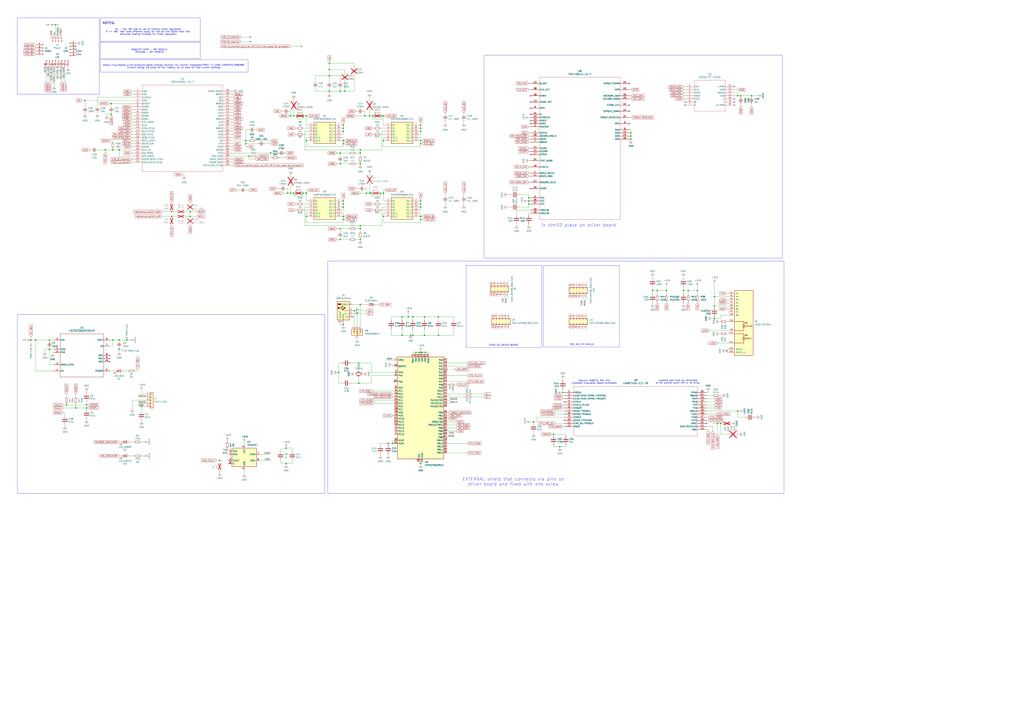
<source format=kicad_sch>
(kicad_sch (version 20231120) (generator "eeschema") (generator_version "8.0")
  (paper "A1")
  (junction (at 86.36 123.19))
  (junction (at 322.58 364.49))
  (junction (at 71.12 335.28))
  (junction (at 281.94 115.57))
  (junction (at 345.44 107.95))
  (junction (at 295.91 134.62))
  (junction (at 459.74 367.03))
  (junction (at 304.8 158.75))
  (junction (at 348.615 275.59))
  (junction (at 234.95 381))
  (junction (at 345.44 180.34))
  (junction (at 243.84 95.25))
  (junction (at 345.44 165.1))
  (junction (at 251.46 177.8))
  (junction (at 462.28 322.58))
  (junction (at 434.34 162.56))
  (junction (at 270.51 57.15))
  (junction (at 62.23 335.28))
  (junction (at 605.79 337.82))
  (junction (at 180.34 378.46))
  (junction (at 91.44 85.09))
  (junction (at 314.96 177.8))
  (junction (at 295.91 250.19))
  (junction (at 281.94 170.18))
  (junction (at 234.95 368.3))
  (junction (at 140.97 177.8))
  (junction (at 222.25 125.73))
  (junction (at 251.46 95.25))
  (junction (at 565.15 238.76))
  (junction (at 360.045 275.59))
  (junction (at 281.94 165.1))
  (junction (at 345.44 177.8))
  (junction (at 295.91 185.42))
  (junction (at 586.74 261.62))
  (junction (at 339.09 275.59))
  (junction (at 116.205 334.01))
  (junction (at 306.07 95.25))
  (junction (at 279.4 196.85))
  (junction (at 97.79 123.19))
  (junction (at 561.34 238.76))
  (junction (at 54.61 332.74))
  (junction (at 281.94 167.64))
  (junction (at 295.91 196.85))
  (junction (at 518.16 111.76))
  (junction (at 314.96 95.25))
  (junction (at 270.51 52.07))
  (junction (at 40.64 279.4))
  (junction (at 349.25 289.56))
  (junction (at 236.22 158.75))
  (junction (at 596.9 288.29))
  (junction (at 281.94 266.7))
  (junction (at 345.44 118.11))
  (junction (at 591.82 347.98))
  (junction (at 91.44 93.98))
  (junction (at 294.64 298.45))
  (junction (at 608.33 78.74))
  (junction (at 279.4 74.93))
  (junction (at 295.91 125.73))
  (junction (at 295.91 123.19))
  (junction (at 344.17 289.56))
  (junction (at 300.99 158.75))
  (junction (at 92.71 123.19))
  (junction (at 303.53 95.25))
  (junction (at 290.83 255.27))
  (junction (at 97.79 287.02))
  (junction (at 345.44 170.18))
  (junction (at 140.97 173.99))
  (junction (at 299.72 95.25))
  (junction (at 69.85 82.55))
  (junction (at 605.79 78.74))
  (junction (at 345.44 115.57))
  (junction (at 248.92 95.25))
  (junction (at 294.64 314.96))
  (junction (at 281.94 180.34))
  (junction (at 278.13 306.07))
  (junction (at 45.72 20.32))
  (junction (at 40.64 287.02))
  (junction (at 295.91 187.96))
  (junction (at 346.71 289.56))
  (junction (at 303.53 158.75))
  (junction (at 251.46 158.75))
  (junction (at 238.76 158.75))
  (junction (at 539.75 238.76))
  (junction (at 204.47 128.27))
  (junction (at 281.94 118.11))
  (junction (at 201.93 115.57))
  (junction (at 29.21 279.4))
  (junction (at 293.37 257.81))
  (junction (at 71.12 332.74))
  (junction (at 518.16 109.22))
  (junction (at 92.71 279.4))
  (junction (at 314.96 158.75))
  (junction (at 241.3 95.25))
  (junction (at 434.34 165.1))
  (junction (at 25.4 279.4))
  (junction (at 348.615 260.35))
  (junction (at 586.74 251.46))
  (junction (at 339.09 260.35))
  (junction (at 337.185 275.59))
  (junction (at 279.4 187.96))
  (junction (at 589.28 347.98))
  (junction (at 248.92 158.75))
  (junction (at 281.94 105.41))
  (junction (at 345.44 167.64))
  (junction (at 97.79 279.4))
  (junction (at 330.2 260.35))
  (junction (at 518.16 114.3))
  (junction (at 345.44 289.56))
  (junction (at 156.21 177.8))
  (junction (at 281.94 177.8))
  (junction (at 434.34 167.64))
  (junction (at 617.22 78.74))
  (junction (at 438.15 346.71))
  (junction (at 251.46 115.57))
  (junction (at 270.51 74.93))
  (junction (at 156.21 173.99))
  (junction (at 547.37 238.76))
  (junction (at 241.3 158.75))
  (junction (at 279.4 125.73))
  (junction (at 330.2 275.59))
  (junction (at 572.77 238.76))
  (junction (at 201.93 118.11))
  (junction (at 281.94 102.87))
  (junction (at 535.94 238.76))
  (junction (at 345.44 381))
  (junction (at 104.14 279.4))
  (junction (at 238.76 95.25))
  (junction (at 283.21 74.93))
  (junction (at 360.045 260.35))
  (junction (at 312.42 158.75))
  (junction (at 281.94 107.95))
  (junction (at 341.63 289.56))
  (junction (at 345.44 105.41))
  (junction (at 586.74 243.84))
  (junction (at 314.96 115.57))
  (junction (at 313.69 95.25))
  (junction (at 318.77 364.49))
  (junction (at 279.4 134.62))
  (junction (at 335.28 260.35))
  (junction (at 454.66 356.87))
  (junction (at 270.51 62.23))
  (junction (at 345.44 102.87))
  (no_connect (at 516.89 101.6))
  (no_connect (at 435.61 83.82))
  (no_connect (at 603.25 71.12))
  (no_connect (at 187.96 378.46))
  (no_connect (at 516.89 68.58))
  (no_connect (at 367.03 303.53))
  (no_connect (at 463.55 330.2))
  (no_connect (at 62.23 40.64))
  (no_connect (at 205.74 30.48))
  (no_connect (at 435.61 93.98))
  (no_connect (at 90.17 294.64))
  (no_connect (at 62.23 38.1))
  (no_connect (at 516.89 86.36))
  (no_connect (at 187.96 381))
  (no_connect (at 90.17 297.18))
  (no_connect (at 435.61 127))
  (no_connect (at 435.61 101.6))
  (no_connect (at 323.85 313.69))
  (no_connect (at 562.61 86.36))
  (no_connect (at 435.61 78.74))
  (no_connect (at 205.74 34.29))
  (no_connect (at 247.65 38.1))
  (no_connect (at 603.25 86.36))
  (no_connect (at 603.25 83.82))
  (no_connect (at 580.39 347.98))
  (no_connect (at 435.61 88.9))
  (no_connect (at 603.25 81.28))
  (no_connect (at 435.61 154.94))
  (no_connect (at 289.56 260.35))
  (no_connect (at 463.55 345.44))
  (no_connect (at 562.61 83.82))
  (no_connect (at 516.89 91.44))
  (no_connect (at 90.17 292.1))
  (no_connect (at 435.61 99.06))
  (wire (pts (xy 278.13 306.07) (xy 278.13 314.96)))
  (wire (pts (xy 243.84 97.79) (xy 243.84 95.25)))
  (wire (pts (xy 190.5 105.41) (xy 191.77 105.41)))
  (wire (pts (xy 279.4 266.7) (xy 279.4 265.43)))
  (wire (pts (xy 295.91 123.19) (xy 313.69 123.19)))
  (wire (pts (xy 238.76 38.1) (xy 247.65 38.1)))
  (wire (pts (xy 227.33 154.94) (xy 229.87 154.94)))
  (wire (pts (xy 86.36 123.19) (xy 86.36 125.73)))
  (wire (pts (xy 92.71 279.4) (xy 97.79 279.4)))
  (wire (pts (xy 251.46 177.8) (xy 252.73 177.8)))
  (wire (pts (xy 118.11 374.65) (xy 115.57 374.65)))
  (wire (pts (xy 346.71 381) (xy 345.44 381)))
  (wire (pts (xy 381 99.06) (xy 381 101.6)))
  (wire (pts (xy 107.95 118.11) (xy 109.22 118.11)))
  (wire (pts (xy 345.44 381) (xy 345.44 382.27)))
  (wire (pts (xy 561.34 238.76) (xy 565.15 238.76)))
  (wire (pts (xy 86.36 123.19) (xy 92.71 123.19)))
  (wire (pts (xy 251.46 165.1) (xy 251.46 158.75)))
  (wire (pts (xy 29.21 44.45) (xy 30.48 44.45)))
  (wire (pts (xy 367.03 344.17) (xy 368.3 344.17)))
  (wire (pts (xy 100.33 287.02) (xy 100.33 288.29)))
  (wire (pts (xy 313.69 185.42) (xy 295.91 185.42)))
  (wire (pts (xy 69.85 82.55) (xy 69.85 87.63)))
  (wire (pts (xy 434.34 162.56) (xy 434.34 165.1)))
  (wire (pts (xy 54.61 332.74) (xy 71.12 332.74)))
  (wire (pts (xy 97.79 374.65) (xy 99.06 374.65)))
  (wire (pts (xy 561.34 236.22) (xy 561.34 238.76)))
  (wire (pts (xy 306.07 95.25) (xy 307.34 95.25)))
  (wire (pts (xy 242.57 110.49) (xy 243.84 110.49)))
  (wire (pts (xy 345.44 113.03) (xy 344.17 113.03)))
  (wire (pts (xy 586.74 251.46) (xy 598.17 251.46)))
  (wire (pts (xy 279.4 196.85) (xy 279.4 195.58)))
  (wire (pts (xy 381 166.37) (xy 381 168.91)))
  (wire (pts (xy 107.95 107.95) (xy 109.22 107.95)))
  (wire (pts (xy 433.07 165.1) (xy 434.34 165.1)))
  (wire (pts (xy 281.94 180.34) (xy 283.21 180.34)))
  (wire (pts (xy 281.94 163.83) (xy 281.94 165.1)))
  (wire (pts (xy 316.23 113.03) (xy 314.96 113.03)))
  (wire (pts (xy 589.28 347.98) (xy 589.28 356.87)))
  (wire (pts (xy 222.25 129.54) (xy 222.25 125.73)))
  (wire (pts (xy 119.38 326.39) (xy 113.665 326.39)))
  (wire (pts (xy 516.89 78.74) (xy 518.16 78.74)))
  (wire (pts (xy 270.51 52.07) (xy 270.51 57.15)))
  (wire (pts (xy 280.67 165.1) (xy 281.94 165.1)))
  (wire (pts (xy 238.76 95.25) (xy 241.3 95.25)))
  (wire (pts (xy 90.17 284.48) (xy 92.71 284.48)))
  (wire (pts (xy 69.85 82.55) (xy 109.22 82.55)))
  (wire (pts (xy 234.95 368.3) (xy 234.95 368.935)))
  (wire (pts (xy 387.35 323.85) (xy 397.51 323.85)))
  (wire (pts (xy 259.08 72.39) (xy 259.08 74.93)))
  (wire (pts (xy 25.4 276.86) (xy 25.4 279.4)))
  (wire (pts (xy 454.66 358.14) (xy 454.66 356.87)))
  (wire (pts (xy 194.31 156.21) (xy 196.85 156.21)))
  (wire (pts (xy 25.4 279.4) (xy 29.21 279.4)))
  (wire (pts (xy 318.77 364.49) (xy 318.77 365.76)))
  (wire (pts (xy 283.21 60.96) (xy 283.21 57.15)))
  (wire (pts (xy 281.94 105.41) (xy 280.67 105.41)))
  (wire (pts (xy 323.85 295.91) (xy 317.5 295.91)))
  (wire (pts (xy 252.73 102.87) (xy 251.46 102.87)))
  (wire (pts (xy 110.49 363.22) (xy 106.68 363.22)))
  (wire (pts (xy 280.67 170.18) (xy 281.94 170.18)))
  (wire (pts (xy 582.93 271.78) (xy 598.17 271.78)))
  (wire (pts (xy 518.16 114.3) (xy 518.16 111.76)))
  (wire (pts (xy 190.5 133.35) (xy 191.77 133.35)))
  (wire (pts (xy 116.205 323.85) (xy 119.38 323.85)))
  (wire (pts (xy 349.25 289.56) (xy 349.25 290.83)))
  (wire (pts (xy 591.82 259.08) (xy 598.17 259.08)))
  (wire (pts (xy 297.18 307.34) (xy 298.45 307.34)))
  (wire (pts (xy 276.86 134.62) (xy 279.4 134.62)))
  (wire (pts (xy 251.46 182.88) (xy 281.94 182.88)))
  (wire (pts (xy 518.16 109.22) (xy 518.16 106.68)))
  (wire (pts (xy 440.69 342.9) (xy 463.55 342.9)))
  (wire (pts (xy 299.72 154.94) (xy 300.99 154.94)))
  (wire (pts (xy 434.34 111.76) (xy 435.61 111.76)))
  (wire (pts (xy 248.92 172.72) (xy 252.73 172.72)))
  (wire (pts (xy 462.28 350.52) (xy 463.55 350.52)))
  (wire (pts (xy 561.34 76.2) (xy 562.61 76.2)))
  (wire (pts (xy 585.47 354.33) (xy 585.47 350.52)))
  (wire (pts (xy 44.45 71.12) (xy 44.45 68.58)))
  (wire (pts (xy 434.34 160.02) (xy 434.34 162.56)))
  (wire (pts (xy 281.94 165.1) (xy 281.94 167.64)))
  (wire (pts (xy 293.37 278.13) (xy 293.37 279.4)))
  (wire (pts (xy 316.23 170.18) (xy 313.69 170.18)))
  (wire (pts (xy 580.39 330.2) (xy 586.74 330.2)))
  (wire (pts (xy 367.03 316.23) (xy 368.3 316.23)))
  (wire (pts (xy 237.49 95.25) (xy 238.76 95.25)))
  (wire (pts (xy 565.15 238.76) (xy 565.15 242.57)))
  (wire (pts (xy 345.44 101.6) (xy 345.44 102.87)))
  (wire (pts (xy 589.28 281.94) (xy 598.17 281.94)))
  (wire (pts (xy 91.44 85.09) (xy 109.22 85.09)))
  (wire (pts (xy 312.42 373.38) (xy 312.42 374.65)))
  (wire (pts (xy 345.44 167.64) (xy 344.17 167.64)))
  (wire (pts (xy 50.8 54.61) (xy 50.8 67.31)))
  (wire (pts (xy 590.55 325.12) (xy 593.09 325.12)))
  (wire (pts (xy 295.91 196.85) (xy 295.91 198.12)))
  (wire (pts (xy 345.44 115.57) (xy 346.71 115.57)))
  (wire (pts (xy 190.5 95.25) (xy 191.77 95.25)))
  (wire (pts (xy 596.9 289.56) (xy 596.9 288.29)))
  (wire (pts (xy 250.19 170.18) (xy 250.19 185.42)))
  (wire (pts (xy 580.39 353.06) (xy 581.66 353.06)))
  (wire (pts (xy 80.01 80.01) (xy 80.01 87.63)))
  (wire (pts (xy 345.44 102.87) (xy 345.44 105.41)))
  (wire (pts (xy 518.16 111.76) (xy 518.16 109.22)))
  (wire (pts (xy 251.46 158.75) (xy 251.46 156.21)))
  (wire (pts (xy 100.33 288.29) (xy 101.6 288.29)))
  (wire (pts (xy 241.3 95.25) (xy 243.84 95.25)))
  (wire (pts (xy 107.95 125.73) (xy 109.22 125.73)))
  (wire (pts (xy 314.96 175.26) (xy 314.96 177.8)))
  (wire (pts (xy 365.76 99.06) (xy 365.76 101.6)))
  (wire (pts (xy 372.745 262.89) (xy 372.745 260.35)))
  (wire (pts (xy 283.21 66.04) (xy 283.21 74.93)))
  (wire (pts (xy 248.92 158.75) (xy 248.92 161.29)))
  (wire (pts (xy 200.66 386.08) (xy 200.66 389.89)))
  (wire (pts (xy 435.61 162.56) (xy 434.34 162.56)))
  (wire (pts (xy 300.99 158.75) (xy 303.53 158.75)))
  (wire (pts (xy 434.34 109.22) (xy 435.61 109.22)))
  (wire (pts (xy 234.95 382.27) (xy 234.95 381)))
  (wire (pts (xy 345.44 289.56) (xy 344.17 289.56)))
  (wire (pts (xy 293.37 257.81) (xy 293.37 267.97)))
  (wire (pts (xy 69.85 92.71) (xy 69.85 93.98)))
  (wire (pts (xy 535.94 227.33) (xy 535.94 228.6)))
  (wire (pts (xy 29.21 279.4) (xy 40.64 279.4)))
  (wire (pts (xy 591.82 261.62) (xy 586.74 261.62)))
  (wire (pts (xy 295.91 125.73) (xy 295.91 128.27)))
  (wire (pts (xy 87.63 93.98) (xy 91.44 93.98)))
  (wire (pts (xy 210.82 128.27) (xy 212.09 128.27)))
  (wire (pts (xy 250.19 123.19) (xy 295.91 123.19)))
  (wire (pts (xy 252.73 113.03) (xy 251.46 113.03)))
  (wire (pts (xy 53.34 339.09) (xy 53.34 341.63)))
  (wire (pts (xy 204.47 106.68) (xy 201.93 106.68)))
  (wire (pts (xy 230.505 370.84) (xy 230.505 368.935)))
  (wire (pts (xy 281.94 102.87) (xy 281.94 105.41)))
  (wire (pts (xy 596.9 254) (xy 598.17 254)))
  (wire (pts (xy 93.98 304.8) (xy 90.17 304.8)))
  (wire (pts (xy 535.94 238.76) (xy 539.75 238.76)))
  (wire (pts (xy 45.72 20.32) (xy 45.72 29.21)))
  (wire (pts (xy 279.4 125.73) (xy 279.4 128.27)))
  (wire (pts (xy 108.585 328.93) (xy 119.38 328.93)))
  (wire (pts (xy 252.73 170.18) (xy 250.19 170.18)))
  (wire (pts (xy 414.02 245.11) (xy 414.02 243.84)))
  (wire (pts (xy 365.76 158.75) (xy 365.76 161.29)))
  (wire (pts (xy 478.79 246.38) (xy 478.79 245.11)))
  (wire (pts (xy 455.93 340.36) (xy 463.55 340.36)))
  (wire (pts (xy 241.3 81.28) (xy 241.3 82.55)))
  (wire (pts (xy 367.03 349.25) (xy 374.65 349.25)))
  (wire (pts (xy 344.17 289.56) (xy 341.63 289.56)))
  (wire (pts (xy 580.39 345.44) (xy 581.66 345.44)))
  (wire (pts (xy 360.045 260.35) (xy 372.745 260.35)))
  (wire (pts (xy 341.63 289.56) (xy 339.09 289.56)))
  (wire (pts (xy 113.03 304.8) (xy 110.49 304.8)))
  (wire (pts (xy 251.46 175.26) (xy 251.46 177.8)))
  (wire (pts (xy 287.02 125.73) (xy 279.4 125.73)))
  (wire (pts (xy 590.55 264.16) (xy 591.82 264.16)))
  (wire (pts (xy 367.03 313.69) (xy 383.54 313.69)))
  (wire (pts (xy 481.33 246.38) (xy 481.33 245.11)))
  (wire (pts (xy 434.34 142.24) (xy 435.61 142.24)))
  (wire (pts (xy 308.61 250.19) (xy 311.15 250.19)))
  (wire (pts (xy 248.92 110.49) (xy 252.73 110.49)))
  (wire (pts (xy 561.34 73.66) (xy 562.61 73.66)))
  (wire (pts (xy 248.92 97.79) (xy 243.84 97.79)))
  (wire (pts (xy 303.53 158.75) (xy 304.8 158.75)))
  (wire (pts (xy 190.5 97.79) (xy 191.77 97.79)))
  (wire (pts (xy 230.505 378.46) (xy 230.505 380.365)))
  (wire (pts (xy 345.44 180.34) (xy 345.44 177.8)))
  (wire (pts (xy 464.82 365.76) (xy 464.82 367.03)))
  (wire (pts (xy 107.95 110.49) (xy 109.22 110.49)))
  (wire (pts (xy 140.97 166.37) (xy 140.97 167.64)))
  (wire (pts (xy 44.45 299.72) (xy 40.64 299.72)))
  (wire (pts (xy 90.17 85.09) (xy 91.44 85.09)))
  (wire (pts (xy 71.12 330.2) (xy 71.12 332.74)))
  (wire (pts (xy 314.96 182.88) (xy 345.44 182.88)))
  (wire (pts (xy 240.03 370.84) (xy 240.03 368.3)))
  (wire (pts (xy 312.42 365.76) (xy 312.42 364.49)))
  (wire (pts (xy 240.03 368.3) (xy 234.95 368.3)))
  (wire (pts (xy 190.5 113.03) (xy 191.77 113.03)))
  (wire (pts (xy 303.53 142.24) (xy 303.53 143.51)))
  (wire (pts (xy 116.205 320.675) (xy 116.205 323.85)))
  (wire (pts (xy 367.03 300.99) (xy 383.54 300.99)))
  (wire (pts (xy 240.03 381) (xy 234.95 381)))
  (wire (pts (xy 434.34 165.1) (xy 435.61 165.1)))
  (wire (pts (xy 345.44 110.49) (xy 345.44 107.95)))
  (wire (pts (xy 596.9 241.3) (xy 598.17 241.3)))
  (wire (pts (xy 314.96 158.75) (xy 314.96 156.21)))
  (wire (pts (xy 535.94 248.92) (xy 535.94 250.19)))
  (wire (pts (xy 279.4 74.93) (xy 270.51 74.93)))
  (wire (pts (xy 318.77 373.38) (xy 318.77 374.65)))
  (wire (pts (xy 367.03 328.93) (xy 369.57 328.93)))
  (wire (pts (xy 365.76 166.37) (xy 365.76 168.91)))
  (wire (pts (xy 238.76 143.51) (xy 238.76 144.78)))
  (wire (pts (xy 314.96 95.25) (xy 316.23 95.25)))
  (wire (pts (xy 580.39 340.36) (xy 588.01 340.36)))
  (wire (pts (xy 248.92 158.75) (xy 251.46 158.75)))
  (wire (pts (xy 345.44 118.11) (xy 345.44 115.57)))
  (wire (pts (xy 312.42 167.64) (xy 316.23 167.64)))
  (wire (pts (xy 294.64 309.88) (xy 294.64 314.96)))
  (wire (pts (xy 516.89 109.22) (xy 518.16 109.22)))
  (wire (pts (xy 200.66 363.22) (xy 200.66 365.76)))
  (wire (pts (xy 516.89 73.66) (xy 518.16 73.66)))
  (wire (pts (xy 92.71 115.57) (xy 92.71 116.84)))
  (wire (pts (xy 289.56 250.19) (xy 295.91 250.19)))
  (wire (pts (xy 351.79 289.56) (xy 351.79 290.83)))
  (wire (pts (xy 603.25 76.2) (xy 605.79 76.2)))
  (wire (pts (xy 312.42 172.72) (xy 316.23 172.72)))
  (wire (pts (xy 107.95 74.93) (xy 109.22 74.93)))
  (wire (pts (xy 281.94 167.64) (xy 280.67 167.64)))
  (wire (pts (xy 288.29 298.45) (xy 294.64 298.45)))
  (wire (pts (xy 71.12 321.31) (xy 71.12 322.58)))
  (wire (pts (xy 303.53 80.01) (xy 303.53 82.55)))
  (wire (pts (xy 346.71 289.56) (xy 346.71 290.83)))
  (wire (pts (xy 241.3 158.75) (xy 242.57 158.75)))
  (wire (pts (xy 278.13 298.45) (xy 280.67 298.45)))
  (wire (pts (xy 312.42 95.25) (xy 313.69 95.25)))
  (wire (pts (xy 281.94 107.95) (xy 281.94 105.41)))
  (wire (pts (xy 596.9 246.38) (xy 598.17 246.38)))
  (wire (pts (xy 71.12 335.28) (xy 71.12 336.55)))
  (wire (pts (xy 292.1 154.94) (xy 294.64 154.94)))
  (wire (pts (xy 434.34 144.78) (xy 435.61 144.78)))
  (wire (pts (xy 248.92 167.64) (xy 252.73 167.64)))
  (wire (pts (xy 434.34 124.46) (xy 435.61 124.46)))
  (wire (pts (xy 304.8 308.61) (xy 323.85 308.61)))
  (wire (pts (xy 280.67 177.8) (xy 281.94 177.8)))
  (wire (pts (xy 270.51 62.23) (xy 270.51 67.31)))
  (wire (pts (xy 251.46 115.57) (xy 252.73 115.57)))
  (wire (pts (xy 345.44 165.1) (xy 345.44 167.64)))
  (wire (pts (xy 360.045 260.35) (xy 360.045 262.89)))
  (wire (pts (xy 306.07 321.31) (xy 323.85 321.31)))
  (wire (pts (xy 62.23 335.28) (xy 52.07 335.28)))
  (wire (pts (xy 279.4 187.96) (xy 279.4 190.5)))
  (wire (pts (xy 280.67 110.49) (xy 281.94 110.49)))
  (wire (pts (xy 303.53 90.17) (xy 303.53 95.25)))
  (wire (pts (xy 251.46 156.21) (xy 252.73 156.21)))
  (wire (pts (xy 345.44 177.8) (xy 346.71 177.8)))
  (wire (pts (xy 281.94 266.7) (xy 281.94 267.97)))
  (wire (pts (xy 313.69 95.25) (xy 313.69 97.79)))
  (wire (pts (xy 313.69 170.18) (xy 313.69 185.42)))
  (wire (pts (xy 322.58 300.99) (xy 323.85 300.99)))
  (wire (pts (xy 295.91 185.42) (xy 295.91 187.96)))
  (wire (pts (xy 186.69 370.84) (xy 187.96 370.84)))
  (wire (pts (xy 321.31 262.89) (xy 321.31 260.35)))
  (wire (pts (xy 603.25 73.66) (xy 605.79 73.66)))
  (wire (pts (xy 281.94 118.11) (xy 281.94 115.57)))
  (wire (pts (xy 464.82 356.87) (xy 454.66 356.87)))
  (wire (pts (xy 344.17 115.57) (xy 345.44 115.57)))
  (wire (pts (xy 278.13 298.45) (xy 278.13 306.07)))
  (wire (pts (xy 270.51 57.15) (xy 270.51 62.23)))
  (wire (pts (xy 304.8 161.29) (xy 304.8 158.75)))
  (wire (pts (xy 190.5 120.65) (xy 191.77 120.65)))
  (wire (pts (xy 151.13 177.8) (xy 156.21 177.8)))
  (wire (pts (xy 230.505 380.365) (xy 234.95 380.365)))
  (wire (pts (xy 40.64 54.61) (xy 40.64 67.31)))
  (wire (pts (xy 434.34 68.58) (xy 435.61 68.58)))
  (wire (pts (xy 314.96 177.8) (xy 316.23 177.8)))
  (wire (pts (xy 281.94 110.49) (xy 281.94 107.95)))
  (wire (pts (xy 608.33 85.09) (xy 608.33 87.63)))
  (wire (pts (xy 585.47 350.52) (xy 580.39 350.52)))
  (wire (pts (xy 518.16 106.68) (xy 516.89 106.68)))
  (wire (pts (xy 156.21 172.72) (xy 156.21 173.99)))
  (wire (pts (xy 281.94 266.7) (xy 279.4 266.7)))
  (wire (pts (xy 236.22 158.75) (xy 238.76 158.75)))
  (wire (pts (xy 605.79 76.2) (xy 605.79 78.74)))
  (wire (pts (xy 462.28 335.28) (xy 463.55 335.28)))
  (wire (pts (xy 459.74 367.03) (xy 454.66 367.03)))
  (wire (pts (xy 241.3 90.17) (xy 241.3 95.25)))
  (wire (pts (xy 91.44 92.71) (xy 91.44 93.98)))
  (wire (pts (xy 43.18 54.61) (xy 43.18 68.58)))
  (wire (pts (xy 312.42 158.75) (xy 312.42 161.29)))
  (wire (pts (xy 459.74 368.3) (xy 459.74 367.03)))
  (wire (pts (xy 54.61 332.74) (xy 54.61 331.47)))
  (wire (pts (xy 190.5 130.81) (xy 191.77 130.81)))
  (wire (pts (xy 306.07 105.41) (xy 307.34 105.41)))
  (wire (pts (xy 251.46 115.57) (xy 251.46 120.65)))
  (wire (pts (xy 204.47 130.81) (xy 204.47 128.27)))
  (wire (pts (xy 434.34 160.02) (xy 426.72 160.02)))
  (wire (pts (xy 281.94 170.18) (xy 281.94 167.64)))
  (wire (pts (xy 345.44 170.18) (xy 345.44 167.64)))
  (wire (pts (xy 232.41 158.75) (xy 236.22 158.75)))
  (wire (pts (xy 312.42 110.49) (xy 316.23 110.49)))
  (wire (pts (xy 435.61 172.72) (xy 424.18 172.72)))
  (wire (pts (xy 581.66 354.33) (xy 581.66 353.06)))
  (wire (pts (xy 345.44 163.83) (xy 345.44 165.1)))
  (wire (pts (xy 252.73 175.26) (xy 251.46 175.26)))
  (wire (pts (xy 242.57 167.64) (xy 243.84 167.64)))
  (wire (pts (xy 580.39 322.58) (xy 581.66 322.58)))
  (wire (pts (xy 316.23 102.87) (xy 314.96 102.87)))
  (wire (pts (xy 40.64 279.4) (xy 40.64 280.67)))
  (wire (pts (xy 345.44 105.41) (xy 344.17 105.41)))
  (wire (pts (xy 416.56 245.11) (xy 416.56 243.84)))
  (wire (pts (xy 97.79 128.27) (xy 97.79 123.19)))
  (wire (pts (xy 367.03 354.33) (xy 374.65 354.33)))
  (wire (pts (xy 107.95 95.25) (xy 109.22 95.25)))
  (wire (pts (xy 387.35 326.39) (xy 397.51 326.39)))
  (wire (pts (xy 612.14 342.9) (xy 605.79 342.9)))
  (wire (pts (xy 97.79 279.4) (xy 104.14 279.4)))
  (wire (pts (xy 367.03 331.47) (xy 369.57 331.47)))
  (wire (pts (xy 292.1 187.96) (xy 295.91 187.96)))
  (wire (pts (xy 434.34 149.86) (xy 435.61 149.86)))
  (wire (pts (xy 36.83 287.02) (xy 40.64 287.02)))
  (wire (pts (xy 109.22 128.27) (xy 97.79 128.27)))
  (wire (pts (xy 90.17 279.4) (xy 92.71 279.4)))
  (wire (pts (xy 586.74 251.46) (xy 586.74 252.73)))
  (wire (pts (xy 346.71 379.73) (xy 346.71 381)))
  (wire (pts (xy 435.61 167.64) (xy 434.34 167.64)))
  (wire (pts (xy 278.13 306.07) (xy 276.86 306.07)))
  (wire (pts (xy 303.53 95.25) (xy 306.07 95.25)))
  (wire (pts (xy 107.95 87.63) (xy 109.22 87.63)))
  (wire (pts (xy 287.02 187.96) (xy 279.4 187.96)))
  (wire (pts (xy 133.35 173.99) (xy 140.97 173.99)))
  (wire (pts (xy 314.96 115.57) (xy 316.23 115.57)))
  (wire (pts (xy 440.69 346.71) (xy 440.69 342.9)))
  (wire (pts (xy 276.86 125.73) (xy 279.4 125.73)))
  (wire (pts (xy 518.16 115.57) (xy 518.16 114.3)))
  (wire (pts (xy 190.5 92.71) (xy 191.77 92.71)))
  (wire (pts (xy 381 92.71) (xy 381 93.98)))
  (wire (pts (xy 251.46 120.65) (xy 281.94 120.65)))
  (wire (pts (xy 247.65 158.75) (xy 248.92 158.75)))
  (wire (pts (xy 201.93 106.68) (xy 201.93 115.57)))
  (wire (pts (xy 344.17 379.73) (xy 344.17 381)))
  (wire (pts (xy 345.44 288.29) (xy 345.44 289.56)))
  (wire (pts (xy 322.58 361.95) (xy 322.58 364.49)))
  (wire (pts (xy 248.92 105.41) (xy 252.73 105.41)))
  (wire (pts (xy 438.15 355.6) (xy 438.15 356.87)))
  (wire (pts (xy 454.66 356.87) (xy 453.39 356.87)))
  (wire (pts (xy 116.205 345.44) (xy 116.205 346.71)))
  (wire (pts (xy 151.13 143.51) (xy 149.86 143.51)))
  (wire (pts (xy 295.91 123.19) (xy 295.91 125.73)))
  (wire (pts (xy 238.76 91.44) (xy 238.76 95.25)))
  (wire (pts (xy 190.5 107.95) (xy 191.77 107.95)))
  (wire (pts (xy 234.95 381) (xy 234.95 380.365)))
  (wire (pts (xy 349.25 289.56) (xy 351.79 289.56)))
  (wire (pts (xy 295.91 158.75) (xy 300.99 158.75)))
  (wire (pts (xy 304.8 306.07) (xy 323.85 306.07)))
  (wire (pts (xy 321.31 270.51) (xy 321.31 275.59)))
  (wire (pts (xy 608.33 78.74) (xy 617.22 78.74)))
  (wire (pts (xy 339.09 260.35) (xy 348.615 260.35)))
  (wire (pts (xy 80.01 123.19) (xy 86.36 123.19)))
  (wire (pts (xy 314.96 177.8) (xy 314.96 182.88)))
  (wire (pts (xy 462.28 327.66) (xy 463.55 327.66)))
  (wire (pts (xy 186.69 373.38) (xy 187.96 373.38)))
  (wire (pts (xy 381 158.75) (xy 381 161.29)))
  (wire (pts (xy 360.045 270.51) (xy 360.045 275.59)))
  (wire (pts (xy 584.2 261.62) (xy 586.74 261.62)))
  (wire (pts (xy 596.9 274.32) (xy 598.17 274.32)))
  (wire (pts (xy 279.4 134.62) (xy 279.4 133.35)))
  (wire (pts (xy 300.99 154.94) (xy 300.99 158.75)))
  (wire (pts (xy 589.28 347.98) (xy 591.82 347.98)))
  (wire (pts (xy 344.17 177.8) (xy 345.44 177.8)))
  (wire (pts (xy 52.07 332.74) (xy 54.61 332.74)))
  (wire (pts (xy 572.77 234.95) (xy 572.77 238.76)))
  (wire (pts (xy 434.34 170.18) (xy 434.34 167.64)))
  (wire (pts (xy 462.28 320.04) (xy 462.28 322.58)))
  (wire (pts (xy 252.73 165.1) (xy 251.46 165.1)))
  (wire (pts (xy 190.5 128.27) (xy 204.47 128.27)))
  (wire (pts (xy 344.17 110.49) (xy 345.44 110.49)))
  (wire (pts (xy 608.33 80.01) (xy 608.33 78.74)))
  (wire (pts (xy 180.34 388.62) (xy 180.34 386.08)))
  (wire (pts (xy 435.61 346.71) (xy 438.15 346.71)))
  (wire (pts (xy 535.94 241.3) (xy 535.94 238.76)))
  (wire (pts (xy 323.85 361.95) (xy 322.58 361.95)))
  (wire (pts (xy 598.17 289.56) (xy 596.9 289.56)))
  (wire (pts (xy 290.83 307.34) (xy 292.1 307.34)))
  (wire (pts (xy 217.17 118.11) (xy 222.25 118.11)))
  (wire (pts (xy 591.82 356.87) (xy 591.82 347.98)))
  (wire (pts (xy 107.95 92.71) (xy 109.22 92.71)))
  (wire (pts (xy 345.44 175.26) (xy 344.17 175.26)))
  (wire (pts (xy 596.9 248.92) (xy 598.17 248.92)))
  (wire (pts (xy 424.18 184.15) (xy 424.18 185.42)))
  (wire (pts (xy 292.1 134.62) (xy 295.91 134.62)))
  (wire (pts (xy 605.79 356.87) (xy 607.06 356.87)))
  (wire (pts (xy 367.03 323.85) (xy 382.27 323.85)))
  (wire (pts (xy 339.09 260.35) (xy 339.09 262.89)))
  (wire (pts (xy 348.615 270.51) (xy 348.615 275.59)))
  (wire (pts (xy 290.83 55.88) (xy 290.83 52.07)))
  (wire (pts (xy 304.8 314.96) (xy 304.8 308.61)))
  (wire (pts (xy 585.47 347.98) (xy 589.28 347.98)))
  (wire (pts (xy 322.58 341.63) (xy 323.85 341.63)))
  (wire (pts (xy 259.08 62.23) (xy 270.51 62.23)))
  (wire (pts (xy 279.4 67.31) (xy 279.4 62.23)))
  (wire (pts (xy 71.12 332.74) (xy 72.39 332.74)))
  (wire (pts (xy 295.91 195.58) (xy 295.91 196.85)))
  (wire (pts (xy 572.77 247.65) (xy 572.77 248.92)))
  (wire (pts (xy 605.79 342.9) (xy 605.79 337.82)))
  (wire (pts (xy 518.16 81.28) (xy 516.89 81.28)))
  (wire (pts (xy 348.615 260.35) (xy 360.045 260.35)))
  (wire (pts (xy 248.92 95.25) (xy 251.46 95.25)))
  (wire (pts (xy 561.34 81.28) (xy 562.61 81.28)))
  (wire (pts (xy 306.07 97.79) (xy 306.07 95.25)))
  (wire (pts (xy 107.95 97.79) (xy 109.22 97.79)))
  (wire (pts (xy 198.12 30.48) (xy 205.74 30.48)))
  (wire (pts (xy 455.93 337.82) (xy 463.55 337.82)))
  (wire (pts (xy 344.17 170.18) (xy 345.44 170.18)))
  (wire (pts (xy 345.44 182.88) (xy 345.44 180.34)))
  (wire (pts (xy 62.23 35.56) (xy 63.5 35.56)))
  (wire (pts (xy 151.13 144.78) (xy 151.13 143.51)))
  (wire (pts (xy 156.21 173.99) (xy 161.29 173.99)))
  (wire (pts (xy 321.31 275.59) (xy 330.2 275.59)))
  (wire (pts (xy 316.23 107.95) (xy 313.69 107.95)))
  (wire (pts (xy 565.15 247.65) (xy 565.15 248.92)))
  (wire (pts (xy 44.45 279.4) (xy 40.64 279.4)))
  (wire (pts (xy 281.94 113.03) (xy 280.67 113.03)))
  (wire (pts (xy 53.34 349.25) (xy 53.34 350.52)))
  (wire (pts (xy 186.69 361.95) (xy 186.69 363.22)))
  (wire (pts (xy 367.03 346.71) (xy 374.65 346.71)))
  (wire (pts (xy 346.71 289.56) (xy 349.25 289.56)))
  (wire (pts (xy 424.18 172.72) (xy 424.18 176.53)))
  (wire (pts (xy 25.4 279.4) (xy 25.4 281.94)))
  (wire (pts (xy 259.08 74.93) (xy 270.51 74.93)))
  (wire (pts (xy 335.28 257.81) (xy 335.28 260.35)))
  (wire (pts (xy 580.39 327.66) (xy 586.74 327.66)))
  (wire (pts (xy 304.8 158.75) (xy 306.07 158.75)))
  (wire (pts (xy 252.73 107.95) (xy 250.19 107.95)))
  (wire (pts (xy 345.44 180.34) (xy 347.98 180.34)))
  (wire (pts (xy 251.46 113.03) (xy 251.46 115.57)))
  (wire (pts (xy 345.44 172.72) (xy 345.44 170.18)))
  (wire (pts (xy 294.64 304.8) (xy 294.64 298.45)))
  (wire (pts (xy 107.95 130.81) (xy 109.22 130.81)))
  (wire (pts (xy 238.76 158.75) (xy 241.3 158.75)))
  (wire (pts (xy 71.12 335.28) (xy 72.39 335.28)))
  (wire (pts (xy 287.02 134.62) (xy 279.4 134.62)))
  (wire (pts (xy 281.94 265.43) (xy 281.94 266.7)))
  (wire (pts (xy 55.88 54.61) (xy 55.88 55.88)))
  (wire (pts (xy 434.34 167.64) (xy 434.34 165.1)))
  (wire (pts (xy 596.9 264.16) (xy 598.17 264.16)))
  (wire (pts (xy 516.89 96.52) (xy 518.16 96.52)))
  (wire (pts (xy 209.55 130.81) (xy 204.47 130.81)))
  (wire (pts (xy 434.34 116.84) (xy 435.61 116.84)))
  (wire (pts (xy 91.44 93.98) (xy 91.44 95.25)))
  (wire (pts (xy 416.56 170.18) (xy 419.1 170.18)))
  (wire (pts (xy 462.28 325.12) (xy 463.55 325.12)))
  (wire (pts (xy 281.94 180.34) (xy 281.94 177.8)))
  (wire (pts (xy 434.34 73.66) (xy 435.61 73.66)))
  (wire (pts (xy 281.94 175.26) (xy 280.67 175.26)))
  (wire (pts (xy 133.35 177.8) (xy 140.97 177.8)))
  (wire (pts (xy 313.69 97.79) (xy 306.07 97.79)))
  (wire (pts (xy 345.44 120.65) (xy 345.44 118.11)))
  (wire (pts (xy 367.03 341.63) (xy 368.3 341.63)))
  (wire (pts (xy 314.96 156.21) (xy 316.23 156.21)))
  (wire (pts (xy 105.41 304.8) (xy 101.6 304.8)))
  (wire (pts (xy 91.44 115.57) (xy 92.71 115.57)))
  (wire (pts (xy 539.75 247.65) (xy 539.75 248.92)))
  (wire (pts (xy 348.615 275.59) (xy 339.09 275.59)))
  (wire (pts (xy 180.34 378.46) (xy 180.34 381)))
  (wire (pts (xy 104.14 279.4) (xy 106.68 279.4)))
  (wire (pts (xy 372.745 270.51) (xy 372.745 275.59)))
  (wire (pts (xy 561.34 78.74) (xy 562.61 78.74)))
  (wire (pts (xy 54.61 323.85) (xy 54.61 326.39)))
  (wire (pts (xy 580.39 335.28) (xy 586.74 335.28)))
  (wire (pts (xy 365.76 92.71) (xy 365.76 93.98)))
  (wire (pts (xy 107.95 90.17) (xy 109.22 90.17)))
  (wire (pts (xy 295.91 134.62) (xy 295.91 135.89)))
  (wire (pts (xy 223.52 129.54) (xy 222.25 129.54)))
  (wire (pts (xy 591.82 347.98) (xy 594.36 347.98)))
  (wire (pts (xy 240.03 378.46) (xy 240.03 381)))
  (wire (pts (xy 29.21 39.37) (xy 30.48 39.37)))
  (wire (pts (xy 97.79 363.22) (xy 99.06 363.22)))
  (wire (pts (xy 586.74 243.84) (xy 598.17 243.84)))
  (wire (pts (xy 156.21 166.37) (xy 156.21 167.64)))
  (wire (pts (xy 280.67 115.57) (xy 281.94 115.57)))
  (wire (pts (xy 62.23 331.47) (xy 62.23 335.28)))
  (wire (pts (xy 190.5 90.17) (xy 191.77 90.17)))
  (wire (pts (xy 156.21 177.8) (xy 156.21 179.07)))
  (wire (pts (xy 426.72 170.18) (xy 434.34 170.18)))
  (wire (pts (xy 605.79 78.74) (xy 608.33 78.74)))
  (wire (pts (xy 238.76 152.4) (xy 238.76 158.75)))
  (wire (pts (xy 299.72 95.25) (xy 303.53 95.25)))
  (wire (pts (xy 190.5 135.89) (xy 191.77 135.89)))
  (wire (pts (xy 535.94 236.22) (xy 535.94 238.76)))
  (wire (pts (xy 201.93 115.57) (xy 204.47 115.57)))
  (wire (pts (xy 140.97 173.99) (xy 146.05 173.99)))
  (wire (pts (xy 190.5 100.33) (xy 191.77 100.33)))
  (wire (pts (xy 228.6 129.54) (xy 234.95 129.54)))
  (wire (pts (xy 151.13 173.99) (xy 156.21 173.99)))
  (wire (pts (xy 201.93 118.11) (xy 201.93 115.57)))
  (wire (pts (xy 118.11 363.22) (xy 115.57 363.22)))
  (wire (pts (xy 92.71 123.19) (xy 92.71 121.92)))
  (wire (pts (xy 251.46 177.8) (xy 251.46 182.88)))
  (wire (pts (xy 97.79 123.19) (xy 109.22 123.19)))
  (wire (pts (xy 36.83 287.02) (xy 36.83 289.56)))
  (wire (pts (xy 434.34 121.92) (xy 435.61 121.92)))
  (wire (pts (xy 591.82 259.08) (xy 591.82 261.62)))
  (wire (pts (xy 598.17 356.87) (xy 591.82 356.87)))
  (wire (pts (xy 293.37 257.81) (xy 300.99 257.81)))
  (wire (pts (xy 516.89 111.76) (xy 518.16 111.76)))
  (wire (pts (xy 107.95 105.41) (xy 109.22 105.41)))
  (wire (pts (xy 621.03 342.9) (xy 619.76 342.9)))
  (wire (pts (xy 113.03 303.53) (xy 113.03 304.8)))
  (wire (pts (xy 464.82 358.14) (xy 464.82 356.87)))
  (wire (pts (xy 204.47 128.27) (xy 205.74 128.27)))
  (wire (pts (xy 370.84 303.53) (xy 373.38 303.53)))
  (wire (pts (xy 339.09 275.59) (xy 337.185 275.59)))
  (wire (pts (xy 107.95 113.03) (xy 109.22 113.03)))
  (wire (pts (xy 586.74 260.35) (xy 586.74 261.62)))
  (wire (pts (xy 322.58 326.39) (xy 323.85 326.39)))
  (wire (pts (xy 314.96 113.03) (xy 314.96 115.57)))
  (wire (pts (xy 222.25 125.73) (xy 228.6 125.73)))
  (wire (pts (xy 434.34 184.15) (xy 434.34 185.42)))
  (wire (pts (xy 344.17 165.1) (xy 345.44 165.1)))
  (wire (pts (xy 108.585 336.55) (xy 108.585 328.93)))
  (wire (pts (xy 580.39 342.9) (xy 581.66 342.9)))
  (wire (pts (xy 281.94 115.57) (xy 281.94 113.03)))
  (wire (pts (xy 312.42 105.41) (xy 316.23 105.41)))
  (wire (pts (xy 97.79 287.02) (xy 97.79 289.56)))
  (wire (pts (xy 250.19 107.95) (xy 250.19 123.19)))
  (wire (pts (xy 373.38 316.23) (xy 374.65 316.23)))
  (wire (pts (xy 547.37 238.76) (xy 547.37 234.95)))
  (wire (pts (xy 367.03 359.41) (xy 368.3 359.41)))
  (wire (pts (xy 289.56 255.27) (xy 290.83 255.27)))
  (wire (pts (xy 190.5 87.63) (xy 191.77 87.63)))
  (wire (pts (xy 572.77 238.76) (xy 572.77 242.57)))
  (wire (pts (xy 314.96 165.1) (xy 314.96 158.75)))
  (wire (pts (xy 40.64 287.02) (xy 44.45 287.02)))
  (wire (pts (xy 290.83 255.27) (xy 300.99 255.27)))
  (wire (pts (xy 213.36 373.38) (xy 222.25 373.38)))
  (wire (pts (xy 250.19 185.42) (xy 295.91 185.42)))
  (wire (pts (xy 561.34 241.3) (xy 561.34 238.76)))
  (wire (pts (xy 97.79 285.75) (xy 97.79 287.02)))
  (wire (pts (xy 67.31 82.55) (xy 69.85 82.55)))
  (wire (pts (xy 107.95 102.87) (xy 109.22 102.87)))
  (wire (pts (xy 190.5 74.93) (xy 191.77 74.93)))
  (wire (pts (xy 595.63 288.29) (xy 596.9 288.29)))
  (wire (pts (xy 29.21 279.4) (xy 29.21 304.8)))
  (wire (pts (xy 312.42 158.75) (xy 314.96 158.75)))
  (wire (pts (xy 312.42 364.49) (xy 318.77 364.49)))
  (wire (pts (xy 48.26 20.32) (xy 48.26 29.21)))
  (wire (pts (xy 241.3 161.29) (xy 241.3 158.75)))
  (wire (pts (xy 306.07 172.72) (xy 307.34 172.72)))
  (wire (pts (xy 367.03 298.45) (xy 383.54 298.45)))
  (wire (pts (xy 190.5 77.47) (xy 191.77 77.47)))
  (wire (pts (xy 38.1 54.61) (xy 38.1 67.31)))
  (wire (pts (xy 279.4 72.39) (xy 279.4 74.93)))
  (wire (pts (xy 561.34 71.12) (xy 562.61 71.12)))
  (wire (pts (xy 43.18 290.83) (xy 43.18 289.56)))
  (wire (pts (xy 92.71 279.4) (xy 92.71 284.48)))
  (wire (pts (xy 372.745 275.59) (xy 360.045 275.59)))
  (wire (pts (xy 462.28 332.74) (xy 463.55 332.74)))
  (wire (pts (xy 294.64 314.96) (xy 288.29 314.96)))
  (wire (pts (xy 454.66 367.03) (xy 454.66 365.76)))
  (wire (pts (xy 276.86 196.85) (xy 279.4 196.85)))
  (wire (pts (xy 110.49 374.65) (xy 106.68 374.65)))
  (wire (pts (xy 283.21 57.15) (xy 270.51 57.15)))
  (wire (pts (xy 231.14 91.44) (xy 232.41 91.44)))
  (wire (pts (xy 180.34 378.46) (xy 182.88 378.46)))
  (wire (pts (xy 290.83 52.07) (xy 270.51 52.07)))
  (wire (pts (xy 80.01 92.71) (xy 80.01 93.98)))
  (wire (pts (xy 298.45 91.44) (xy 299.72 91.44)))
  (wire (pts (xy 116.205 334.01) (xy 113.665 334.01)))
  (wire (pts (xy 367.03 339.09) (xy 368.3 339.09)))
  (wire (pts (xy 281.94 101.6) (xy 281.94 102.87)))
  (wire (pts (xy 434.34 132.08) (xy 435.61 132.08)))
  (wire (pts (xy 313.69 95.25) (xy 314.96 95.25)))
  (wire (pts (xy 416.56 160.02) (xy 419.1 160.02)))
  (wire (pts (xy 367.03 308.61) (xy 383.54 308.61)))
  (wire (pts (xy 312.42 161.29) (xy 304.8 161.29)))
  (wire (pts (xy 434.34 137.16) (xy 435.61 137.16)))
  (wire (pts (xy 287.02 196.85) (xy 279.4 196.85)))
  (wire (pts (xy 516.89 114.3) (xy 518.16 114.3)))
  (wire (pts (xy 80.01 80.01) (xy 109.22 80.01)))
  (wire (pts (xy 146.05 177.8) (xy 140.97 177.8)))
  (wire (pts (xy 462.28 322.58) (xy 463.55 322.58)))
  (wire (pts (xy 318.77 364.49) (xy 322.58 364.49)))
  (wire (pts (xy 348.615 260.35) (xy 348.615 262.89)))
  (wire (pts (xy 107.95 100.33) (xy 109.22 100.33)))
  (wire (pts (xy 339.09 270.51) (xy 339.09 275.59)))
  (wire (pts (xy 339.09 289.56) (xy 339.09 290.83)))
  (wire (pts (xy 53.34 54.61) (xy 53.34 67.31)))
  (wire (pts (xy 360.045 275.59) (xy 348.615 275.59)))
  (wire (pts (xy 52.07 339.09) (xy 53.34 339.09)))
  (wire (pts (xy 299.72 91.44) (xy 299.72 95.25)))
  (wire (pts (xy 251.46 102.87) (xy 251.46 95.25)))
  (wire (pts (xy 140.97 185.42) (xy 140.97 184.15)))
  (wire (pts (xy 209.55 106.68) (xy 210.82 106.68)))
  (wire (pts (xy 345.44 289.56) (xy 346.71 289.56)))
  (wire (pts (xy 292.1 95.25) (xy 299.72 95.25)))
  (wire (pts (xy 335.28 260.35) (xy 339.09 260.35)))
  (wire (pts (xy 547.37 238.76) (xy 547.37 242.57)))
  (wire (pts (xy 209.55 115.57) (xy 222.25 115.57)))
  (wire (pts (xy 281.94 177.8) (xy 283.21 177.8)))
  (wire (pts (xy 434.34 96.52) (xy 435.61 96.52)))
  (wire (pts (xy 280.67 107.95) (xy 281.94 107.95)))
  (wire (pts (xy 44.45 20.32) (xy 45.72 20.32)))
  (wire (pts (xy 617.22 78.74) (xy 622.3 78.74)))
  (wire (pts (xy 107.95 115.57) (xy 109.22 115.57)))
  (wire (pts (xy 344.17 172.72) (xy 345.44 172.72)))
  (wire (pts (xy 292.1 196.85) (xy 295.91 196.85)))
  (wire (pts (xy 281.94 172.72) (xy 281.94 170.18)))
  (wire (pts (xy 190.5 118.11) (xy 191.77 118.11)))
  (wire (pts (xy 330.2 260.35) (xy 335.28 260.35)))
  (wire (pts (xy 330.2 270.51) (xy 330.2 275.59)))
  (wire (pts (xy 294.64 298.45) (xy 304.8 298.45)))
  (wire (pts (xy 295.91 250.19) (xy 300.99 250.19)))
  (wire (pts (xy 322.58 299.72) (xy 322.58 300.99)))
  (wire (pts (xy 586.74 232.41) (xy 586.74 243.84)))
  (wire (pts (xy 116.205 334.01) (xy 116.205 337.82)))
  (wire (pts (xy 438.15 346.71) (xy 440.69 346.71)))
  (wire (pts (xy 434.34 114.3) (xy 435.61 114.3)))
  (wire (pts (xy 434.34 175.26) (xy 434.34 176.53)))
  (wire (pts (xy 29.21 304.8) (xy 44.45 304.8)))
  (wire (pts (xy 599.44 347.98) (xy 600.71 347.98)))
  (wire (pts (xy 44.45 68.58) (xy 43.18 68.58)))
  (wire (pts (xy 590.55 274.32) (xy 591.82 274.32)))
  (wire (pts (xy 565.15 238.76) (xy 572.77 238.76)))
  (wire (pts (xy 596.9 287.02) (xy 596.9 288.29)))
  (wire (pts (xy 367.03 351.79) (xy 374.65 351.79)))
  (wire (pts (xy 322.58 323.85) (xy 323.85 323.85)))
  (wire (pts (xy 186.69 368.3) (xy 186.69 370.84)))
  (wire (pts (xy 43.18 289.56) (xy 44.45 289.56)))
  (wire (pts (xy 190.5 85.09) (xy 191.77 85.09)))
  (wire (pts (xy 190.5 110.49) (xy 191.77 110.49)))
  (wire (pts (xy 198.12 34.29) (xy 205.74 34.29)))
  (wire (pts (xy 234.95 125.73) (xy 233.68 125.73)))
  (wire (pts (xy 316.23 165.1) (xy 314.96 165.1)))
  (wire (pts (xy 586.74 243.84) (xy 586.74 251.46)))
  (wire (pts (xy 279.4 62.23) (xy 270.51 62.23)))
  (wire (pts (xy 251.46 95.25) (xy 252.73 95.25)))
  (wire (pts (xy 40.64 299.72) (xy 40.64 287.02)))
  (wire (pts (xy 539.75 238.76) (xy 547.37 238.76)))
  (wire (pts (xy 140.97 177.8) (xy 140.97 179.07)))
  (wire (pts (xy 40.64 285.75) (xy 40.64 287.02)))
  (wire (pts (xy 237.49 91.44) (xy 238.76 91.44)))
  (wire (pts (xy 242.57 105.41) (xy 243.84 105.41)))
  (wire (pts (xy 314.96 115.57) (xy 314.96 120.65)))
  (wire (pts (xy 92.71 123.19) (xy 97.79 123.19)))
  (wire (pts (xy 561.34 248.92) (xy 561.34 250.19)))
  (wire (pts (xy 248.92 161.29) (xy 241.3 161.29)))
  (wire (pts (xy 295.91 133.35) (xy 295.91 134.62)))
  (wire (pts (xy 270.51 50.8) (xy 270.51 52.07)))
  (wire (pts (xy 313.69 107.95) (xy 313.69 123.19)))
  (wire (pts (xy 617.22 85.09) (xy 617.22 87.63)))
  (wire (pts (xy 107.95 77.47) (xy 109.22 77.47)))
  (wire (pts (xy 306.07 167.64) (xy 307.34 167.64)))
  (wire (pts (xy 311.15 158.75) (xy 312.42 158.75)))
  (wire (pts (xy 290.83 74.93) (xy 283.21 74.93)))
  (wire (pts (xy 345.44 115.57) (xy 345.44 113.03)))
  (wire (pts (xy 367.03 372.11) (xy 383.54 372.11)))
  (wire (pts (xy 190.5 123.19) (xy 191.77 123.19)))
  (wire (pts (xy 119.38 331.47) (xy 113.665 331.47)))
  (wire (pts (xy 289.56 257.81) (xy 293.37 257.81)))
  (wire (pts (xy 248.92 95.25) (xy 248.92 97.79)))
  (wire (pts (xy 438.15 346.71) (xy 438.15 347.98)))
  (wire (pts (xy 561.34 227.33) (xy 561.34 228.6)))
  (wire (pts (xy 330.2 260.35) (xy 330.2 262.89)))
  (wire (pts (xy 292.1 125.73) (xy 295.91 125.73)))
  (wire (pts (xy 91.44 85.09) (xy 91.44 87.63)))
  (wire (pts (xy 455.93 347.98) (xy 463.55 347.98)))
  (wire (pts (xy 295.91 267.97) (xy 295.91 250.19)))
  (wire (pts (xy 304.8 298.45) (xy 304.8 306.07)))
  (wire (pts (xy 280.67 172.72) (xy 281.94 172.72)))
  (wire (pts (xy 71.12 344.17) (xy 71.12 345.44)))
  (wire (pts (xy 323.85 328.93) (xy 307.34 328.93)))
  (wire (pts (xy 314.96 120.65) (xy 345.44 120.65)))
  (wire (pts (xy 236.22 154.94) (xy 236.22 158.75)))
  (wire (pts (xy 344.17 381) (xy 345.44 381)))
  (wire (pts (xy 119.38 334.01) (xy 116.205 334.01)))
  (wire (pts (xy 201.93 120.65) (xy 201.93 118.11)))
  (wire (pts (xy 292.1 91.44) (xy 293.37 91.44)))
  (wire (pts (xy 617.22 78.74) (xy 617.22 80.01)))
  (wire (pts (xy 547.37 247.65) (xy 547.37 248.92)))
  (wire (pts (xy 234.95 367.665) (xy 234.95 368.3)))
  (wire (pts (xy 341.63 289.56) (xy 341.63 290.83)))
  (wire (pts (xy 344.17 289.56) (xy 344.17 290.83)))
  (wire (pts (xy 539.75 238.76) (xy 539.75 242.57)))
  (wire (pts (xy 62.23 323.85) (xy 62.23 326.39)))
  (wire (pts (xy 316.23 175.26) (xy 314.96 175.26)))
  (wire (pts (xy 434.34 104.14) (xy 435.61 104.14)))
  (wire (pts (xy 281.94 115.57) (xy 283.21 115.57)))
  (wire (pts (xy 598.17 287.02) (xy 596.9 287.02)))
  (wire (pts (xy 367.03 356.87) (xy 368.3 356.87)))
  (wire (pts (xy 303.53 151.13) (xy 303.53 158.75)))
  (wire (pts (xy 580.39 337.82) (xy 605.79 337.82)))
  (wire (pts (xy 323.85 331.47) (xy 307.34 331.47)))
  (wire (pts (xy 190.5 102.87) (xy 191.77 102.87)))
  (wire (pts (xy 605.79 337.82) (xy 607.06 337.82)))
  (wire (pts (xy 603.25 78.74) (xy 605.79 78.74)))
  (wire (pts (xy 281.94 120.65) (xy 281.94 118.11)))
  (wire (pts (xy 283.21 74.93) (xy 279.4 74.93)))
  (wire (pts (xy 97.79 287.02) (xy 100.33 287.02)))
  (wire (pts (xy 190.5 82.55) (xy 191.77 82.55)))
  (wire (pts (xy 290.83 255.27) (xy 290.83 267.97)))
  (wire (pts (xy 580.39 332.74) (xy 586.74 332.74)))
  (wire (pts (xy 29.21 41.91) (xy 30.48 41.91)))
  (wire (pts (xy 190.5 80.01) (xy 191.77 80.01)))
  (wire (pts (xy 435.61 175.26) (xy 434.34 175.26)))
  (wire (pts (xy 156.21 177.8) (xy 161.29 177.8)))
  (wire (pts (xy 345.44 107.95) (xy 345.44 105.41)))
  (wire (pts (xy 276.86 187.96) (xy 279.4 187.96)))
  (wire (pts (xy 97.79 280.67) (xy 97.79 279.4)))
  (wire (pts (xy 344.17 107.95) (xy 345.44 107.95)))
  (wire (pts (xy 213.36 378.46) (xy 222.25 378.46)))
  (wire (pts (xy 321.31 260.35) (xy 330.2 260.35)))
  (wire (pts (xy 203.2 120.65) (xy 201.93 120.65)))
  (wire (pts (xy 242.57 172.72) (xy 243.84 172.72)))
  (wire (pts (xy 581.66 322.58) (xy 581.66 321.31)))
  (wire (pts (xy 306.07 110.49) (xy 307.34 110.49)))
  (wire (pts (xy 314.96 102.87) (xy 314.96 95.25)))
  (wire (pts (xy 295.91 187.96) (xy 295.91 190.5)))
  (wire (pts (xy 29.21 36.83) (xy 30.48 36.83)))
  (wire (pts (xy 367.03 326.39) (xy 382.27 326.39)))
  (wire (pts (xy 73.66 123.19) (xy 74.93 123.19)))
  (wire (pts (xy 580.39 325.12) (xy 585.47 325.12)))
  (wire (pts (xy 107.95 133.35) (xy 109.22 133.35)))
  (wire (pts (xy 156.21 185.42) (xy 156.21 184.15)))
  (wire (pts (xy 330.2 275.59) (xy 337.185 275.59)))
  (wire (pts (xy 270.51 72.39) (xy 270.51 74.93)))
  (wire (pts (xy 290.83 60.96) (xy 290.83 74.93)))
  (wire (pts (xy 190.5 115.57) (xy 201.93 115.57)))
  (wire (pts (xy 201.93 118.11) (xy 212.09 118.11)))
  (wire (pts (xy 278.13 314.96) (xy 280.67 314.96)))
  (wire (pts (xy 177.8 378.46) (xy 180.34 378.46)))
  (wire (pts (xy 190.5 125.73) (xy 222.25 125.73)))
  (wire (pts (xy 345.44 177.8) (xy 345.44 175.26)))
  (wire (pts (xy 321.31 299.72) (xy 322.58 299.72)))
  (wire (pts (xy 462.28 311.15) (xy 462.28 312.42)))
  (wire (pts (xy 62.23 335.28) (xy 71.12 335.28)))
  (wire (pts (xy 259.08 67.31) (xy 259.08 62.23)))
  (wire (pts (xy 459.74 367.03) (xy 464.82 367.03)))
  (wire (pts (xy 322.58 364.49) (xy 323.85 364.49)))
  (wire (pts (xy 48.26 20.32) (xy 45.72 20.32)))
  (wire (pts (xy 280.67 102.87) (xy 281.94 102.87)))
  (wire (pts (xy 281.94 182.88) (xy 281.94 180.34)))
  (wire (pts (xy 87.63 95.25) (xy 87.63 93.98)))
  (wire (pts (xy 270.51 74.93) (xy 270.51 77.47)))
  (wire (pts (xy 294.64 314.96) (xy 304.8 314.96)))
  (wire (pts (xy 461.01 322.58) (xy 462.28 322.58)))
  (wire (pts (xy 367.03 364.49) (xy 383.54 364.49)))
  (wire (pts (xy 344.17 102.87) (xy 345.44 102.87)))
  (wire (pts (xy 230.505 368.935) (xy 234.95 368.935)))
  (wire (pts (xy 281.94 118.11) (xy 283.21 118.11)))
  (wire (pts (xy 107.95 120.65) (xy 109.22 120.65)))
  (wire (pts (xy 345.44 118.11) (xy 346.71 118.11)))
  (wire (pts (xy 201.93 156.21) (xy 204.47 156.21)))
  (wire (pts (xy 140.97 172.72) (xy 140.97 173.99)))
  (wire (pts (xy 281.94 177.8) (xy 281.94 175.26)))
  (wire (pts (xy 234.95 154.94) (xy 236.22 154.94)))
  (rectangle (start 82.296 34.798) (end 164.338 48.26))
  (rectangle (start 82.296 49.022) (end 203.708 59.182))
  (rectangle (start 382.778 218.186) (end 444.754 285.496))
  (rectangle (start 14.351 258.572) (end 266.827 405.384))
  (rectangle (start 269.24 214.63) (end 643.89 405.384))
  (rectangle (start 446.278 218.186) (end 508.762 285.242))
  (rectangle (start 14.224 14.732) (end 81.534 77.47))
  (rectangle (start 82.296 14.732) (end 164.338 34.036))
  (rectangle (start 397.51 45.466) (end 642.62 212.09))
  (text "AS5047P-ATSM - SPI MODE:1;\nTMC5160 - SPI MODE:3;" (at 122.682 41.91 0) (effects (font (size 1.27 1.27))))
  (text "exposed pad must be connected\nto the ground plane with a via array." (at 556.768 313.69 0) (effects (font (size 1.27 1.27))))
  (text "CON ON ETH SHIELD" (at 477.774 283.21 0) (effects (font (size 1.27 1.27))))
  (text "Search: LAN8742 RMII PHY\nCustomer Evaluation Board Schematic" (at 488.188 313.944 0) (effects (font (size 1.27 1.27))))
  (text "EXTERNAL shield that connects via pins on\ndriver board and fixed with one screw" (at 421.64 395.986 0) (effects (font (size 2.54 2.54))))
  (text "NOTES:" (at 89.154 19.05 0) (effects (font (size 1.905 1.905) (thickness 0.254) (bold yes))))
  (text "Vm - max 36V due to use of internal linear regulators,\nif >= 48V, then need different suppy for VSA pin not higher than 40V,\notherwise heating increase for linear regulators" (at 121.666 26.162 0) (effects (font (size 1.27 1.27))))
  (text "in stm32 place on driver board" (at 475.234 185.166 0) (effects (font (size 2.54 2.54))))
  (text "https://www.digikey.lv/en/products/detail/analog-devices-inc-maxim-integrated/PD57-2-1260-CANOPEN/9381887\nCurrent rating: 2.8 amps for our motors, so no need for high current settings" (at 142.748 54.61 0) (effects (font (size 1.27 1.27))))
  (text "CONN ON DRIVER BOARD" (at 413.512 283.718 0) (effects (font (size 1.27 1.27))))
  (label "STOP_L{slash}STEP" (at 45.72 54.61 270))
  (label "TXD1" (at 478.79 246.38 270))
  (label "IN0{slash}HOME" (at 53.34 54.61 270))
  (label "GND" (at 43.18 29.21 90))
  (label "NRST" (at 317.5 295.91 0))
  (label "CANL" (at 62.23 45.72 0))
  (label "SWCLK" (at 369.57 331.47 0))
  (label "Enable" (at 48.26 29.21 90))
  (label "OUT0" (at 38.1 54.61 270))
  (label "IN1{slash}ENC_A" (at 50.8 54.61 270))
  (label "CANH" (at 62.23 43.18 0))
  (label "D-" (at 292.1 257.81 0))
  (label "RXD1" (at 481.33 246.38 270))
  (label "NRST" (at 113.665 334.01 0))
  (label "TXD1" (at 368.3 356.87 0))
  (label "RXD1" (at 368.3 359.41 0))
  (label "RXD" (at 416.56 245.11 270))
  (label "IN2{slash}ENC_B" (at 48.26 54.61 270))
  (label "TXD" (at 414.02 245.11 270))
  (label "SWCLK" (at 113.665 326.39 0))
  (label "D+" (at 292.1 255.27 0))
  (label "TXD" (at 186.69 370.84 180))
  (label "SWDIO" (at 369.57 328.93 0))
  (label "Vm" (at 45.72 29.21 90))
  (label "CANL" (at 222.25 378.46 180))
  (label "Vlogic" (at 50.8 29.21 90))
  (label "RXD" (at 186.69 373.38 180))
  (label "SWDIO" (at 113.665 331.47 0))
  (label "STOP_R{slash}DIR" (at 43.18 54.61 270))
  (label "ISO_COM" (at 40.64 54.61 270))
  (label "CANH" (at 222.25 373.38 180))
  (global_label "GND" (shape input) (at 107.95 120.65 180) (property "Intersheetrefs" "${INTERSHEET_REFS}" (effects (hide yes))))
  (global_label "Coil_B1" (shape input) (at 283.21 118.11 0) (property "Intersheetrefs" "${INTERSHEET_REFS}" (effects (hide yes))))
  (global_label "ETH_REF_CLK" (shape input) (at 383.54 298.45 0) (property "Intersheetrefs" "${INTERSHEET_REFS}" (effects (hide yes))))
  (global_label "ON_INDICATOR" (shape input) (at 322.58 326.39 180) (property "Intersheetrefs" "${INTERSHEET_REFS}" (effects (hide yes))))
  (global_label "SPI_MISO_DRV" (shape input) (at 107.95 113.03 180) (property "Intersheetrefs" "${INTERSHEET_REFS}" (effects (hide yes))))
  (global_label "Vm" (shape input) (at 270.51 50.8 90) (property "Intersheetrefs" "${INTERSHEET_REFS}" (effects (hide yes))))
  (global_label "ETH_MDC" (shape input) (at 581.66 354.33 270) (property "Intersheetrefs" "${INTERSHEET_REFS}" (effects (hide yes))))
  (global_label "TXP" (shape input) (at 565.15 248.92 270) (property "Intersheetrefs" "${INTERSHEET_REFS}" (effects (hide yes))))
  (global_label "STOPL" (shape input) (at 72.39 335.28 0) (property "Intersheetrefs" "${INTERSHEET_REFS}" (effects (hide yes))))
  (global_label "SRAH" (shape input) (at 107.95 92.71 180) (property "Intersheetrefs" "${INTERSHEET_REFS}" (effects (hide yes))))
  (global_label "Out_1" (shape input) (at 53.34 67.31 270) (property "Intersheetrefs" "${INTERSHEET_REFS}" (effects (hide yes))))
  (global_label "5VOUT" (shape input) (at 234.95 129.54 0) (property "Intersheetrefs" "${INTERSHEET_REFS}" (effects (hide yes))))
  (global_label "LED1" (shape input) (at 582.93 271.78 180) (property "Intersheetrefs" "${INTERSHEET_REFS}" (effects (hide yes))))
  (global_label "SRBL" (shape input) (at 107.95 97.79 180) (property "Intersheetrefs" "${INTERSHEET_REFS}" (effects (hide yes))))
  (global_label "TXN" (shape input) (at 586.74 335.28 0) (property "Intersheetrefs" "${INTERSHEET_REFS}" (effects (hide yes))))
  (global_label "VCP" (shape input) (at 191.77 113.03 0) (property "Intersheetrefs" "${INTERSHEET_REFS}" (effects (hide yes))))
  (global_label "TXN" (shape input) (at 596.9 246.38 180) (property "Intersheetrefs" "${INTERSHEET_REFS}" (effects (hide yes))))
  (global_label "GND" (shape input) (at 149.86 143.51 180) (property "Intersheetrefs" "${INTERSHEET_REFS}" (effects (hide yes))))
  (global_label "Coil_A2" (shape input) (at 347.98 180.34 0) (property "Intersheetrefs" "${INTERSHEET_REFS}" (effects (hide yes))))
  (global_label "SPI_MOSI" (shape input) (at 374.65 351.79 0) (property "Intersheetrefs" "${INTERSHEET_REFS}" (effects (hide yes))))
  (global_label "Coil_A2" (shape input) (at 29.21 36.83 180) (property "Intersheetrefs" "${INTERSHEET_REFS}" (effects (hide yes))))
  (global_label "Coil_B2" (shape input) (at 29.21 41.91 180) (property "Intersheetrefs" "${INTERSHEET_REFS}" (effects (hide yes))))
  (global_label "DRAIN_2" (shape input) (at 283.21 115.57 0) (property "Intersheetrefs" "${INTERSHEET_REFS}" (effects (hide yes))))
  (global_label "Vm" (shape input) (at 281.94 101.6 90) (property "Intersheetrefs" "${INTERSHEET_REFS}" (effects (hide yes))))
  (global_label "CSN" (shape input) (at 374.65 354.33 0) (property "Intersheetrefs" "${INTERSHEET_REFS}" (effects (hide yes))))
  (global_label "SRAL" (shape input) (at 276.86 196.85 180) (property "Intersheetrefs" "${INTERSHEET_REFS}" (effects (hide yes))))
  (global_label "ETH_TXD0" (shape input) (at 383.54 364.49 0) (property "Intersheetrefs" "${INTERSHEET_REFS}" (effects (hide yes))))
  (global_label "SCK_DRV" (shape input) (at 518.16 81.28 0) (property "Intersheetrefs" "${INTERSHEET_REFS}" (effects (hide yes))))
  (global_label "SDI_ENC" (shape input) (at 561.34 76.2 180) (property "Intersheetrefs" "${INTERSHEET_REFS}" (effects (hide yes))))
  (global_label "GNDA" (shape input) (at 91.44 95.25 270) (property "Intersheetrefs" "${INTERSHEET_REFS}" (effects (hide yes))))
  (global_label "Out_1" (shape input) (at 52.07 335.28 180) (property "Intersheetrefs" "${INTERSHEET_REFS}" (effects (hide yes))))
  (global_label "D-" (shape input) (at 300.99 257.81 0) (property "Intersheetrefs" "${INTERSHEET_REFS}" (effects (hide yes))))
  (global_label "DRAIN_4" (shape input) (at 346.71 115.57 0) (property "Intersheetrefs" "${INTERSHEET_REFS}" (effects (hide yes))))
  (global_label "CLK_EXT" (shape input) (at 374.65 316.23 0) (property "Intersheetrefs" "${INTERSHEET_REFS}" (effects (hide yes))))
  (global_label "ETH_TXD1" (shape input) (at 588.01 340.36 0) (property "Intersheetrefs" "${INTERSHEET_REFS}" (effects (hide yes))))
  (global_label "Coil_B2" (shape input) (at 346.71 118.11 0) (property "Intersheetrefs" "${INTERSHEET_REFS}" (effects (hide yes))))
  (global_label "VCC_IO" (shape input) (at 140.97 166.37 90) (property "Intersheetrefs" "${INTERSHEET_REFS}" (effects (hide yes))))
  (global_label "GND" (shape input) (at 561.34 81.28 180) (property "Intersheetrefs" "${INTERSHEET_REFS}" (effects (hide yes))))
  (global_label "REFR" (shape input) (at 161.29 173.99 0) (property "Intersheetrefs" "${INTERSHEET_REFS}" (effects (hide yes))))
  (global_label "DRAIN_6" (shape input) (at 283.21 177.8 0) (property "Intersheetrefs" "${INTERSHEET_REFS}" (effects (hide yes))))
  (global_label "12-36V" (shape input) (at 311.15 250.19 0) (property "Intersheetrefs" "${INTERSHEET_REFS}" (effects (hide yes))))
  (global_label "12-36V" (shape input) (at 113.03 303.53 90) (property "Intersheetrefs" "${INTERSHEET_REFS}" (effects (hide yes))))
  (global_label "LB1" (shape input) (at 242.57 110.49 180) (property "Intersheetrefs" "${INTERSHEET_REFS}" (effects (hide yes))))
  (global_label "REFL" (shape input) (at 107.95 115.57 180) (property "Intersheetrefs" "${INTERSHEET_REFS}" (effects (hide yes))))
  (global_label "GND" (shape input) (at 605.79 73.66 0) (property "Intersheetrefs" "${INTERSHEET_REFS}" (effects (hide yes))))
  (global_label "CB1" (shape input) (at 231.14 91.44 180) (property "Intersheetrefs" "${INTERSHEET_REFS}" (effects (hide yes))))
  (global_label "VCP" (shape input) (at 222.25 118.11 0) (property "Intersheetrefs" "${INTERSHEET_REFS}" (effects (hide yes))))
  (global_label "ETH_CRS_DV" (shape input) (at 383.54 313.69 0) (property "Intersheetrefs" "${INTERSHEET_REFS}" (effects (hide yes))))
  (global_label "ETH_MDIO" (shape input) (at 383.54 300.99 0) (property "Intersheetrefs" "${INTERSHEET_REFS}" (effects (hide yes))))
  (global_label "SRBH" (shape input) (at 107.95 95.25 180) (property "Intersheetrefs" "${INTERSHEET_REFS}" (effects (hide yes))))
  (global_label "GND" (shape input) (at 156.21 166.37 90) (property "Intersheetrefs" "${INTERSHEET_REFS}" (effects (hide yes))))
  (global_label "CSN_DRV" (shape input) (at 518.16 78.74 0) (property "Intersheetrefs" "${INTERSHEET_REFS}" (effects (hide yes))))
  (global_label "GND" (shape input) (at 191.77 123.19 0) (property "Intersheetrefs" "${INTERSHEET_REFS}" (effects (hide yes))))
  (global_label "GND" (shape input) (at 107.95 102.87 180) (property "Intersheetrefs" "${INTERSHEET_REFS}" (effects (hide yes))))
  (global_label "D+" (shape input) (at 397.51 326.39 0) (property "Intersheetrefs" "${INTERSHEET_REFS}" (effects (hide yes))))
  (global_label "ETH_TXD1" (shape input) (at 383.54 372.11 0) (property "Intersheetrefs" "${INTERSHEET_REFS}" (effects (hide yes))))
  (global_label "HB2" (shape input) (at 191.77 87.63 0) (property "Intersheetrefs" "${INTERSHEET_REFS}" (effects (hide yes))))
  (global_label "VDDCR" (shape input) (at 453.39 356.87 180) (property "Intersheetrefs" "${INTERSHEET_REFS}" (effects (hide yes))))
  (global_label "5VOUT" (shape input) (at 62.23 323.85 90) (property "Intersheetrefs" "${INTERSHEET_REFS}" (effects (hide yes))))
  (global_label "ENC_N_channel_(pull_to_VCC_IO_if_not_used_for_encoder)" (shape input) (at 238.76 38.1 180) (property "Intersheetrefs" "${INTERSHEET_REFS}" (effects (hide yes))))
  (global_label "GND" (shape input) (at 73.66 123.19 180) (property "Intersheetrefs" "${INTERSHEET_REFS}" (effects (hide yes))))
  (global_label "HA2" (shape input) (at 191.77 107.95 0) (property "Intersheetrefs" "${INTERSHEET_REFS}" (effects (hide yes))))
  (global_label "SPI_MISO" (shape input) (at 434.34 116.84 180) (property "Intersheetrefs" "${INTERSHEET_REFS}" (effects (hide yes))))
  (global_label "CA1" (shape input) (at 227.33 154.94 180) (property "Intersheetrefs" "${INTERSHEET_REFS}" (effects (hide yes))))
  (global_label "LB2" (shape input) (at 191.77 82.55 0) (property "Intersheetrefs" "${INTERSHEET_REFS}" (effects (hide yes))))
  (global_label "Vm" (shape input) (at 345.44 101.6 90) (property "Intersheetrefs" "${INTERSHEET_REFS}" (effects (hide yes))))
  (global_label "Coil_A1" (shape input) (at 283.21 180.34 0) (property "Intersheetrefs" "${INTERSHEET_REFS}" (effects (hide yes))))
  (global_label "SPI_MOSI_DRV" (shape input) (at 434.34 149.86 180) (property "Intersheetrefs" "${INTERSHEET_REFS}" (effects (hide yes))))
  (global_label "5VOUT" (shape input) (at 212.09 128.27 0) (property "Intersheetrefs" "${INTERSHEET_REFS}" (effects (hide yes))))
  (global_label "LAN_NRST" (shape input) (at 373.38 303.53 0) (property "Intersheetrefs" "${INTERSHEET_REFS}" (effects (hide yes))))
  (global_label "D+" (shape input) (at 300.99 255.27 0) (property "Intersheetrefs" "${INTERSHEET_REFS}" (effects (hide yes))))
  (global_label "SPI_MISO" (shape input) (at 374.65 349.25 0) (property "Intersheetrefs" "${INTERSHEET_REFS}" (effects (hide yes))))
  (global_label "BMB2" (shape input) (at 191.77 85.09 0) (property "Intersheetrefs" "${INTERSHEET_REFS}" (effects (hide yes))))
  (global_label "GND" (shape input) (at 608.33 87.63 270) (property "Intersheetrefs" "${INTERSHEET_REFS}" (effects (hide yes))))
  (global_label "SRAH" (shape input) (at 276.86 187.96 180) (property "Intersheetrefs" "${INTERSHEET_REFS}" (effects (hide yes))))
  (global_label "SDO_ENC" (shape input) (at 434.34 144.78 180) (property "Intersheetrefs" "${INTERSHEET_REFS}" (effects (hide yes))))
  (global_label "CB2" (shape input) (at 292.1 91.44 180) (property "Intersheetrefs" "${INTERSHEET_REFS}" (effects (hide yes))))
  (global_label "BMB2" (shape input) (at 292.1 95.25 180) (property "Intersheetrefs" "${INTERSHEET_REFS}" (effects (hide yes))))
  (global_label "SRBH" (shape input) (at 276.86 125.73 180) (property "Intersheetrefs" "${INTERSHEET_REFS}" (effects (hide yes))))
  (global_label "HA2" (shape input) (at 306.07 167.64 180) (property "Intersheetrefs" "${INTERSHEET_REFS}" (effects (hide yes))))
  (global_label "SCLK_ENC" (shape input) (at 434.34 137.16 180) (property "Intersheetrefs" "${INTERSHEET_REFS}" (effects (hide yes))))
  (global_label "CLKIN" (shape input) (at 462.28 332.74 180) (property "Intersheetrefs" "${INTERSHEET_REFS}" (effects (hide yes))))
  (global_label "Coil_B1" (shape input) (at 365.76 92.71 90) (property "Intersheetrefs" "${INTERSHEET_REFS}" (effects (hide yes))))
  (global_label "HA1" (shape input) (at 242.57 167.64 180) (property "Intersheetrefs" "${INTERSHEET_REFS}" (effects (hide yes))))
  (global_label "ETH_TX_EN" (shape input) (at 383.54 308.61 0) (property "Intersheetrefs" "${INTERSHEET_REFS}" (effects (hide yes))))
  (global_label "CB2" (shape input) (at 191.77 90.17 0) (property "Intersheetrefs" "${INTERSHEET_REFS}" (effects (hide yes))))
  (global_label "TARGET_REACHED" (shape input) (at 518.16 96.52 0) (property "Intersheetrefs" "${INTERSHEET_REFS}" (effects (hide yes))))
  (global_label "Out_2" (shape input) (at 52.07 332.74 180) (property "Intersheetrefs" "${INTERSHEET_REFS}" (effects (hide yes))))
  (global_label "Coil_A2" (shape input) (at 381 158.75 90) (property "Intersheetrefs" "${INTERSHEET_REFS}" (effects (hide yes))))
  (global_label "LA2" (shape input) (at 306.07 172.72 180) (property "Intersheetrefs" "${INTERSHEET_REFS}" (effects (hide yes))))
  (global_label "TXN" (shape input) (at 572.77 248.92 270) (property "Intersheetrefs" "${INTERSHEET_REFS}" (effects (hide yes))))
  (global_label "ENC_A_channel" (shape input) (at 198.12 30.48 180) (property "Intersheetrefs" "${INTERSHEET_REFS}" (effects (hide yes))))
  (global_label "TXP" (shape input) (at 586.74 332.74 0) (property "Intersheetrefs" "${INTERSHEET_REFS}" (effects (hide yes))))
  (global_label "12-36V" (shape input) (at 25.4 276.86 90) (property "Intersheetrefs" "${INTERSHEET_REFS}" (effects (hide yes))))
  (global_label "HB1" (shape input) (at 242.57 105.41 180) (property "Intersheetrefs" "${INTERSHEET_REFS}" (effects (hide yes))))
  (global_label "RXP" (shape input) (at 596.9 254 180) (property "Intersheetrefs" "${INTERSHEET_REFS}" (effects (hide yes))))
  (global_label "Vm" (shape input) (at 345.44 163.83 90) (property "Intersheetrefs" "${INTERSHEET_REFS}" (effects (hide yes))))
  (global_label "DRV_ENN" (shape input) (at 209.55 130.81 0) (property "Intersheetrefs" "${INTERSHEET_REFS}" (effects (hide yes))))
  (global_label "BMA2" (shape input) (at 191.77 105.41 0) (property "Intersheetrefs" "${INTERSHEET_REFS}" (effects (hide yes))))
  (global_label "BMB1" (shape input) (at 191.77 77.47 0) (property "Intersheetrefs" "${INTERSHEET_REFS}" (effects (hide yes))))
  (global_label "Coil_A1" (shape input) (at 252.73 156.21 0) (property "Intersheetrefs" "${INTERSHEET_REFS}" (effects (hide yes))))
  (global_label "ETH_MDIO" (shape input) (at 462.28 350.52 180) (property "Intersheetrefs" "${INTERSHEET_REFS}" (effects (hide yes))))
  (global_label "CSN_DRV" (shape input) (at 107.95 105.41 180) (property "Intersheetrefs" "${INTERSHEET_REFS}" (effects (hide yes))))
  (global_label "HA1" (shape input) (at 191.77 95.25 0) (property "Intersheetrefs" "${INTERSHEET_REFS}" (effects (hide yes))))
  (global_label "SENSOR_INDICATOR" (shape input) (at 322.58 323.85 180) (property "Intersheetrefs" "${INTERSHEET_REFS}" (effects (hide yes))))
  (global_label "CSN" (shape input) (at 434.34 104.14 180) (property "Intersheetrefs" "${INTERSHEET_REFS}" (effects (hide yes))))
  (global_label "LED1" (shape input) (at 462.28 327.66 180) (property "Intersheetrefs" "${INTERSHEET_REFS}" (effects (hide yes))))
  (global_label "ETH_TXD0" (shape input) (at 581.66 342.9 0) (property "Intersheetrefs" "${INTERSHEET_REFS}" (effects (hide yes))))
  (global_label "Coil_A2" (shape input) (at 316.23 156.21 0) (property "Intersheetrefs" "${INTERSHEET_REFS}" (effects (hide yes))))
  (global_label "ETH_MDC" (shape input) (at 306.07 321.31 180) (property "Intersheetrefs" "${INTERSHEET_REFS}" (effects (hide yes))))
  (global_label "NSCS_ENC" (shape input) (at 434.34 142.24 180) (property "Intersheetrefs" "${INTERSHEET_REFS}" (effects (hide yes))))
  (global_label "BMA1" (shape input) (at 191.77 97.79 0) (property "Intersheetrefs" "${INTERSHEET_REFS}" (effects (hide yes))))
  (global_label "CPI" (shape input) (at 194.31 156.21 180) (property "Intersheetrefs" "${INTERSHEET_REFS}" (effects (hide yes))))
  (global_label "reference_switch_right" (shape input) (at 133.35 173.99 180) (property "Intersheetrefs" "${INTERSHEET_REFS}" (effects (hide yes))))
  (global_label "RXN" (shape input) (at 596.9 248.92 180) (property "Intersheetrefs" "${INTERSHEET_REFS}" (effects (hide yes))))
  (global_label "REFR" (shape input) (at 107.95 118.11 180) (property "Intersheetrefs" "${INTERSHEET_REFS}" (effects (hide yes))))
  (global_label "GNDA" (shape input) (at 107.95 87.63 180) (property "Intersheetrefs" "${INTERSHEET_REFS}" (effects (hide yes))))
  (global_label "LB1" (shape input) (at 191.77 80.01 0) (property "Intersheetrefs" "${INTERSHEET_REFS}" (effects (hide yes))))
  (global_label "ETH_CRS_DV" (shape input) (at 455.93 347.98 180) (property "Intersheetrefs" "${INTERSHEET_REFS}" (effects (hide yes))))
  (global_label "Coil_B1" (shape input) (at 252.73 95.25 0) (property "Intersheetrefs" "${INTERSHEET_REFS}" (effects (hide yes))))
  (global_label "LA1" (shape input) (at 242.57 172.72 180) (property "Intersheetrefs" "${INTERSHEET_REFS}" (effects (hide yes))))
  (global_label "5VOUT" (shape input) (at 38.1 67.31 270) (property "Intersheetrefs" "${INTERSHEET_REFS}" (effects (hide yes))))
  (global_label "GND" (shape input) (at 156.21 185.42 270) (property "Intersheetrefs" "${INTERSHEET_REFS}" (effects (hide yes))))
  (global_label "DRAIN_8" (shape input) (at 346.71 177.8 0) (property "Intersheetrefs" "${INTERSHEET_REFS}" (effects (hide yes))))
  (global_label "CPO" (shape input) (at 204.47 156.21 0) (property "Intersheetrefs" "${INTERSHEET_REFS}" (effects (hide yes))))
  (global_label "SENSOR_INDICATOR" (shape input) (at 97.79 363.22 180) (property "Intersheetrefs" "${INTERSHEET_REFS}" (effects (hide yes))))
  (global_label "Coil_B2" (shape input) (at 381 92.71 90) (property "Intersheetrefs" "${INTERSHEET_REFS}" (effects (hide yes))))
  (global_label "ETH_RXD1" (shape input) (at 455.93 337.82 180) (property "Intersheetrefs" "${INTERSHEET_REFS}" (effects (hide yes))))
  (global_label "CLKIN" (shape input) (at 322.58 341.63 180) (property "Intersheetrefs" "${INTERSHEET_REFS}" (effects (hide yes))))
  (global_label "INTR" (shape input) (at 518.16 73.66 0) (property "Intersheetrefs" "${INTERSHEET_REFS}" (effects (hide yes))))
  (global_label "BMA1" (shape input) (at 232.41 158.75 180) (property "Intersheetrefs" "${INTERSHEET_REFS}" (effects (hide yes))))
  (global_label "Coil_B2" (shape input) (at 316.23 95.25 0) (property "Intersheetrefs" "${INTERSHEET_REFS}" (effects (hide yes))))
  (global_label "SPI_MOSI" (shape input) (at 434.34 114.3 180) (property "Intersheetrefs" "${INTERSHEET_REFS}" (effects (hide yes))))
  (global_label "DIAG1" (shape input) (at 191.77 130.81 0) (property "Intersheetrefs" "${INTERSHEET_REFS}" (effects (hide yes))))
  (global_label "SCK_DRV" (shape input) (at 107.95 107.95 180) (property "Intersheetrefs" "${INTERSHEET_REFS}" (effects (hide yes))))
  (global_label "HB1" (shape input) (at 107.95 74.93 180) (property "Intersheetrefs" "${INTERSHEET_REFS}" (effects (hide yes))))
  (global_label "GND" (shape input) (at 617.22 87.63 270) (property "Intersheetrefs" "${INTERSHEET_REFS}" (effects (hide yes))))
  (global_label "SRBL" (shape input) (at 276.86 134.62 180) (property "Intersheetrefs" "${INTERSHEET_REFS}" (effects (hide yes))))
  (global_label "STOPR" (shape input) (at 72.39 332.74 0) (property "Intersheetrefs" "${INTERSHEET_REFS}" (effects (hide yes))))
  (global_label "CPI" (shape input) (at 191.77 118.11 0) (property "Intersheetrefs" "${INTERSHEET_REFS}" (effects (hide yes))))
  (global_label "GND" (shape input) (at 107.95 100.33 180) (property "Intersheetrefs" "${INTERSHEET_REFS}" (effects (hide yes))))
  (global_label "ETH_RXD0" (shape input) (at 455.93 340.36 180) (property "Intersheetrefs" "${INTERSHEET_REFS}" (effects (hide yes))))
  (global_label "reference_switch_left" (shape input) (at 133.35 177.8 180) (property "Intersheetrefs" "${INTERSHEET_REFS}" (effects (hide yes))))
  (global_label "ENC_B_channel" (shape input) (at 198.12 34.29 180) (property "Intersheetrefs" "${INTERSHEET_REFS}" (effects (hide yes))))
  (global_label "Coil_B1" (shape input) (at 29.21 44.45 180) (property "Intersheetrefs" "${INTERSHEET_REFS}" (effects (hide yes))))
  (global_label "HB2" (shape input) (at 306.07 105.41 180) (property "Intersheetrefs" "${INTERSHEET_REFS}" (effects (hide yes))))
  (global_label "SRAL" (shape input) (at 107.95 90.17 180) (property "Intersheetrefs" "${INTERSHEET_REFS}" (effects (hide yes))))
  (global_label "CLK_EXT" (shape input) (at 434.34 73.66 180) (property "Intersheetrefs" "${INTERSHEET_REFS}" (effects (hide yes))))
  (global_label "5VOUT" (shape input) (at 90.17 85.09 180) (property "Intersheetrefs" "${INTERSHEET_REFS}" (effects (hide yes))))
  (global_label "Coil_A1" (shape input) (at 365.76 158.75 90) (property "Intersheetrefs" "${INTERSHEET_REFS}" (effects (hide yes))))
  (global_label "RXN" (shape input) (at 547.37 248.92 270) (property "Intersheetrefs" "${INTERSHEET_REFS}" (effects (hide yes))))
  (global_label "BMB1" (shape input) (at 237.49 95.25 180) (property "Intersheetrefs" "${INTERSHEET_REFS}" (effects (hide yes))))
  (global_label "NSCS_ENC" (shape input) (at 561.34 71.12 180) (property "Intersheetrefs" "${INTERSHEET_REFS}" (effects (hide yes))))
  (global_label "BMA2" (shape input) (at 295.91 158.75 180) (property "Intersheetrefs" "${INTERSHEET_REFS}" (effects (hide yes))))
  (global_label "LAN_NRST" (shape input) (at 589.28 356.87 270) (property "Intersheetrefs" "${INTERSHEET_REFS}" (effects (hide yes))))
  (global_label "SCK" (shape input) (at 434.34 109.22 180) (property "Intersheetrefs" "${INTERSHEET_REFS}" (effects (hide yes))))
  (global_label "RXN" (shape input) (at 586.74 330.2 0) (property "Intersheetrefs" "${INTERSHEET_REFS}" (effects (hide yes))))
  (global_label "STOPR" (shape input) (at 434.34 124.46 180) (property "Intersheetrefs" "${INTERSHEET_REFS}" (effects (hide yes))))
  (global_label "CA1" (shape input) (at 191.77 92.71 0) (property "Intersheetrefs" "${INTERSHEET_REFS}" (effects (hide yes))))
  (global_label "LB2" (shape input) (at 306.07 110.49 180) (property "Intersheetrefs" "${INTERSHEET_REFS}" (effects (hide yes))))
  (global_label "LED2" (shape input) (at 589.28 281.94 180) (property "Intersheetrefs" "${INTERSHEET_REFS}" (effects (hide yes))))
  (global_label "5VOUT" (shape input) (at 40.64 67.31 270) (property "Intersheetrefs" "${INTERSHEET_REFS}" (effects (hide yes))))
  (global_label "TARGET_REACHED" (shape input) (at 368.3 339.09 0) (property "Intersheetrefs" "${INTERSHEET_REFS}" (effects (hide yes))))
  (global_label "ENC_N_channel_(pull_to_VCC_IO_if_not_used_for_encoder)" (shape input) (at 191.77 135.89 0) (property "Intersheetrefs" "${INTERSHEET_REFS}" (effects (hide yes))))
  (global_label "VCC_IO" (shape input) (at 86.36 125.73 270) (property "Intersheetrefs" "${INTERSHEET_REFS}" (effects (hide yes))))
  (global_label "VS" (shape input) (at 203.2 120.65 0) (property "Intersheetrefs" "${INTERSHEET_REFS}" (effects (hide yes))))
  (global_label "ENC_B_channel" (shape input) (at 107.95 130.81 180) (property "Intersheetrefs" "${INTERSHEET_REFS}" (effects (hide yes))))
  (global_label "Coil_A1" (shape input) (at 29.21 39.37 180) (property "Intersheetrefs" "${INTERSHEET_REFS}" (effects (hide yes))))
  (global_label "5VOUT" (shape input) (at 54.61 323.85 90) (property "Intersheetrefs" "${INTERSHEET_REFS}" (effects (hide yes))))
  (global_label "RXP" (shape input) (at 586.74 327.66 0) (property "Intersheetrefs" "${INTERSHEET_REFS}" (effects (hide yes))))
  (global_label "LA2" (shape input) (at 191.77 102.87 0) (property "Intersheetrefs" "${INTERSHEET_REFS}" (effects (hide yes))))
  (global_label "SDI_ENC" (shape input) (at 434.34 68.58 180) (property "Intersheetrefs" "${INTERSHEET_REFS}" (effects (hide yes))))
  (global_label "SCLK_ENC" (shape input) (at 561.34 73.66 180) (property "Intersheetrefs" "${INTERSHEET_REFS}" (effects (hide yes))))
  (global_label "CA2" (shape input) (at 292.1 154.94 180) (property "Intersheetrefs" "${INTERSHEET_REFS}" (effects (hide yes))))
  (global_label "LED2" (shape input) (at 462.28 325.12 180) (property "Intersheetrefs" "${INTERSHEET_REFS}" (effects (hide yes))))
  (global_label "Out_2" (shape input) (at 50.8 67.31 270) (property "Intersheetrefs" "${INTERSHEET_REFS}" (effects (hide yes))))
  (global_label "VS" (shape input) (at 67.31 82.55 180) (property "Intersheetrefs" "${INTERSHEET_REFS}" (effects (hide yes))))
  (global_label "ETH_RXD0" (shape input) (at 307.34 328.93 180) (property "Intersheetrefs" "${INTERSHEET_REFS}" (effects (hide yes))))
  (global_label "CB1" (shape input) (at 107.95 77.47 180) (property "Intersheetrefs" "${INTERSHEET_REFS}" (effects (hide yes))))
  (global_label "CA2" (shape input) (at 191.77 110.49 0) (property "Intersheetrefs" "${INTERSHEET_REFS}" (effects (hide yes))))
  (global_label "REFL" (shape input) (at 161.29 177.8 0) (property "Intersheetrefs" "${INTERSHEET_REFS}" (effects (hide yes))))
  (global_label "VCC_IO" (shape input) (at 140.97 185.42 270) (property "Intersheetrefs" "${INTERSHEET_REFS}" (effects (hide yes))))
  (global_label "Vm" (shape input) (at 222.25 115.57 0) (property "Intersheetrefs" "${INTERSHEET_REFS}" (effects (hide yes))))
  (global_label "5VOUT" (shape input) (at 52.07 339.09 180) (property "Intersheetrefs" "${INTERSHEET_REFS}" (effects (hide yes))))
  (global_label "RXP" (shape input) (at 539.75 248.92 270) (property "Intersheetrefs" "${INTERSHEET_REFS}" (effects (hide yes))))
  (global_label "GND" (shape input) (at 234.95 125.73 0) (property "Intersheetrefs" "${INTERSHEET_REFS}" (effects (hide yes))))
  (global_label "DRV_ENN" (shape input) (at 368.3 341.63 0) (property "Intersheetrefs" "${INTERSHEET_REFS}" (effects (hide yes))))
  (global_label "INTR" (shape input) (at 368.3 344.17 0) (property "Intersheetrefs" "${INTERSHEET_REFS}" (effects (hide yes))))
  (global_label "CAN_FAULT" (shape input) (at 177.8 378.46 180) (property "Intersheetrefs" "${INTERSHEET_REFS}" (effects (hide yes))))
  (global_label "SPI_MISO_DRV" (shape input) (at 434.34 111.76 180) (property "Intersheetrefs" "${INTERSHEET_REFS}" (effects (hide yes))))
  (global_label "STOPL" (shape input) (at 434.34 121.92 180) (property "Intersheetrefs" "${INTERSHEET_REFS}" (effects (hide yes))))
  (global_label "TXP" (shape input) (at 596.9 241.3 180) (property "Intersheetrefs" "${INTERSHEET_REFS}" (effects (hide yes))))
  (global_label "5VOUT" (shape input) (at 91.44 115.57 180) (property "Intersheetrefs" "${INTERSHEET_REFS}" (effects (hide yes))))
  (global_label "VDDCR" (shape input) (at 462.28 335.28 180) (property "Intersheetrefs" "${INTERSHEET_REFS}" (effects (hide yes))))
  (global_label "ETH_REF_CLK" (shape input) (at 585.47 354.33 270) (property "Intersheetrefs" "${INTERSHEET_REFS}" (effects (hide yes))))
  (global_label "CPO" (shape input) (at 191.77 120.65 0) (property "Intersheetrefs" "${INTERSHEET_REFS}" (effects (hide yes))))
  (global_label "SCK" (shape input) (at 374.65 346.71 0) (property "Intersheetrefs" "${INTERSHEET_REFS}" (effects (hide yes))))
  (global_label "D-" (shape input) (at 397.51 323.85 0) (property "Intersheetrefs" "${INTERSHEET_REFS}" (effects (hide yes))))
  (global_label "Vm" (shape input) (at 281.94 163.83 90) (property "Intersheetrefs" "${INTERSHEET_REFS}" (effects (hide yes))))
  (global_label "GND" (shape input) (at 107.95 125.73 180) (property "Intersheetrefs" "${INTERSHEET_REFS}" (effects (hide yes))))
  (global_label "DIAG0" (shape input) (at 191.77 133.35 0) (property "Intersheetrefs" "${INTERSHEET_REFS}" (effects (hide yes))))
  (global_label "ETH_RXD1" (shape input) (at 307.34 331.47 180) (property "Intersheetrefs" "${INTERSHEET_REFS}" (effects (hide yes))))
  (global_label "SPI_MOSI_DRV" (shape input) (at 107.95 110.49 180) (property "Intersheetrefs" "${INTERSHEET_REFS}" (effects (hide yes))))
  (global_label "ON_INDICATOR" (shape input) (at 97.79 374.65 180) (property "Intersheetrefs" "${INTERSHEET_REFS}" (effects (hide yes))))
  (global_label "GND" (shape input) (at 210.82 106.68 0) (property "Intersheetrefs" "${INTERSHEET_REFS}" (effects (hide yes))))
  (global_label "ETH_TX_EN" (shape input) (at 581.66 345.44 0) (property "Intersheetrefs" "${INTERSHEET_REFS}" (effects (hide yes))))
  (global_label "ENC_A_channel" (shape input) (at 107.95 133.35 180) (property "Intersheetrefs" "${INTERSHEET_REFS}" (effects (hide yes))))
  (global_label "SDO_ENC" (shape input) (at 561.34 78.74 180) (property "Intersheetrefs" "${INTERSHEET_REFS}" (effects (hide yes))))
  (global_label "LA1" (shape input) (at 191.77 100.33 0) (property "Intersheetrefs" "${INTERSHEET_REFS}" (effects (hide yes))))
  (symbol (lib_id "Device:C_Small") (at 214.63 118.11 90) (unit 1)
    (property "Reference" "C31" (at 214.6363 111.76 90))
    (property "Value" "100n, 16V" (at 214.6363 114.3 90))
    (property "Footprint" "Capacitor_SMD:C_0603_1608Metric" (effects (hide yes)))
    (property "Description" "Unpolarized capacitor, small symbol" (effects (hide yes)))
  )
  (symbol (lib_id "power:+3V3") (at 345.44 288.29 0) (unit 1)
    (property "Reference" "#PWR047" (effects (hide yes)))
    (property "Value" "+3V3" (at 345.821 283.8958 0))
  )
  (symbol (lib_id "Device:D_Schottky") (at 303.53 86.36 90) (unit 1) (on_board no) (dnp yes)
    (property "Reference" "D5" (at 306.07 85.4074 90) (effects (justify right)))
    (property "Value" "schotty diode" (at 306.07 87.9474 90) (effects (justify right)))
    (property "Footprint" "Diode_SMD:D_MicroSMP_AK" (effects (hide yes)))
    (property "Datasheet" "https://www.digikey.com/en/products/detail/vishay-general-semiconductor-diodes-division/MSS1P6-M3-89A/2071755" (effects (hide yes)))
    (property "Description" "DIODE SCHOTTKY 60V 1A DO219AD" (effects (hide yes)))
    (property "Manufacturer Part Number" "MSS1P6-M3/89A" (effects (hide yes)))
  )
  (symbol (lib_id "power:+3V3") (at 433.07 165.1 90) (unit 1)
    (property "Reference" "#PWR080" (effects (hide yes)))
    (property "Value" "+3V3" (at 428.6758 164.719 0))
  )
  (symbol (lib_id "Device:C_Small") (at 290.83 58.42 0) (unit 1) (in_bom no) (on_board no) (dnp yes)
    (property "Reference" "C24" (at 293.37 57.1562 0) (effects (justify left)))
    (property "Value" "330u" (at 293.37 59.6962 0) (effects (justify left)))
    (property "Footprint" "Capacitor_THT:CP_Radial_D10.0mm_P5.00mm" (effects (hide yes)))
    (property "Datasheet" "https://www.digikey.com/en/products/detail/panasonic-electronic-components/EEU-FS1J331LB/8567292" (effects (hide yes)))
    (property "Description" "CAP ALUM 330UF 20% 63V RADIAL TH" (effects (hide yes)))
    (property "Manufacturer Part Number" "EEU-FS1J331LB" (effects (hide yes)))
  )
  (symbol (lib_id "Connector_Generic:Conn_02x06_Odd_Even") (at 412.75 262.89 270) (unit 1)
    (property "Reference" "J9" (at 420.37 262.8899 90) (effects (justify left)))
    (property "Value" "Conn_02x06_Odd_Even" (at 420.37 265.4299 90) (effects (justify left)))
    (property "Footprint" "Connector_PinHeader_2.54mm:PinHeader_2x06_P2.54mm_Vertical" (effects (hide yes)))
    (property "Description" "Generic connector, double row, 02x06, odd/even pin numbering scheme (row 1 odd numbers, row 2 even numbers), script generated (kicad-library-utils/schlib/autogen/connector/)" (effects (hide yes)))
  )
  (symbol (lib_id "power:PWR_FLAG") (at 101.6 288.29 270) (unit 1)
    (property "Reference" "#FLG02" (effects (hide yes)))
    (property "Value" "PWR_FLAG" (at 104.8512 288.29 90) (effects (justify left)))
  )
  (symbol (lib_id "Device:R_Small") (at 309.88 167.64 90) (unit 1)
    (property "Reference" "R20" (at 309.88 162.56 90))
    (property "Value" "15" (at 309.88 165.1 90))
    (property "Footprint" "Resistor_SMD:R_1206_3216Metric" (effects (hide yes)))
    (property "Datasheet" "https://www.digikey.lv/en/products/detail/stackpole-electronics-inc/RNCP1206FTD15R0/2240305" (effects (hide yes)))
    (property "Description" "RES 15 OHM 1% 1/2W 1206" (effects (hide yes)))
    (property "PN" "RNCP1206FTD15R0" (effects (hide yes)))
    (property "Manufacturer Part Number" "RNCP1206FTD15R0" (effects (hide yes)))
  )
  (symbol (lib_id "Device:C") (at 424.18 180.34 180) (unit 1)
    (property "Reference" "C62" (at 421.259 181.5084 0) (effects (justify left)))
    (property "Value" "0.1u" (at 421.259 179.197 0) (effects (justify left)))
    (property "Footprint" "Capacitor_SMD:C_0603_1608Metric_Pad1.08x0.95mm_HandSolder" (effects (hide yes)))
    (property "Datasheet" "https://www.digikey.lv/en/products/detail/samsung-electro-mechanics/CL10B104KO8NNNC/3886663" (effects (hide yes)))
    (property "Description" "CAP CER 0.1UF 16V X7R 0603" (effects (hide yes)))
    (property "PN" "CL10B104KO8NNNC" (effects (hide yes)))
  )
  (symbol (lib_id "power:+3V3") (at 586.74 232.41 0) (unit 1)
    (property "Reference" "#PWR068" (effects (hide yes)))
    (property "Value" "+3V3" (at 587.121 228.0158 0))
  )
  (symbol (lib_id "Device:C") (at 422.91 160.02 90) (unit 1)
    (property "Reference" "C41" (at 421.7416 157.099 0) (effects (justify left)))
    (property "Value" "0.1u" (at 424.053 157.099 0) (effects (justify left)))
    (property "Footprint" "Capacitor_SMD:C_0603_1608Metric_Pad1.08x0.95mm_HandSolder" (effects (hide yes)))
    (property "Datasheet" "https://www.digikey.lv/en/products/detail/samsung-electro-mechanics/CL10B104KO8NNNC/3886663" (effects (hide yes)))
    (property "Description" "CAP CER 0.1UF 16V X7R 0603" (effects (hide yes)))
    (property "PN" "CL10B104KO8NNNC" (effects (hide yes)))
  )
  (symbol (lib_id "Device:R_Small") (at 246.38 110.49 90) (unit 1)
    (property "Reference" "R9" (at 246.38 112.522 90))
    (property "Value" "15" (at 246.38 107.95 90))
    (property "Footprint" "Resistor_SMD:R_1206_3216Metric" (effects (hide yes)))
    (property "Datasheet" "https://www.digikey.lv/en/products/detail/stackpole-electronics-inc/RNCP1206FTD15R0/2240305" (effects (hide yes)))
    (property "Description" "RES 15 OHM 1% 1/2W 1206" (effects (hide yes)))
    (property "PN" "RNCP1206FTD15R0" (effects (hide yes)))
    (property "Manufacturer Part Number" "RNCP1206FTD15R0" (effects (hide yes)))
  )
  (symbol (lib_id "Device:C_Small") (at 283.21 63.5 0) (unit 1) (on_board no) (dnp yes)
    (property "Reference" "C23" (at 285.75 62.2362 0) (effects (justify left)))
    (property "Value" "330u" (at 285.75 64.7762 0) (effects (justify left)))
    (property "Footprint" "Capacitor_THT:CP_Radial_D10.0mm_P5.00mm" (effects (hide yes)))
    (property "Datasheet" "https://www.digikey.com/en/products/detail/panasonic-electronic-components/EEU-FS1J331LB/8567292" (effects (hide yes)))
    (property "Description" "CAP ALUM 330UF 20% 63V RADIAL TH" (effects (hide yes)))
    (property "Manufacturer Part Number" "EEU-FS1J331LB" (effects (hide yes)))
  )
  (symbol (lib_id "power:GND") (at 234.95 382.27 0) (unit 1)
    (property "Reference" "#PWR030" (effects (hide yes)))
    (property "Value" "GND" (at 235.077 386.6642 0))
  )
  (symbol (lib_id "power:GND") (at 290.83 307.34 270) (unit 1)
    (property "Reference" "#PWR059" (effects (hide yes)))
    (property "Value" "GND" (at 286.4358 307.467 0))
  )
  (symbol (lib_id "Device:R_Small") (at 246.38 95.25 90) (unit 1) (on_board no) (dnp yes)
    (property "Reference" "R12" (at 246.38 90.17 90))
    (property "Value" "0.47" (at 246.38 92.71 90))
    (property "Footprint" "Resistor_SMD:R_0603_1608Metric" (effects (hide yes)))
    (property "Datasheet" "https://www.digikey.com/en/products/detail/cts-resistor-products/73L2R47J/1543468" (effects (hide yes)))
    (property "Description" "RES 0.47 OHM 5% 1/10W 0603" (effects (hide yes)))
    (property "Manufacturer Part Number" "73L2R47J" (effects (hide yes)))
  )
  (symbol (lib_id "Device:R_Small") (at 370.84 316.23 270) (unit 1)
    (property "Reference" "R39" (at 372.11 317.5 0) (effects (justify left)))
    (property "Value" "22" (at 369.57 317.5 0) (effects (justify left)))
    (property "Footprint" "Resistor_SMD:R_0402_1005Metric" (effects (hide yes)))
    (property "Description" "Resistor, small symbol" (effects (hide yes)))
  )
  (symbol (lib_id "Device:R_Small") (at 289.56 196.85 270) (unit 1)
    (property "Reference" "R23" (at 289.56 191.77 90))
    (property "Value" "47" (at 289.56 194.31 90))
    (property "Footprint" "Resistor_SMD:R_0603_1608Metric" (effects (hide yes)))
    (property "Description" "Resistor, small symbol" (effects (hide yes)))
  )
  (symbol (lib_name "GND_1") (lib_id "power:GND") (at 151.13 144.78 0) (unit 1)
    (property "Reference" "#PWR041" (effects (hide yes)))
    (property "Value" "GND" (at 151.13 149.86 0))
    (property "Description" "Power symbol creates a global label with name \"GND\" , ground" (effects (hide yes)))
  )
  (symbol (lib_id "Device:R_Small") (at 289.56 134.62 270) (unit 1)
    (property "Reference" "R17" (at 289.56 129.54 90))
    (property "Value" "47" (at 289.56 132.08 90))
    (property "Footprint" "Resistor_SMD:R_0603_1608Metric" (effects (hide yes)))
    (property "Description" "Resistor, small symbol" (effects (hide yes)))
  )
  (symbol (lib_id "power:GND") (at 298.45 307.34 90) (unit 1)
    (property "Reference" "#PWR017" (effects (hide yes)))
    (property "Value" "GND" (at 302.8442 307.213 0))
  )
  (symbol (lib_id "power:GND") (at 434.34 185.42 0) (unit 1)
    (property "Reference" "#PWR086" (effects (hide yes)))
    (property "Value" "GND" (at 434.467 189.8142 0))
  )
  (symbol (lib_id "Device:C_Small") (at 295.91 91.44 90) (unit 1)
    (property "Reference" "C12" (at 295.9163 85.09 90))
    (property "Value" "470nF" (at 295.9163 87.63 90))
    (property "Footprint" "Capacitor_SMD:C_0805_2012Metric" (effects (hide yes)))
    (property "Datasheet" "https://www.digikey.lv/en/products/detail/taiyo-yuden/HMK212C7474KGHTE/6563607" (effects (hide yes)))
    (property "Description" "CAP CER 0.47UF 100V X7S 0805" (effects (hide yes)))
    (property "PN" "HMK212C7474KGHTE" (effects (hide yes)))
    (property "Manufacturer Part Number" "HMK212C7474KGHTE" (effects (hide yes)))
  )
  (symbol (lib_id "power:+3V3") (at 180.34 388.62 180) (unit 1)
    (property "Reference" "#PWR022" (effects (hide yes)))
    (property "Value" "+3V3" (at 179.959 393.0142 0))
  )
  (symbol (lib_id "Device:C_Small") (at 617.22 82.55 180) (unit 1)
    (property "Reference" "C39" (at 619.76 81.2735 0) (effects (justify right)))
    (property "Value" "1u" (at 619.76 83.8135 0) (effects (justify right)))
    (property "Footprint" "Capacitor_SMD:C_0603_1608Metric" (effects (hide yes)))
    (property "Description" "Unpolarized capacitor, small symbol" (effects (hide yes)))
  )
  (symbol (lib_id "JXD2-0Z10NL:JXD2-0Z10NL") (at 610.87 264.16 0) (unit 1)
    (property "Reference" "J6" (at 619.76 264.1599 0) (effects (justify left)))
    (property "Value" "JXD2-0Z10NL" (at 619.76 266.6999 0) (effects (justify left)))
    (property "Footprint" "JXD2_0Z10NL:JXD2_0Z10NL" (effects (hide yes)))
    (property "PARTREV" "08/23" (effects (hide yes)))
    (property "STANDARD" "Manufacturer Recommendations" (effects (hide yes)))
    (property "MAXIMUM_PACKAGE_HEIGHT" "16.95 mm" (effects (hide yes)))
    (property "MANUFACTURER" "Pulse Electronics" (effects (hide yes)))
  )
  (symbol (lib_id "Device:R_Small") (at 140.97 170.18 180) (unit 1) (on_board no) (dnp yes)
    (property "Reference" "R30" (at 138.43 171.4501 0) (effects (justify left)))
    (property "Value" "10k" (at 138.43 168.9101 0) (effects (justify left)))
    (property "Footprint" "Resistor_SMD:R_0603_1608Metric" (effects (hide yes)))
    (property "Description" "Resistor, small symbol" (effects (hide yes)))
  )
  (symbol (lib_id "power:GND") (at 108.585 336.55 0) (unit 1)
    (property "Reference" "#PWR010" (effects (hide yes)))
    (property "Value" "GND" (at 108.712 340.9442 0))
  )
  (symbol (lib_id "power:+3V3") (at 118.11 363.22 270) (unit 1)
    (property "Reference" "#PWR014" (effects (hide yes)))
    (property "Value" "+3V3" (at 122.5042 363.601 0))
  )
  (symbol (lib_id "Device:R_Small") (at 148.59 173.99 90) (unit 1) (on_board no) (dnp yes)
    (property "Reference" "R28" (at 147.3199 171.45 0) (effects (justify left)))
    (property "Value" "22k" (at 149.8599 171.45 0) (effects (justify left)))
    (property "Footprint" "Resistor_SMD:R_0603_1608Metric" (effects (hide yes)))
    (property "Description" "Resistor, small symbol" (effects (hide yes)))
  )
  (symbol (lib_id "Device:C") (at 318.77 369.57 0) (unit 1)
    (property "Reference" "C45" (at 321.691 368.4016 0) (effects (justify left)))
    (property "Value" "2.2u" (at 321.691 370.713 0) (effects (justify left)))
    (property "Footprint" "Capacitor_SMD:C_0402_1005Metric" (effects (hide yes)))
    (property "Datasheet" "https://www.digikey.lv/en/products/detail/samsung-electro-mechanics/CL10B104KO8NNNC/3886663" (effects (hide yes)))
    (property "Description" "CAP CER 0.1UF 16V X7R 0603" (effects (hide yes)))
    (property "PN" "CL10B104KO8NNNC" (effects (hide yes)))
  )
  (symbol (lib_name "GND_1") (lib_id "power:GND") (at 303.53 142.24 180) (unit 1)
    (property "Reference" "#PWR024" (effects (hide yes)))
    (property "Value" "GND" (at 303.53 137.16 0))
    (property "Description" "Power symbol creates a global label with name \"GND\" , ground" (effects (hide yes)))
  )
  (symbol (lib_id "power:GND") (at 36.83 289.56 0) (unit 1)
    (property "Reference" "#PWR01" (effects (hide yes)))
    (property "Value" "GND" (at 36.957 293.9542 0))
  )
  (symbol (lib_id "Device:C_Small") (at 40.64 283.21 0) (unit 1)
    (property "Reference" "C1" (at 42.799 281.7554 0) (effects (justify left)))
    (property "Value" "10uF" (at 42.799 284.5305 0) (effects (justify left)))
    (property "Footprint" "Capacitor_SMD:C_1206_3216Metric" (effects (hide yes)))
    (property "Description" "Unpolarized capacitor, small symbol" (effects (hide yes)))
    (property "PN" "CL31A106KBHNNNE" (effects (hide yes)))
  )
  (symbol (lib_id "LAN8742A_CZ_TR:LAN8742A-CZ-TR") (at 463.55 322.58 0) (unit 1)
    (property "Reference" "U9" (at 521.97 312.42 0) (effects (font (size 1.524 1.524))))
    (property "Value" "LAN8742A-CZ-TR" (at 521.97 314.96 0) (effects (font (size 1.524 1.524))))
    (property "Footprint" "LAN8742A_CZ_TR:LAN8742A_CZ_TR" (effects (hide yes)))
    (property "Datasheet" "LAN8742A-CZ-TR" (effects (hide yes)))
  )
  (symbol (lib_id "power:GND") (at 276.86 306.07 270) (unit 1)
    (property "Reference" "#PWR060" (effects (hide yes)))
    (property "Value" "GND" (at 272.4658 306.197 0))
  )
  (symbol (lib_name "GND_1") (lib_id "power:GND") (at 295.91 198.12 0) (unit 1)
    (property "Reference" "#PWR07" (effects (hide yes)))
    (property "Value" "GND" (at 295.91 203.2 0))
    (property "Description" "Power symbol creates a global label with name \"GND\" , ground" (effects (hide yes)))
  )
  (symbol (lib_id "power:+3V3") (at 106.68 279.4 270) (unit 1)
    (property "Reference" "#PWR09" (effects (hide yes)))
    (property "Value" "+3V3" (at 111.0742 279.781 0))
  )
  (symbol (lib_id "Device:C") (at 561.34 245.11 180) (unit 1)
    (property "Reference" "C54" (at 558.419 246.2784 0) (effects (justify left)))
    (property "Value" "10pF" (at 558.419 243.967 0) (effects (justify left)))
    (property "Footprint" "Capacitor_SMD:C_0603_1608Metric_Pad1.08x0.95mm_HandSolder" (effects (hide yes)))
    (property "Datasheet" "https://www.digikey.lv/en/products/detail/samsung-electro-mechanics/CL10B104KO8NNNC/3886663" (effects (hide yes)))
    (property "Description" "CAP CER 0.1UF 16V X7R 0603" (effects (hide yes)))
    (property "PN" "CL10B104KO8NNNC" (effects (hide yes)))
  )
  (symbol (lib_id "power:GND") (at 590.55 274.32 270) (unit 1)
    (property "Reference" "#PWR063" (effects (hide yes)))
    (property "Value" "GND" (at 586.1558 274.447 0))
  )
  (symbol (lib_id "Device:LED") (at 102.87 374.65 0) (unit 1)
    (property "Reference" "D3" (at 102.6922 381.127 0))
    (property "Value" "LED_GREEN" (at 102.6922 378.8156 0))
    (property "Footprint" "Diode_SMD:D_0603_1608Metric_Pad1.05x0.95mm_HandSolder" (effects (hide yes)))
    (property "Datasheet" "https://www.digikey.lv/en/products/detail/rohm-semiconductor/SML-E12M8WT86/1641803" (effects (hide yes)))
    (property "Description" "LED GREEN DIFFUSED 1608 SMD" (effects (hide yes)))
    (property "PN" "SML-E12M8WT86" (effects (hide yes)))
  )
  (symbol (lib_id "Device:C") (at 230.505 374.65 0) (unit 1)
    (property "Reference" "C9" (at 233.426 373.4816 0) (effects (justify left)))
    (property "Value" "1u" (at 233.426 375.793 0) (effects (justify left)))
    (property "Footprint" "Capacitor_SMD:C_0603_1608Metric" (effects (hide yes)))
    (property "Datasheet" "https://www.digikey.lv/en/products/detail/samsung-electro-mechanics/CL10B105KP8NNNC/3887604" (effects (hide yes)))
    (property "Description" "CAP CER 1UF 10V X7R 0603" (effects (hide yes)))
    (property "PN" "CL10B105KP8NNNC" (effects (hide yes)))
  )
  (symbol (lib_id "power:+3V3") (at 118.11 374.65 270) (unit 1)
    (property "Reference" "#PWR015" (effects (hide yes)))
    (property "Value" "+3V3" (at 122.5042 375.031 0))
  )
  (symbol (lib_id "power:+3V3") (at 186.69 361.95 0) (unit 1)
    (property "Reference" "#PWR023" (effects (hide yes)))
    (property "Value" "+3V3" (at 187.071 357.5558 0))
  )
  (symbol (lib_id "power:GND") (at 424.18 185.42 0) (unit 1)
    (property "Reference" "#PWR087" (effects (hide yes)))
    (property "Value" "GND" (at 424.307 189.8142 0))
  )
  (symbol (lib_id "Device:C") (at 434.34 180.34 180) (unit 1)
    (property "Reference" "C61" (at 431.419 181.5084 0) (effects (justify left)))
    (property "Value" "0.1u" (at 431.419 179.197 0) (effects (justify left)))
    (property "Footprint" "Capacitor_SMD:C_0603_1608Metric_Pad1.08x0.95mm_HandSolder" (effects (hide yes)))
    (property "Datasheet" "https://www.digikey.lv/en/products/detail/samsung-electro-mechanics/CL10B104KO8NNNC/3886663" (effects (hide yes)))
    (property "Description" "CAP CER 0.1UF 16V X7R 0603" (effects (hide yes)))
    (property "PN" "CL10B104KO8NNNC" (effects (hide yes)))
  )
  (symbol (lib_id "Device:R_Small") (at 588.01 325.12 270) (unit 1)
    (property "Reference" "R32" (at 588.01 320.1416 90))
    (property "Value" "12.1k" (at 588.01 322.453 90))
    (property "Footprint" "Resistor_SMD:R_0402_1005Metric" (effects (hide yes)))
    (property "Datasheet" "https://www.digikey.lv/en/products/detail/yageo/RC0603FR-0712K4L/726917" (effects (hide yes)))
    (property "Description" "RES 12.4K OHM 1% 1/10W 0603" (effects (hide yes)))
    (property "PN" "RC0603FR-0712K4L" (effects (hide yes)))
  )
  (symbol (lib_id "Device:C_Small") (at 365.76 163.83 0) (unit 1)
    (property "Reference" "C19" (at 368.3 162.5662 0) (effects (justify left)))
    (property "Value" "1n, 100V" (at 368.3 165.1062 0) (effects (justify left)))
    (property "Footprint" "Capacitor_SMD:C_0603_1608Metric" (effects (hide yes)))
    (property "Datasheet" "https://www.digikey.com/en/products/detail/murata-electronics/GRM1885C2A102JA01D/702545" (effects (hide yes)))
    (property "Description" "CAP CER 1000PF 100V C0G/NP0 0603" (effects (hide yes)))
    (property "Manufacturer Part Number" "GRM1885C2A102JA01D" (effects (hide yes)))
  )
  (symbol (lib_id "Device:R_Small") (at 309.88 95.25 90) (unit 1) (on_board no) (dnp yes)
    (property "Reference" "R13" (at 309.88 90.17 90))
    (property "Value" "0.47" (at 309.88 92.71 90))
    (property "Footprint" "Resistor_SMD:R_0603_1608Metric" (effects (hide yes)))
    (property "Datasheet" "https://www.digikey.com/en/products/detail/cts-resistor-products/73L2R47J/1543468" (effects (hide yes)))
    (property "Description" "RES 0.47 OHM 5% 1/10W 0603" (effects (hide yes)))
    (property "Manufacturer Part Number" "73L2R47J" (effects (hide yes)))
  )
  (symbol (lib_id "Device:C") (at 312.42 369.57 180) (unit 1)
    (property "Reference" "C44" (at 309.499 370.7384 0) (effects (justify left)))
    (property "Value" "2.2u" (at 309.499 368.427 0) (effects (justify left)))
    (property "Footprint" "Capacitor_SMD:C_0402_1005Metric" (effects (hide yes)))
    (property "Datasheet" "https://www.digikey.lv/en/products/detail/samsung-electro-mechanics/CL10B104KO8NNNC/3886663" (effects (hide yes)))
    (property "Description" "CAP CER 0.1UF 16V X7R 0603" (effects (hide yes)))
    (property "PN" "CL10B104KO8NNNC" (effects (hide yes)))
  )
  (symbol (lib_id "Device:R_Small") (at 180.34 383.54 0) (unit 1) (on_board no) (dnp yes)
    (property "Reference" "R4" (at 175.3616 383.54 90))
    (property "Value" "4k7" (at 177.673 383.54 90))
    (property "Footprint" "Resistor_SMD:R_0603_1608Metric_Pad0.98x0.95mm_HandSolder" (effects (hide yes)))
    (property "Datasheet" "https://www.digikey.lv/en/products/detail/panasonic-electronic-components/ERJ-3EKF4701V/1746419" (effects (hide yes)))
    (property "Description" "RES SMD 4.7K OHM 1% 1/10W 0603" (effects (hide yes)))
    (property "PN" "ERJ-3EKF4701V" (effects (hide yes)))
  )
  (symbol (lib_id "Device:R_Small") (at 295.91 193.04 0) (unit 1)
    (property "Reference" "R6" (at 298.45 191.7699 0) (effects (justify left)))
    (property "Value" "0.075" (at 298.45 194.3099 0) (effects (justify left)))
    (property "Footprint" "Resistor_SMD:R_1206_3216Metric" (effects (hide yes)))
    (property "Datasheet" "https://www.digikey.lv/en/products/detail/panasonic-electronic-components/ERJ-8BWFR075V/1711653" (effects (hide yes)))
    (property "Description" "RES 0.075 OHM 1% 1W 1206" (effects (hide yes)))
    (property "PN" "ERJ-8BWFR075V" (effects (hide yes)))
    (property "Manufacturer Part Number" "ERJ-8BWFR075V" (effects (hide yes)))
  )
  (symbol (lib_id "power:GND") (at 63.5 35.56 90) (unit 1)
    (property "Reference" "#PWR03" (effects (hide yes)))
    (property "Value" "GND" (at 67.8942 35.433 0))
  )
  (symbol (lib_id "power:GND") (at 71.12 321.31 180) (unit 1)
    (property "Reference" "#PWR084" (effects (hide yes)))
    (property "Value" "GND" (at 70.993 316.9158 0))
  )
  (symbol (lib_id "Device:D_Schottky") (at 304.8 250.19 180) (unit 1)
    (property "Reference" "D9" (at 304.8 244.6782 0))
    (property "Value" "D_Schottky" (at 304.8 246.9896 0))
    (property "Footprint" "Diode_SMD:D_SOD-128" (effects (hide yes)))
  )
  (symbol (lib_id "power:GND") (at 459.74 368.3 0) (unit 1)
    (property "Reference" "#PWR065" (effects (hide yes)))
    (property "Value" "GND" (at 459.867 372.6942 0))
  )
  (symbol (lib_id "Device:C") (at 240.03 374.65 0) (unit 1)
    (property "Reference" "C11" (at 242.951 373.4816 0) (effects (justify left)))
    (property "Value" "0.1u" (at 242.951 375.793 0) (effects (justify left)))
    (property "Footprint" "Capacitor_SMD:C_0603_1608Metric_Pad1.08x0.95mm_HandSolder" (effects (hide yes)))
    (property "Datasheet" "https://www.digikey.lv/en/products/detail/samsung-electro-mechanics/CL10B104KO8NNNC/3886663" (effects (hide yes)))
    (property "Description" "CAP CER 0.1UF 16V X7R 0603" (effects (hide yes)))
    (property "PN" "CL10B104KO8NNNC" (effects (hide yes)))
  )
  (symbol (lib_id "Device:R_Small") (at 309.88 110.49 90) (unit 1)
    (property "Reference" "R11" (at 309.88 112.522 90))
    (property "Value" "15" (at 309.88 107.95 90))
    (property "Footprint" "Resistor_SMD:R_1206_3216Metric" (effects (hide yes)))
    (property "Datasheet" "https://www.digikey.lv/en/products/detail/stackpole-electronics-inc/RNCP1206FTD15R0/2240305" (effects (hide yes)))
    (property "Description" "RES 15 OHM 1% 1/2W 1206" (effects (hide yes)))
    (property "PN" "RNCP1206FTD15R0" (effects (hide yes)))
    (property "Manufacturer Part Number" "RNCP1206FTD15R0" (effects (hide yes)))
  )
  (symbol (lib_id "Device:C_Small") (at 259.08 69.85 0) (unit 1)
    (property "Reference" "C40" (at 261.239 68.3954 0) (effects (justify left)))
    (property "Value" "47u" (at 261.239 71.1705 0) (effects (justify left)))
    (property "Footprint" "Capacitor_SMD:C_1206_3216Metric" (effects (hide yes)))
    (property "Description" "Unpolarized capacitor, small symbol" (effects (hide yes)))
    (property "PN" "CL31A106KBHNNNE" (effects (hide yes)))
  )
  (symbol (lib_id "Connector:Conn_01x04_Pin") (at 45.72 34.29 90) (unit 1)
    (property "Reference" "J4" (at 46.99 36.83 90))
    (property "Value" "Power" (at 46.99 39.37 90))
    (property "Footprint" "Connector_JST:JST_VH_B4P-VH_1x04_P3.96mm_Vertical" (effects (hide yes)))
    (property "Datasheet" "https://www.digikey.lv/en/products/detail/jst-sales-america-inc/B4P-VH/926549" (effects (hide yes)))
    (property "Description" "CONN HEADER VERT 4POS 3.96MM" (effects (hide yes)))
    (property "PN" "B4P-VH" (effects (hide yes)))
  )
  (symbol (lib_id "Device:C") (at 71.12 326.39 0) (unit 1)
    (property "Reference" "C6" (at 74.041 325.2216 0) (effects (justify left)))
    (property "Value" "0.1u" (at 74.041 327.533 0) (effects (justify left)))
    (property "Footprint" "Capacitor_SMD:C_0603_1608Metric_Pad1.08x0.95mm_HandSolder" (effects (hide yes)))
    (property "Datasheet" "https://www.digikey.lv/en/products/detail/samsung-electro-mechanics/CL10B104KO8NNNC/3886663" (effects (hide yes)))
    (property "Description" "CAP CER 0.1UF 16V X7R 0603" (effects (hide yes)))
    (property "PN" "CL10B104KO8NNNC" (effects (hide yes)))
  )
  (symbol (lib_id "Device:C_Small") (at 234.95 91.44 90) (unit 1)
    (property "Reference" "C14" (at 234.9563 85.09 90))
    (property "Value" "470nF" (at 234.9563 87.63 90))
    (property "Footprint" "Capacitor_SMD:C_0805_2012Metric" (effects (hide yes)))
    (property "Datasheet" "https://www.digikey.lv/en/products/detail/taiyo-yuden/HMK212C7474KGHTE/6563607" (effects (hide yes)))
    (property "Description" "CAP CER 0.47UF 100V X7S 0805" (effects (hide yes)))
    (property "PN" "HMK212C7474KGHTE" (effects (hide yes)))
    (property "Manufacturer Part Number" "HMK212C7474KGHTE" (effects (hide yes)))
  )
  (symbol (lib_id "Device:C") (at 454.66 361.95 0) (unit 1)
    (property "Reference" "C50" (at 457.581 360.7816 0) (effects (justify left)))
    (property "Value" "470p" (at 457.581 363.093 0) (effects (justify left)))
    (property "Footprint" "Capacitor_SMD:C_0402_1005Metric" (effects (hide yes)))
    (property "Datasheet" "https://www.digikey.lv/en/products/detail/samsung-electro-mechanics/CL10B104KO8NNNC/3886663" (effects (hide yes)))
    (property "Description" "CAP CER 0.1UF 16V X7R 0603" (effects (hide yes)))
    (property "PN" "CL10B104KO8NNNC" (effects (hide yes)))
  )
  (symbol (lib_id "Device:R_Small") (at 62.23 328.93 180) (unit 1)
    (property "Reference" "R35" (at 67.2084 328.93 90))
    (property "Value" "4k7" (at 64.897 328.93 90))
    (property "Footprint" "Resistor_SMD:R_0603_1608Metric_Pad0.98x0.95mm_HandSolder" (effects (hide yes)))
    (property "Datasheet" "https://www.digikey.lv/en/products/detail/panasonic-electronic-components/ERJ-3EKF4701V/1746419" (effects (hide yes)))
    (property "Description" "RES SMD 4.7K OHM 1% 1/10W 0603" (effects (hide yes)))
    (property "PN" "ERJ-3EKF4701V" (effects (hide yes)))
  )
  (symbol (lib_id "Device:C") (at 348.615 266.7 0) (unit 1)
    (property "Reference" "C8" (at 351.536 265.5316 0) (effects (justify left)))
    (property "Value" "0.1u" (at 351.536 267.843 0) (effects (justify left)))
    (property "Footprint" "Capacitor_SMD:C_0603_1608Metric_Pad1.08x0.95mm_HandSolder" (effects (hide yes)))
    (property "Datasheet" "https://www.digikey.lv/en/products/detail/samsung-electro-mechanics/CL10B104KO8NNNC/3886663" (effects (hide yes)))
    (property "Description" "CAP CER 0.1UF 16V X7R 0603" (effects (hide yes)))
    (property "PN" "CL10B104KO8NNNC" (effects (hide yes)))
  )
  (symbol (lib_id "power:+3V3") (at 434.34 96.52 90) (unit 1)
    (property "Reference" "#PWR082" (effects (hide yes)))
    (property "Value" "+3V3" (at 429.9458 96.139 0))
  )
  (symbol (lib_id "power:PWR_FLAG") (at 104.14 279.4 0) (unit 1)
    (property "Reference" "#FLG03" (effects (hide yes)))
    (property "Value" "PWR_FLAG" (at 104.14 276.1488 90) (effects (justify left)))
  )
  (symbol (lib_id "power:GND") (at 321.31 299.72 270) (unit 1)
    (property "Reference" "#PWR058" (effects (hide yes)))
    (property "Value" "GND" (at 316.9158 299.847 0))
  )
  (symbol (lib_id "Device:C") (at 53.34 345.44 0) (unit 1)
    (property "Reference" "C38" (at 56.261 344.2716 0) (effects (justify left)))
    (property "Value" "0.1u" (at 56.261 346.583 0) (effects (justify left)))
    (property "Footprint" "Capacitor_SMD:C_0603_1608Metric_Pad1.08x0.95mm_HandSolder" (effects (hide yes)))
    (property "Datasheet" "https://www.digikey.lv/en/products/detail/samsung-electro-mechanics/CL10B104KO8NNNC/3886663" (effects (hide yes)))
    (property "Description" "CAP CER 0.1UF 16V X7R 0603" (effects (hide yes)))
    (property "PN" "CL10B104KO8NNNC" (effects (hide yes)))
  )
  (symbol (lib_id "Device:R_Small") (at 54.61 328.93 180) (unit 1)
    (property "Reference" "R34" (at 59.5884 328.93 90))
    (property "Value" "4k7" (at 57.277 328.93 90))
    (property "Footprint" "Resistor_SMD:R_0603_1608Metric_Pad0.98x0.95mm_HandSolder" (effects (hide yes)))
    (property "Datasheet" "https://www.digikey.lv/en/products/detail/panasonic-electronic-components/ERJ-3EKF4701V/1746419" (effects (hide yes)))
    (property "Description" "RES SMD 4.7K OHM 1% 1/10W 0603" (effects (hide yes)))
    (property "PN" "ERJ-3EKF4701V" (effects (hide yes)))
  )
  (symbol (lib_id "Device:R_Small") (at 594.36 264.16 270) (unit 1)
    (property "Reference" "R36" (at 595.6301 266.7 0) (effects (justify left)))
    (property "Value" "330" (at 593.0901 266.7 0) (effects (justify left)))
    (property "Footprint" "Resistor_SMD:R_0603_1608Metric" (effects (hide yes)))
    (property "Description" "Resistor, small symbol" (effects (hide yes)))
  )
  (symbol (lib_id "Device:R_Small") (at 246.38 105.41 90) (unit 1)
    (property "Reference" "R8" (at 246.38 100.33 90))
    (property "Value" "15" (at 246.38 102.87 90))
    (property "Footprint" "Resistor_SMD:R_1206_3216Metric" (effects (hide yes)))
    (property "Datasheet" "https://www.digikey.lv/en/products/detail/stackpole-electronics-inc/RNCP1206FTD15R0/2240305" (effects (hide yes)))
    (property "Description" "RES 15 OHM 1% 1/2W 1206" (effects (hide yes)))
    (property "PN" "RNCP1206FTD15R0" (effects (hide yes)))
    (property "Manufacturer Part Number" "RNCP1206FTD15R0" (effects (hide yes)))
  )
  (symbol (lib_id "Device:R_Small") (at 186.69 365.76 180) (unit 1)
    (property "Reference" "R5" (at 191.6684 365.76 90))
    (property "Value" "4k7" (at 189.357 365.76 90))
    (property "Footprint" "Resistor_SMD:R_0603_1608Metric_Pad0.98x0.95mm_HandSolder" (effects (hide yes)))
    (property "Datasheet" "https://www.digikey.lv/en/products/detail/panasonic-electronic-components/ERJ-3EKF4701V/1746419" (effects (hide yes)))
    (property "Description" "RES SMD 4.7K OHM 1% 1/10W 0603" (effects (hide yes)))
    (property "PN" "ERJ-3EKF4701V" (effects (hide yes)))
  )
  (symbol (lib_id "Device:R_Small") (at 246.38 167.64 90) (unit 1)
    (property "Reference" "R18" (at 246.38 162.56 90))
    (property "Value" "15" (at 246.38 165.1 90))
    (property "Footprint" "Resistor_SMD:R_1206_3216Metric" (effects (hide yes)))
    (property "Datasheet" "https://www.digikey.lv/en/products/detail/stackpole-electronics-inc/RNCP1206FTD15R0/2240305" (effects (hide yes)))
    (property "Description" "RES 15 OHM 1% 1/2W 1206" (effects (hide yes)))
    (property "PN" "RNCP1206FTD15R0" (effects (hide yes)))
    (property "Manufacturer Part Number" "RNCP1206FTD15R0" (effects (hide yes)))
  )
  (symbol (lib_id "power:GND") (at 607.06 356.87 90) (unit 1)
    (property "Reference" "#PWR064" (effects (hide yes)))
    (property "Value" "GND" (at 611.4542 356.743 0))
  )
  (symbol (lib_id "Device:R_Small") (at 308.61 158.75 90) (unit 1) (on_board no) (dnp yes)
    (property "Reference" "R15" (at 308.61 153.67 90))
    (property "Value" "0.47" (at 308.61 156.21 90))
    (property "Footprint" "Resistor_SMD:R_0603_1608Metric" (effects (hide yes)))
    (property "Datasheet" "https://www.digikey.com/en/products/detail/cts-resistor-products/73L2R47J/1543468" (effects (hide yes)))
    (property "Description" "RES 0.47 OHM 5% 1/10W 0603" (effects (hide yes)))
    (property "Manufacturer Part Number" "73L2R47J" (effects (hide yes)))
  )
  (symbol (lib_id "Interface_CAN_LIN:TCAN337") (at 200.66 375.92 0) (unit 1)
    (property "Reference" "U3" (at 202.8541 363.22 0) (effects (justify left)))
    (property "Value" "TCAN337" (at 202.8541 365.76 0) (effects (justify left)))
    (property "Footprint" "Package_SO:SOIC-8_3.9x4.9mm_P1.27mm" (effects (hide yes)))
    (property "Datasheet" "https://www.digikey.lv/en/products/detail/texas-instruments/TCAN337GDR/6003142" (effects (hide yes)))
    (property "Description" "IC TRANSCEIVER 1/1 8SOIC" (effects (hide yes)))
    (property "PN" "TCAN337GDR" (effects (hide yes)))
  )
  (symbol (lib_id "NTMFD5C446NLT1G:NTMFD5C446NLT1G") (at 316.23 102.87 0) (unit 1)
    (property "Reference" "Q2" (at 330.2 95.25 0))
    (property "Value" "NVMFD5C650NLT1G" (at 330.2 97.79 0))
    (property "Footprint" "NTMFD5C446NLT1G:NVMFD5C446NLWFT1G" (effects (hide yes)))
    (property "Datasheet" "https://www.digikey.lv/en/products/detail/onsemi/NVMFD5C650NLT1G/8024471" (effects (hide yes)))
    (property "Description" "MOSFET 2N-CH 60V 21A 8DFN" (effects (hide yes)))
    (property "PN" "NVMFD5C650NLT1G" (effects (hide yes)))
  )
  (symbol (lib_id "Connector_Generic:Conn_02x06_Odd_Even") (at 476.25 262.89 270) (unit 1)
    (property "Reference" "J11" (at 483.87 262.8899 90) (effects (justify left)))
    (property "Value" "Conn_02x06_Odd_Even" (at 483.87 265.4299 90) (effects (justify left)))
    (property "Footprint" "Connector_PinHeader_2.54mm:PinHeader_2x06_P2.54mm_Vertical" (effects (hide yes)))
    (property "Description" "Generic connector, double row, 02x06, odd/even pin numbering scheme (row 1 odd numbers, row 2 even numbers), script generated (kicad-library-utils/schlib/autogen/connector/)" (effects (hide yes)))
  )
  (symbol (lib_id "Device:C") (at 330.2 266.7 0) (unit 1)
    (property "Reference" "C7" (at 333.121 265.5316 0) (effects (justify left)))
    (property "Value" "0.1u" (at 333.121 267.843 0) (effects (justify left)))
    (property "Footprint" "Capacitor_SMD:C_0402_1005Metric" (effects (hide yes)))
    (property "Datasheet" "https://www.digikey.lv/en/products/detail/samsung-electro-mechanics/CL10B104KO8NNNC/3886663" (effects (hide yes)))
    (property "Description" "CAP CER 0.1UF 16V X7R 0603" (effects (hide yes)))
    (property "PN" "CL10B104KO8NNNC" (effects (hide yes)))
  )
  (symbol (lib_id "Device:R_Small") (at 245.11 158.75 90) (unit 1) (on_board no) (dnp yes)
    (property "Reference" "R14" (at 245.11 153.67 90))
    (property "Value" "0.47" (at 245.11 156.21 90))
    (property "Footprint" "Resistor_SMD:R_0603_1608Metric" (effects (hide yes)))
    (property "Datasheet" "https://www.digikey.com/en/products/detail/cts-resistor-products/73L2R47J/1543468" (effects (hide yes)))
    (property "Description" "RES 0.47 OHM 5% 1/10W 0603" (effects (hide yes)))
    (property "Manufacturer Part Number" "73L2R47J" (effects (hide yes)))
  )
  (symbol (lib_id "Device:R_Small") (at 309.88 172.72 90) (unit 1)
    (property "Reference" "R21" (at 309.88 174.752 90))
    (property "Value" "15" (at 309.88 170.18 90))
    (property "Footprint" "Resistor_SMD:R_1206_3216Metric" (effects (hide yes)))
    (property "Datasheet" "https://www.digikey.lv/en/products/detail/stackpole-electronics-inc/RNCP1206FTD15R0/2240305" (effects (hide yes)))
    (property "Description" "RES 15 OHM 1% 1/2W 1206" (effects (hide yes)))
    (property "PN" "RNCP1206FTD15R0" (effects (hide yes)))
    (property "Manufacturer Part Number" "RNCP1206FTD15R0" (effects (hide yes)))
  )
  (symbol (lib_id "power:GND") (at 200.66 389.89 0) (unit 1)
    (property "Reference" "#PWR026" (effects (hide yes)))
    (property "Value" "GND" (at 200.787 394.2842 0))
  )
  (symbol (lib_id "power:+3V3") (at 234.95 367.665 0) (unit 1)
    (property "Reference" "#PWR029" (effects (hide yes)))
    (property "Value" "+3V3" (at 235.331 363.2708 0))
  )
  (symbol (lib_id "power:+3V3") (at 335.28 257.81 0) (unit 1)
    (property "Reference" "#PWR027" (effects (hide yes)))
    (property "Value" "+3V3" (at 335.661 253.4158 0))
  )
  (symbol (lib_id "Device:C") (at 535.94 232.41 0) (unit 1)
    (property "Reference" "C52" (at 538.861 231.2416 0) (effects (justify left)))
    (property "Value" "10pF" (at 538.861 233.553 0) (effects (justify left)))
    (property "Footprint" "Capacitor_SMD:C_0603_1608Metric_Pad1.08x0.95mm_HandSolder" (effects (hide yes)))
    (property "Datasheet" "https://www.digikey.lv/en/products/detail/samsung-electro-mechanics/CL10B104KO8NNNC/3886663" (effects (hide yes)))
    (property "Description" "CAP CER 0.1UF 16V X7R 0603" (effects (hide yes)))
    (property "PN" "CL10B104KO8NNNC" (effects (hide yes)))
  )
  (symbol (lib_id "Device:C") (at 422.91 170.18 90) (unit 1)
    (property "Reference" "C60" (at 421.7416 167.259 0) (effects (justify left)))
    (property "Value" "0.1u" (at 424.053 167.259 0) (effects (justify left)))
    (property "Footprint" "Capacitor_SMD:C_0603_1608Metric_Pad1.08x0.95mm_HandSolder" (effects (hide yes)))
    (property "Datasheet" "https://www.digikey.lv/en/products/detail/samsung-electro-mechanics/CL10B104KO8NNNC/3886663" (effects (hide yes)))
    (property "Description" "CAP CER 0.1UF 16V X7R 0603" (effects (hide yes)))
    (property "PN" "CL10B104KO8NNNC" (effects (hide yes)))
  )
  (symbol (lib_id "Device:C") (at 464.82 361.95 0) (unit 1)
    (property "Reference" "C51" (at 467.741 360.7816 0) (effects (justify left)))
    (property "Value" "1u" (at 467.741 363.093 0) (effects (justify left)))
    (property "Footprint" "Capacitor_SMD:C_0402_1005Metric" (effects (hide yes)))
    (property "Datasheet" "https://www.digikey.lv/en/products/detail/samsung-electro-mechanics/CL10B104KO8NNNC/3886663" (effects (hide yes)))
    (property "Description" "CAP CER 0.1UF 16V X7R 0603" (effects (hide yes)))
    (property "PN" "CL10B104KO8NNNC" (effects (hide yes)))
  )
  (symbol (lib_id "Device:C") (at 321.31 266.7 0) (unit 1)
    (property "Reference" "C46" (at 324.231 265.5316 0) (effects (justify left)))
    (property "Value" "4.7u" (at 324.231 267.843 0) (effects (justify left)))
    (property "Footprint" "Capacitor_SMD:C_0402_1005Metric" (effects (hide yes)))
    (property "Datasheet" "https://www.digikey.lv/en/products/detail/samsung-electro-mechanics/CL10B104KO8NNNC/3886663" (effects (hide yes)))
    (property "Description" "CAP CER 0.1UF 16V X7R 0603" (effects (hide yes)))
    (property "PN" "CL10B104KO8NNNC" (effects (hide yes)))
  )
  (symbol (lib_id "Device:R_Small") (at 295.91 130.81 0) (unit 1)
    (property "Reference" "R7" (at 298.45 129.5399 0) (effects (justify left)))
    (property "Value" "0.075" (at 298.45 132.0799 0) (effects (justify left)))
    (property "Footprint" "Resistor_SMD:R_1206_3216Metric" (effects (hide yes)))
    (property "Datasheet" "https://www.digikey.lv/en/products/detail/panasonic-electronic-components/ERJ-8BWFR075V/1711653" (effects (hide yes)))
    (property "Description" "RES 0.075 OHM 1% 1W 1206" (effects (hide yes)))
    (property "PN" "ERJ-8BWFR075V" (effects (hide yes)))
    (property "Manufacturer Part Number" "ERJ-8BWFR075V" (effects (hide yes)))
  )
  (symbol (lib_id "Device:C") (at 586.74 256.54 180) (unit 1)
    (property "Reference" "C55" (at 583.819 257.7084 0) (effects (justify left)))
    (property "Value" "0.022uF" (at 583.819 255.397 0) (effects (justify left)))
    (property "Footprint" "Capacitor_SMD:C_0603_1608Metric_Pad1.08x0.95mm_HandSolder" (effects (hide yes)))
    (property "Datasheet" "https://www.digikey.lv/en/products/detail/samsung-electro-mechanics/CL10B104KO8NNNC/3886663" (effects (hide yes)))
    (property "Description" "CAP CER 0.1UF 16V X7R 0603" (effects (hide yes)))
    (property "PN" "CL10B104KO8NNNC" (effects (hide yes)))
  )
  (symbol (lib_id "NTMFD5C446NLT1G:NTMFD5C446NLT1G") (at 252.73 102.87 0) (unit 1)
    (property "Reference" "Q1" (at 266.7 95.25 0))
    (property "Value" "NVMFD5C650NLT1G" (at 266.7 97.79 0))
    (property "Footprint" "NTMFD5C446NLT1G:NVMFD5C446NLWFT1G" (effects (hide yes)))
    (property "Datasheet" "https://www.digikey.lv/en/products/detail/onsemi/NVMFD5C650NLT1G/8024471" (effects (hide yes)))
    (property "Description" "MOSFET 2N-CH 60V 21A 8DFN" (effects (hide yes)))
    (property "PN" "NVMFD5C650NLT1G" (effects (hide yes)))
  )
  (symbol (lib_id "Device:C_Small") (at 80.01 90.17 0) (unit 1)
    (property "Reference" "C28" (at 82.55 88.9062 0) (effects (justify left)))
    (property "Value" "10u" (at 82.55 91.4462 0) (effects (justify left)))
    (property "Footprint" "Capacitor_SMD:C_0805_2012Metric" (effects (hide yes)))
    (property "Description" "Unpolarized capacitor, small symbol" (effects (hide yes)))
  )
  (symbol (lib_id "MCU_ST_STM32H5:STM32H563RGTx") (at 344.17 336.55 0) (unit 1)
    (property "Reference" "U6" (at 348.9041 379.73 0) (effects (justify left)))
    (property "Value" "STM32H563RGTx" (at 348.9041 382.27 0) (effects (justify left)))
    (property "Footprint" "Package_QFP:LQFP-64_10x10mm_P0.5mm" (effects (hide yes)))
    (property "Datasheet" "https://www.st.com/resource/en/datasheet/stm32h563rg.pdf" (effects (hide yes)))
    (property "Description" "STMicroelectronics Arm Cortex-M33 MCU, 1024KB flash, 640KB RAM, 250 MHz, 1.62-3.6V, 49 GPIO, LQFP64" (effects (hide yes)))
  )
  (symbol (lib_id "Device:R_Small") (at 226.06 129.54 270) (unit 1)
    (property "Reference" "R24" (at 226.06 124.46 90))
    (property "Value" "2R2" (at 226.06 127 90))
    (property "Footprint" "Resistor_SMD:R_0603_1608Metric" (effects (hide yes)))
    (property "Description" "Resistor, small symbol" (effects (hide yes)))
  )
  (symbol (lib_id "Device:R_Small") (at 208.28 128.27 270) (unit 1)
    (property "Reference" "R27" (at 208.28 123.19 90))
    (property "Value" "4k7" (at 208.28 125.73 90))
    (property "Footprint" "Resistor_SMD:R_0603_1608Metric" (effects (hide yes)))
    (property "Description" "Resistor, small symbol" (effects (hide yes)))
  )
  (symbol (lib_id "Connector_Generic:Conn_02x06_Odd_Even") (at 476.25 237.49 270) (unit 1)
    (property "Reference" "J10" (at 487.68 238.76 0))
    (property "Value" "Conn_02x06_Odd_Even" (at 485.14 238.76 0))
    (property "Footprint" "Connector_PinHeader_2.54mm:PinHeader_2x06_P2.54mm_Vertical" (effects (hide yes)))
    (property "Description" "Generic connector, double row, 02x06, odd/even pin numbering scheme (row 1 odd numbers, row 2 even numbers), script generated (kicad-library-utils/schlib/autogen/connector/)" (effects (hide yes)))
  )
  (symbol (lib_id "Device:R_Small") (at 594.36 274.32 270) (unit 1)
    (property "Reference" "R37" (at 595.6301 276.86 0) (effects (justify left)))
    (property "Value" "330" (at 593.0901 276.86 0) (effects (justify left)))
    (property "Footprint" "Resistor_SMD:R_0603_1608Metric" (effects (hide yes)))
    (property "Description" "Resistor, small symbol" (effects (hide yes)))
  )
  (symbol (lib_id "Device:R_Small") (at 596.9 347.98 270) (unit 1) (on_board no) (dnp yes)
    (property "Reference" "R33" (at 598.1701 350.52 0) (effects (justify left)))
    (property "Value" "10k" (at 595.6301 350.52 0) (effects (justify left)))
    (property "Footprint" "Resistor_SMD:R_0603_1608Metric" (effects (hide yes)))
    (property "Description" "Resistor, small symbol" (effects (hide yes)))
  )
  (symbol (lib_id "Device:C_Small") (at 381 163.83 0) (unit 1)
    (property "Reference" "C20" (at 383.54 162.5662 0) (effects (justify left)))
    (property "Value" "1n, 100V" (at 383.54 165.1062 0) (effects (justify left)))
    (property "Footprint" "Capacitor_SMD:C_0603_1608Metric" (effects (hide yes)))
    (property "Datasheet" "https://www.digikey.com/en/products/detail/murata-electronics/GRM1885C2A102JA01D/702545" (effects (hide yes)))
    (property "Description" "CAP CER 1000PF 100V C0G/NP0 0603" (effects (hide yes)))
    (property "Manufacturer Part Number" "GRM1885C2A102JA01D" (effects (hide yes)))
  )
  (symbol (lib_id "power:GND") (at 518.16 115.57 0) (unit 1)
    (property "Reference" "#PWR011" (effects (hide yes)))
    (property "Value" "GND" (at 518.287 119.9642 0))
  )
  (symbol (lib_id "Device:R_Small") (at 572.77 245.11 0) (unit 1)
    (property "Reference" "R38" (at 575.31 243.8399 0) (effects (justify left)))
    (property "Value" "49.9" (at 575.31 246.3799 0) (effects (justify left)))
    (property "Footprint" "Resistor_SMD:R_0603_1608Metric" (effects (hide yes)))
    (property "Description" "Resistor, small symbol" (effects (hide yes)))
  )
  (symbol (lib_name "GND_1") (lib_id "power:GND") (at 191.77 74.93 90) (unit 1)
    (property "Reference" "#PWR04" (effects (hide yes)))
    (property "Value" "GND" (at 195.58 74.9299 90) (effects (justify right)))
    (property "Description" "Power symbol creates a global label with name \"GND\" , ground" (effects (hide yes)))
  )
  (symbol (lib_name "GND_1") (lib_id "power:GND") (at 69.85 93.98 0) (unit 1)
    (property "Reference" "#PWR036" (effects (hide yes)))
    (property "Value" "GND" (at 69.85 99.06 0))
    (property "Description" "Power symbol creates a global label with name \"GND\" , ground" (effects (hide yes)))
  )
  (symbol (lib_id "Device:LED") (at 102.87 363.22 0) (unit 1)
    (property "Reference" "D2" (at 102.6922 369.697 0))
    (property "Value" "LED_AMBER" (at 102.6922 367.3856 0))
    (property "Footprint" "Diode_SMD:D_0603_1608Metric_Pad1.05x0.95mm_HandSolder" (effects (hide yes)))
    (property "Datasheet" "https://www.digikey.lv/en/products/detail/broadcom-limited/ASMT-RA45-AP932/2211224" (effects (hide yes)))
    (property "Description" "LED AMBER DIFFUSED SMD" (effects (hide yes)))
    (property "PN" "ASMT-RA45-AP932" (effects (hide yes)))
  )
  (symbol (lib_id "Device:C") (at 339.09 266.7 0) (unit 1)
    (property "Reference" "C37" (at 342.011 265.5316 0) (effects (justify left)))
    (property "Value" "0.1u" (at 342.011 267.843 0) (effects (justify left)))
    (property "Footprint" "Capacitor_SMD:C_0603_1608Metric_Pad1.08x0.95mm_HandSolder" (effects (hide yes)))
    (property "Datasheet" "https://www.digikey.lv/en/products/detail/samsung-electro-mechanics/CL10B104KO8NNNC/3886663" (effects (hide yes)))
    (property "Description" "CAP CER 0.1UF 16V X7R 0603" (effects (hide yes)))
    (property "PN" "CL10B104KO8NNNC" (effects (hide yes)))
  )
  (symbol (lib_id "power:GND") (at 43.18 290.83 0) (unit 1)
    (property "Reference" "#PWR02" (effects (hide yes)))
    (property "Value" "GND" (at 43.307 295.2242 0))
  )
  (symbol (lib_id "Device:R_Small") (at 547.37 245.11 0) (unit 1)
    (property "Reference" "R43" (at 549.91 243.8399 0) (effects (justify left)))
    (property "Value" "49.9" (at 549.91 246.3799 0) (effects (justify left)))
    (property "Footprint" "Resistor_SMD:R_0603_1608Metric" (effects (hide yes)))
    (property "Description" "Resistor, small symbol" (effects (hide yes)))
  )
  (symbol (lib_id "power:GND") (at 535.94 250.19 0) (unit 1)
    (property "Reference" "#PWR070" (effects (hide yes)))
    (property "Value" "GND" (at 536.067 254.5842 0))
  )
  (symbol (lib_id "Device:R_Small") (at 207.01 115.57 270) (unit 1)
    (property "Reference" "R25" (at 207.01 110.49 90))
    (property "Value" "1R" (at 207.01 113.03 90))
    (property "Footprint" "Resistor_SMD:R_0805_2012Metric" (effects (hide yes)))
    (property "Description" "Resistor, small symbol" (effects (hide yes)))
  )
  (symbol (lib_id "Device:D_Schottky") (at 303.53 147.32 90) (unit 1) (on_board no) (dnp yes)
    (property "Reference" "D7" (at 306.07 146.3674 90) (effects (justify right)))
    (property "Value" "schotty diode" (at 306.07 148.9074 90) (effects (justify right)))
    (property "Footprint" "Diode_SMD:D_MicroSMP_AK" (effects (hide yes)))
    (property "Datasheet" "https://www.digikey.com/en/products/detail/vishay-general-semiconductor-diodes-division/MSS1P6-M3-89A/2071755" (effects (hide yes)))
    (property "Description" "DIODE SCHOTTKY 60V 1A DO219AD" (effects (hide yes)))
    (property "Manufacturer Part Number" "MSS1P6-M3/89A" (effects (hide yes)))
  )
  (symbol (lib_id "power:+3V3") (at 607.06 337.82 270) (unit 1)
    (property "Reference" "#PWR040" (effects (hide yes)))
    (property "Value" "+3V3" (at 611.4542 338.201 0))
  )
  (symbol (lib_id "Device:R_Small") (at 565.15 245.11 0) (unit 1)
    (property "Reference" "R42" (at 567.69 243.8399 0) (effects (justify left)))
    (property "Value" "49.9" (at 567.69 246.3799 0) (effects (justify left)))
    (property "Footprint" "Resistor_SMD:R_0603_1608Metric" (effects (hide yes)))
    (property "Description" "Resistor, small symbol" (effects (hide yes)))
  )
  (symbol (lib_id "power:+3V3") (at 435.61 346.71 90) (unit 1)
    (property "Reference" "#PWR062" (effects (hide yes)))
    (property "Value" "+3V3" (at 431.2158 346.329 0))
  )
  (symbol (lib_id "Device:R_Small") (at 309.88 105.41 90) (unit 1)
    (property "Reference" "R10" (at 309.88 100.33 90))
    (property "Value" "15" (at 309.88 102.87 90))
    (property "Footprint" "Resistor_SMD:R_1206_3216Metric" (effects (hide yes)))
    (property "Datasheet" "https://www.digikey.lv/en/products/detail/stackpole-electronics-inc/RNCP1206FTD15R0/2240305" (effects (hide yes)))
    (property "Description" "RES 15 OHM 1% 1/2W 1206" (effects (hide yes)))
    (property "PN" "RNCP1206FTD15R0" (effects (hide yes)))
    (property "Manufacturer Part Number" "RNCP1206FTD15R0" (effects (hide yes)))
  )
  (symbol (lib_id "power:GND") (at 593.09 325.12 90) (unit 1)
    (property "Reference" "#PWR019" (effects (hide yes)))
    (property "Value" "GND" (at 597.4842 324.993 0))
  )
  (symbol (lib_id "power:GND") (at 595.63 288.29 270) (unit 1)
    (property "Reference" "#PWR066" (effects (hide yes)))
    (property "Value" "GND" (at 591.2358 288.417 0))
  )
  (symbol (lib_id "Connector_Generic:Conn_02x06_Odd_Even") (at 411.48 236.22 270) (unit 1)
    (property "Reference" "J8" (at 422.91 237.49 0))
    (property "Value" "Conn_02x06_Odd_Even" (at 420.37 237.49 0))
    (property "Footprint" "Connector_PinHeader_2.54mm:PinHeader_2x06_P2.54mm_Vertical" (effects (hide yes)))
    (property "Description" "Generic connector, double row, 02x06, odd/even pin numbering scheme (row 1 odd numbers, row 2 even numbers), script generated (kicad-library-utils/schlib/autogen/connector/)" (effects (hide yes)))
  )
  (symbol (lib_id "power:+3V3") (at 547.37 234.95 0) (unit 1)
    (property "Reference" "#PWR073" (effects (hide yes)))
    (property "Value" "+3V3" (at 547.751 230.5558 0))
  )
  (symbol (lib_name "GND_1") (lib_id "power:GND") (at 87.63 95.25 0) (unit 1)
    (property "Reference" "#PWR037" (effects (hide yes)))
    (property "Value" "GND" (at 87.63 100.33 0))
    (property "Description" "Power symbol creates a global label with name \"GND\" , ground" (effects (hide yes)))
  )
  (symbol (lib_id "power:+3V3") (at 600.71 347.98 270) (unit 1)
    (property "Reference" "#PWR020" (effects (hide yes)))
    (property "Value" "+3V3" (at 605.1042 348.361 0))
  )
  (symbol (lib_id "power:GND") (at 462.28 311.15 180) (unit 1)
    (property "Reference" "#PWR077" (effects (hide yes)))
    (property "Value" "GND" (at 462.153 306.7558 0))
  )
  (symbol (lib_id "Device:C") (at 462.28 316.23 180) (unit 1)
    (property "Reference" "C57" (at 459.359 317.3984 0) (effects (justify left)))
    (property "Value" "0.1u" (at 459.359 315.087 0) (effects (justify left)))
    (property "Footprint" "Capacitor_SMD:C_0402_1005Metric" (effects (hide yes)))
    (property "Datasheet" "https://www.digikey.lv/en/products/detail/samsung-electro-mechanics/CL10B104KO8NNNC/3886663" (effects (hide yes)))
    (property "Description" "CAP CER 0.1UF 16V X7R 0603" (effects (hide yes)))
    (property "PN" "CL10B104KO8NNNC" (effects (hide yes)))
  )
  (symbol (lib_id "Device:D_Schottky") (at 238.76 148.59 90) (unit 1) (on_board no) (dnp yes)
    (property "Reference" "D6" (at 241.3 147.6374 90) (effects (justify right)))
    (property "Value" "schotty diode" (at 241.3 150.1774 90) (effects (justify right)))
    (property "Footprint" "Diode_SMD:D_MicroSMP_AK" (effects (hide yes)))
    (property "Datasheet" "https://www.digikey.com/en/products/detail/vishay-general-semiconductor-diodes-division/MSS1P6-M3-89A/2071755" (effects (hide yes)))
    (property "Description" "DIODE SCHOTTKY 60V 1A DO219AD" (effects (hide yes)))
    (property "Manufacturer Part Number" "MSS1P6-M3/89A" (effects (hide yes)))
  )
  (symbol (lib_id "Device:C_Small") (at 381 96.52 0) (unit 1)
    (property "Reference" "C18" (at 383.54 95.2562 0) (effects (justify left)))
    (property "Value" "1n, 100V" (at 383.54 97.7962 0) (effects (justify left)))
    (property "Footprint" "Capacitor_SMD:C_0603_1608Metric" (effects (hide yes)))
    (property "Datasheet" "https://www.digikey.com/en/products/detail/murata-electronics/GRM1885C2A102JA01D/702545" (effects (hide yes)))
    (property "Description" "CAP CER 1000PF 100V C0G/NP0 0603" (effects (hide yes)))
    (property "Manufacturer Part Number" "GRM1885C2A102JA01D" (effects (hide yes)))
  )
  (symbol (lib_id "Device:Crystal_GND24_Small") (at 294.64 307.34 90) (unit 1)
    (property "Reference" "Y2" (at 294.64 300.482 90))
    (property "Value" "25Mhz" (at 294.894 302.768 90))
    (property "Footprint" "Crystal:Crystal_SMD_2016-4Pin_2.0x1.6mm" (effects (hide yes)))
    (property "Datasheet" "https://www.digikey.com/en/products/detail/ndk-nihon-dempa-kogyo-co-ltd/STDCZS1-25M/5022984" (effects (hide yes)))
    (property "Description" "CRYSTAL 25.0000MHZ 8PF SMD" (effects (hide yes)))
    (property "PN" "STDCZS1-25M" (effects (hide yes)))
  )
  (symbol (lib_id "power:VCC") (at 25.4 279.4 90) (unit 1)
    (property "Reference" "#PWR043" (effects (hide yes)))
    (property "Value" "Vm" (at 21.59 279.3999 90) (effects (justify left)))
    (property "Description" "Power symbol creates a global label with name \"VCC\"" (effects (hide yes)))
  )
  (symbol (lib_name "GND_1") (lib_id "power:GND") (at 303.53 80.01 180) (unit 1)
    (property "Reference" "#PWR018" (effects (hide yes)))
    (property "Value" "GND" (at 303.53 74.93 0))
    (property "Description" "Power symbol creates a global label with name \"GND\" , ground" (effects (hide yes)))
  )
  (symbol (lib_id "Device:C") (at 284.48 314.96 90) (unit 1)
    (property "Reference" "C48" (at 284.48 321.3608 90))
    (property "Value" "15p" (at 284.48 319.0494 90))
    (property "Footprint" "Capacitor_SMD:C_0603_1608Metric" (effects (hide yes)))
    (property "Datasheet" "https://www.digikey.com/en/products/detail/murata-electronics/GRM1885C1H150JA01D/586934" (effects (hide yes)))
    (property "Description" "CAP CER 15PF 50V C0G/NP0 0603" (effects (hide yes)))
    (property "PN" "GRM1885C1H150JA01D" (effects (hide yes)))
  )
  (symbol (lib_id "power:GND") (at 561.34 227.33 180) (unit 1)
    (property "Reference" "#PWR076" (effects (hide yes)))
    (property "Value" "GND" (at 561.213 222.9358 0))
  )
  (symbol (lib_id "LMZM23600V3SILR:LMZM23600V3SILR") (at 67.31 292.1 0) (unit 1)
    (property "Reference" "U1" (at 67.31 269.24 0) (effects (font (size 1.524 1.524))))
    (property "Value" "LMZM23600V3SILR" (at 67.31 271.78 0) (effects (font (size 1.524 1.524))))
    (property "Footprint" "LMZM23600V3SILR:LMZM23600V3SILR" (effects (hide yes)))
    (property "Datasheet" "https://www.digikey.lv/en/products/detail/texas-instruments/LMZM23600V3SILR/9692644" (effects (hide yes)))
    (property "Description" "DC DC CONVERTER 3.3V" (effects (hide yes)))
    (property "PN" "LMZM23600V3SILR" (effects (hide yes)))
  )
  (symbol (lib_id "Device:R_Small") (at 92.71 119.38 0) (unit 1)
    (property "Reference" "R26" (at 95.25 118.1099 0) (effects (justify left)))
    (property "Value" "2R2" (at 95.25 120.6499 0) (effects (justify left)))
    (property "Footprint" "Resistor_SMD:R_0603_1608Metric" (effects (hide yes)))
    (property "Description" "Resistor, small symbol" (effects (hide yes)))
  )
  (symbol (lib_id "Power_Protection:SP0503BAHT") (at 293.37 273.05 0) (unit 1)
    (property "Reference" "D8" (at 299.72 271.7799 0) (effects (justify left)))
    (property "Value" "SP0503BAHT" (at 299.72 274.3199 0) (effects (justify left)))
    (property "Footprint" "Package_TO_SOT_SMD:SOT-143" (effects (hide yes)))
    (property "Datasheet" "http://www.littelfuse.com/~/media/files/littelfuse/technical%20resources/documents/data%20sheets/sp05xxba.pdf" (effects (hide yes)))
    (property "Description" "TVS Diode Array, 5.5V Standoff, 3 Channels, SOT-143 package" (effects (hide yes)))
  )
  (symbol (lib_id "Device:C_Small") (at 297.18 154.94 90) (unit 1)
    (property "Reference" "C15" (at 297.1863 148.59 90))
    (property "Value" "470nF" (at 297.1863 151.13 90))
    (property "Footprint" "Capacitor_SMD:C_0805_2012Metric" (effects (hide yes)))
    (property "Datasheet" "https://www.digikey.lv/en/products/detail/taiyo-yuden/HMK212C7474KGHTE/6563607" (effects (hide yes)))
    (property "Description" "CAP CER 0.47UF 100V X7S 0805" (effects (hide yes)))
    (property "PN" "HMK212C7474KGHTE" (effects (hide yes)))
    (property "Manufacturer Part Number" "HMK212C7474KGHTE" (effects (hide yes)))
  )
  (symbol (lib_id "power:GND") (at 97.79 289.56 0) (unit 1)
    (property "Reference" "#PWR08" (effects (hide yes)))
    (property "Value" "GND" (at 97.917 293.9542 0))
  )
  (symbol (lib_id "power:+3V3") (at 572.77 234.95 0) (unit 1)
    (property "Reference" "#PWR071" (effects (hide yes)))
    (property "Value" "+3V3" (at 573.151 230.5558 0))
  )
  (symbol (lib_id "power:GND") (at 293.37 279.4 0) (unit 1)
    (property "Reference" "#PWR056" (effects (hide yes)))
    (property "Value" "GND" (at 293.497 283.7942 0))
  )
  (symbol (lib_id "Device:C") (at 561.34 232.41 0) (unit 1)
    (property "Reference" "C56" (at 564.261 231.2416 0) (effects (justify left)))
    (property "Value" "10pF" (at 564.261 233.553 0) (effects (justify left)))
    (property "Footprint" "Capacitor_SMD:C_0603_1608Metric_Pad1.08x0.95mm_HandSolder" (effects (hide yes)))
    (property "Datasheet" "https://www.digikey.lv/en/products/detail/samsung-electro-mechanics/CL10B104KO8NNNC/3886663" (effects (hide yes)))
    (property "Description" "CAP CER 0.1UF 16V X7R 0603" (effects (hide yes)))
    (property "PN" "CL10B104KO8NNNC" (effects (hide yes)))
  )
  (symbol (lib_name "GND_1") (lib_id "power:GND") (at 381 101.6 0) (unit 1)
    (property "Reference" "#PWR032" (effects (hide yes)))
    (property "Value" "GND" (at 381 106.68 0))
    (property "Description" "Power symbol creates a global label with name \"GND\" , ground" (effects (hide yes)))
  )
  (symbol (lib_id "Device:C_Small") (at 231.14 125.73 90) (unit 1)
    (property "Reference" "C29" (at 231.1463 119.38 90))
    (property "Value" "470n" (at 231.1463 121.92 90))
    (property "Footprint" "Capacitor_SMD:C_0603_1608Metric" (effects (hide yes)))
    (property "Description" "Unpolarized capacitor, small symbol" (effects (hide yes)))
  )
  (symbol (lib_id "Device:C_Small") (at 77.47 123.19 270) (unit 1)
    (property "Reference" "C33" (at 77.4637 129.54 90))
    (property "Value" "470n" (at 77.4637 127 90))
    (property "Footprint" "Capacitor_SMD:C_0603_1608Metric" (effects (hide yes)))
    (property "Description" "Unpolarized capacitor, small symbol" (effects (hide yes)))
  )
  (symbol (lib_id "Device:C") (at 372.745 266.7 0) (unit 1)
    (property "Reference" "C2" (at 375.666 265.5316 0) (effects (justify left)))
    (property "Value" "0.1u" (at 375.666 267.843 0) (effects (justify left)))
    (property "Footprint" "Capacitor_SMD:C_0603_1608Metric_Pad1.08x0.95mm_HandSolder" (effects (hide yes)))
    (property "Datasheet" "https://www.digikey.lv/en/products/detail/samsung-electro-mechanics/CL10B104KO8NNNC/3886663" (effects (hide yes)))
    (property "Description" "CAP CER 0.1UF 16V X7R 0603" (effects (hide yes)))
    (property "PN" "CL10B104KO8NNNC" (effects (hide yes)))
  )
  (symbol (lib_id "Device:R_Small") (at 246.38 172.72 90) (unit 1)
    (property "Reference" "R19" (at 246.38 175.006 90))
    (property "Value" "15" (at 246.38 170.18 90))
    (property "Footprint" "Resistor_SMD:R_1206_3216Metric" (effects (hide yes)))
    (property "Datasheet" "https://www.digikey.lv/en/products/detail/stackpole-electronics-inc/RNCP1206FTD15R0/2240305" (effects (hide yes)))
    (property "Description" "RES 15 OHM 1% 1/2W 1206" (effects (hide yes)))
    (property "PN" "RNCP1206FTD15R0" (effects (hide yes)))
    (property "Manufacturer Part Number" "RNCP1206FTD15R0" (effects (hide yes)))
  )
  (symbol (lib_id "power:+3V3") (at 461.01 322.58 90) (unit 1)
    (property "Reference" "#PWR061" (effects (hide yes)))
    (property "Value" "+3V3" (at 456.6158 322.199 0))
  )
  (symbol (lib_id "Device:C_Small") (at 91.44 90.17 0) (unit 1)
    (property "Reference" "C27" (at 93.98 88.9062 0) (effects (justify left)))
    (property "Value" "10u" (at 93.98 91.4462 0) (effects (justify left)))
    (property "Footprint" "Capacitor_SMD:C_0805_2012Metric" (effects (hide yes)))
    (property "Description" "Unpolarized capacitor, small symbol" (effects (hide yes)))
  )
  (symbol (lib_id "Device:C") (at 601.98 356.87 90) (unit 1) (on_board no) (dnp yes)
    (property "Reference" "C49" (at 600.8116 353.949 0) (effects (justify left)))
    (property "Value" "0.1u" (at 603.123 353.949 0) (effects (justify left)))
    (property "Footprint" "Capacitor_SMD:C_0603_1608Metric_Pad1.08x0.95mm_HandSolder" (effects (hide yes)))
    (property "Datasheet" "https://www.digikey.lv/en/products/detail/samsung-electro-mechanics/CL10B104KO8NNNC/3886663" (effects (hide yes)))
    (property "Description" "CAP CER 0.1UF 16V X7R 0603" (effects (hide yes)))
    (property "PN" "CL10B104KO8NNNC" (effects (hide yes)))
  )
  (symbol (lib_id "power:GND") (at 416.56 170.18 270) (unit 1)
    (property "Reference" "#PWR085" (effects (hide yes)))
    (property "Value" "GND" (at 412.1658 170.307 0))
  )
  (symbol (lib_id "AS5047P_ATSM:AS5047P-ATSM") (at 562.61 71.12 0) (unit 1)
    (property "Reference" "U5" (at 582.93 60.96 0) (effects (font (size 1.524 1.524))))
    (property "Value" "AS5047P-ATSM" (at 582.93 63.5 0) (effects (font (size 1.524 1.524))))
    (property "Footprint" "AS5047P_ATSM:AS5047P_ATSM" (effects (hide yes)))
    (property "Datasheet" "https://lv.mouser.com/ProductDetail/ams-OSRAM/AS5047P-ATSM?qs=cGEy3R83DS8fzNOVLHtOgg%3D%3D" (effects (hide yes)))
    (property "Description" "Board Mount Motion & Position Sensors 14 bit core res Up to 28krpm" (effects (hide yes)))
    (property "PN" "AS5047P-ATSM" (effects (hide yes)))
  )
  (symbol (lib_id "power:GND") (at 337.185 275.59 0) (unit 1)
    (property "Reference" "#PWR028" (effects (hide yes)))
    (property "Value" "GND" (at 337.312 279.9842 0))
  )
  (symbol (lib_id "Device:R_Small") (at 148.59 177.8 270) (unit 1) (on_board no) (dnp yes)
    (property "Reference" "R29" (at 149.8601 180.34 0) (effects (justify left)))
    (property "Value" "22k" (at 147.3201 180.34 0) (effects (justify left)))
    (property "Footprint" "Resistor_SMD:R_0603_1608Metric" (effects (hide yes)))
    (property "Description" "Resistor, small symbol" (effects (hide yes)))
  )
  (symbol (lib_id "Connector:Conn_01x05_Pin") (at 57.15 40.64 0) (unit 1)
    (property "Reference" "J2" (at 54.102 39.37 0))
    (property "Value" "CAN" (at 54.102 41.91 0))
    (property "Footprint" "Connector_JST:JST_PH_B5B-PH-K_1x05_P2.00mm_Vertical" (effects (hide yes)))
    (property "Datasheet" "https://www.digikey.lv/en/products/detail/jst-sales-america-inc/B5B-PH-K-S/926614" (effects (hide yes)))
    (property "Description" "CONN HEADER VERT 5POS 2MM" (effects (hide yes)))
    (property "PN" "B5B-PH-K-S" (effects (hide yes)))
  )
  (symbol (lib_id "Device:C_Small") (at 156.21 170.18 0) (unit 1) (on_board no) (dnp yes)
    (property "Reference" "C34" (at 158.75 168.9162 0) (effects (justify left)))
    (property "Value" "1n, 100V" (at 158.75 171.4562 0) (effects (justify left)))
    (property "Footprint" "Capacitor_SMD:C_0603_1608Metric" (effects (hide yes)))
    (property "Datasheet" "https://www.digikey.com/en/products/detail/murata-electronics/GRM1885C2A102JA01D/702545" (effects (hide yes)))
    (property "Description" "CAP CER 1000PF 100V C0G/NP0 0603" (effects (hide yes)))
    (property "Manufacturer Part Number" "GRM1885C2A102JA01D" (effects (hide yes)))
  )
  (symbol (lib_id "power:GND") (at 345.44 382.27 0) (unit 1)
    (property "Reference" "#PWR045" (effects (hide yes)))
    (property "Value" "GND" (at 345.567 386.6642 0))
  )
  (symbol (lib_id "TMC4361A_LA_T:TMC4361A-LA-T") (at 435.61 68.58 0) (unit 1)
    (property "Reference" "U8" (at 476.25 58.42 0) (effects (font (size 1.524 1.524))))
    (property "Value" "TMC4361A-LA-T" (at 476.25 60.96 0) (effects (font (size 1.524 1.524))))
    (property "Footprint" "TMC4361A_LA_T:TMC4361A_LA_T" (effects (hide yes)))
    (property "Datasheet" "TMC4361A-LA-T" (effects (hide yes)))
  )
  (symbol (lib_id "Device:C_Small") (at 156.21 181.61 0) (unit 1) (on_board no) (dnp yes)
    (property "Reference" "C35" (at 158.75 180.3462 0) (effects (justify left)))
    (property "Value" "1n, 100V" (at 158.75 182.8862 0) (effects (justify left)))
    (property "Footprint" "Capacitor_SMD:C_0603_1608Metric" (effects (hide yes)))
    (property "Datasheet" "https://www.digikey.com/en/products/detail/murata-electronics/GRM1885C2A102JA01D/702545" (effects (hide yes)))
    (property "Description" "CAP CER 1000PF 100V C0G/NP0 0603" (effects (hide yes)))
    (property "Manufacturer Part Number" "GRM1885C2A102JA01D" (effects (hide yes)))
  )
  (symbol (lib_id "Connector:Conn_01x08_Pin") (at 48.26 49.53 270) (unit 1)
    (property "Reference" "J3" (at 46.99 44.45 90))
    (property "Value" "I/O" (at 46.99 46.99 90))
    (property "Footprint" "Connector_JST:JST_PH_B8B-PH-K_1x08_P2.00mm_Vertical" (effects (hide yes)))
    (property "Datasheet" "https://www.digikey.lv/en/products/detail/jst-sales-america-inc/B8B-PH-K-S/926617" (effects (hide yes)))
    (property "Description" "CONN HEADER VERT 8POS 2MM" (effects (hide yes)))
    (property "PN" "B8B-PH-K-S" (effects (hide yes)))
  )
  (symbol (lib_id "power:GND") (at 71.12 345.44 0) (unit 1)
    (property "Reference" "#PWR083" (effects (hide yes)))
    (property "Value" "GND" (at 71.247 349.8342 0))
  )
  (symbol (lib_id "Device:C_Small") (at 199.39 156.21 90) (unit 1)
    (property "Reference" "C32" (at 199.3963 149.86 90))
    (property "Value" "22n, 100V" (at 199.3963 152.4 90))
    (property "Footprint" "Capacitor_SMD:C_0603_1608Metric" (effects (hide yes)))
    (property "Datasheet" "https://www.digikey.com/en/products/detail/kemet/C0603C223K1RACTU/754738" (effects (hide yes)))
    (property "Description" "Unpolarized capacitor, small symbol" (effects (hide yes)))
    (property "Manufacturer Part Number" "C0603C223K1RACTU" (effects (hide yes)))
  )
  (symbol (lib_id "Device:C_Small") (at 608.33 82.55 180) (unit 1)
    (property "Reference" "C36" (at 614.68 82.5436 90))
    (property "Value" "100n" (at 612.14 82.5436 90))
    (property "Footprint" "Capacitor_SMD:C_0603_1608Metric" (effects (hide yes)))
    (property "Description" "Unpolarized capacitor, small symbol" (effects (hide yes)))
  )
  (symbol (lib_id "power:GND") (at 590.55 264.16 270) (unit 1)
    (property "Reference" "#PWR067" (effects (hide yes)))
    (property "Value" "GND" (at 586.1558 264.287 0))
  )
  (symbol (lib_name "GND_1") (lib_id "power:GND") (at 270.51 77.47 0) (unit 1)
    (property "Reference" "#PWR05" (effects (hide yes)))
    (property "Value" "GND" (at 270.51 82.55 0))
    (property "Description" "Power symbol creates a global label with name \"GND\" , ground" (effects (hide yes)))
  )
  (symbol (lib_id "power:GND") (at 561.34 250.19 0) (unit 1)
    (property "Reference" "#PWR072" (effects (hide yes)))
    (property "Value" "GND" (at 561.467 254.5842 0))
  )
  (symbol (lib_id "NTMFD5C446NLT1G:NTMFD5C446NLT1G") (at 252.73 165.1 0) (unit 1)
    (property "Reference" "Q3" (at 266.7 157.48 0))
    (property "Value" "NVMFD5C650NLT1G" (at 266.7 160.02 0))
    (property "Footprint" "NTMFD5C446NLT1G:NVMFD5C446NLWFT1G" (effects (hide yes)))
    (property "Datasheet" "https://www.digikey.lv/en/products/detail/onsemi/NVMFD5C650NLT1G/8024471" (effects (hide yes)))
    (property "Description" "MOSFET 2N-CH 60V 21A 8DFN" (effects (hide yes)))
    (property "PN" "NVMFD5C650NLT1G" (effects (hide yes)))
  )
  (symbol (lib_id "power:GND") (at 584.2 261.62 270) (unit 1)
    (property "Reference" "#PWR074" (effects (hide yes)))
    (property "Value" "GND" (at 579.8058 261.747 0))
  )
  (symbol (lib_id "Device:C_Small") (at 365.76 96.52 0) (unit 1)
    (property "Reference" "C17" (at 368.3 95.2562 0) (effects (justify left)))
    (property "Value" "1n, 100V" (at 368.3 97.7962 0) (effects (justify left)))
    (property "Footprint" "Capacitor_SMD:C_0603_1608Metric" (effects (hide yes)))
    (property "Datasheet" "https://www.digikey.com/en/products/detail/murata-electronics/GRM1885C2A102JA01D/702545" (effects (hide yes)))
    (property "Description" "CAP CER 1000PF 100V C0G/NP0 0603" (effects (hide yes)))
    (property "Manufacturer Part Number" "GRM1885C2A102JA01D" (effects (hide yes)))
  )
  (symbol (lib_id "Device:R_Small") (at 113.03 374.65 270) (unit 1)
    (property "Reference" "R3" (at 113.03 379.73 90))
    (property "Value" "270" (at 113.03 377.19 90))
    (property "Footprint" "Resistor_SMD:R_0603_1608Metric_Pad0.98x0.95mm_HandSolder" (effects (hide yes)))
    (property "Datasheet" "https://www.digikey.lv/en/products/detail/stackpole-electronics-inc/RMCF0603FT270R/1713845" (effects (hide yes)))
    (property "Description" "RES 270 OHM 1% 1/10W 0603" (effects (hide yes)))
    (property "PN" "RMCF0603FT270R" (effects (hide yes)))
  )
  (symbol (lib_id "power:GND") (at 55.88 55.88 0) (unit 1)
    (property "Reference" "#PWR035" (effects (hide yes)))
    (property "Value" "GND" (at 56.007 60.2742 0))
  )
  (symbol (lib_id "power:GND") (at 318.77 374.65 0) (unit 1)
    (property "Reference" "#PWR057" (effects (hide yes)))
    (property "Value" "GND" (at 318.897 379.0442 0))
  )
  (symbol (lib_id "power:GND") (at 44.45 71.12 0) (unit 1)
    (property "Reference" "#PWR044" (effects (hide yes)))
    (property "Value" "GND" (at 44.577 75.5142 0))
  )
  (symbol (lib_id "power:GND") (at 621.03 342.9 90) (unit 1)
    (property "Reference" "#PWR078" (effects (hide yes)))
    (property "Value" "GND" (at 625.4242 342.773 0))
  )
  (symbol (lib_id "power:GND") (at 281.94 267.97 0) (unit 1)
    (property "Reference" "#PWR049" (effects (hide yes)))
    (property "Value" "GND" (at 282.067 272.3642 0))
  )
  (symbol (lib_id "Device:C_Small") (at 97.79 283.21 0) (unit 1)
    (property "Reference" "C3" (at 100.965 281.9462 0) (effects (justify left)))
    (property "Value" "33uF" (at 100.965 284.4862 0) (effects (justify left)))
    (property "Footprint" "Capacitor_SMD:C_0805_2012Metric_Pad1.18x1.45mm_HandSolder" (effects (hide yes)))
    (property "Description" "Unpolarized capacitor, small symbol" (effects (hide yes)))
    (property "PN" "C2012X5R0J336M125AC" (effects (hide yes)))
  )
  (symbol (lib_id "Device:R_Small") (at 107.95 304.8 90) (unit 1)
    (property "Reference" "R1" (at 107.95 309.7784 90))
    (property "Value" "2k" (at 107.95 307.467 90))
    (property "Footprint" "Resistor_SMD:R_0603_1608Metric_Pad0.98x0.95mm_HandSolder" (effects (hide yes)))
    (property "Datasheet" "https://www.digikey.lv/en/products/detail/panasonic-electronic-components/ERA-3AEB202V/1465861" (effects (hide yes)))
    (property "Description" "RES SMD 2K OHM 0.1% 1/10W 0603" (effects (hide yes)))
    (property "PN" "ERA-3AEB202V" (effects (hide yes)))
  )
  (symbol (lib_id "power:+3V3") (at 200.66 363.22 0) (unit 1)
    (property "Reference" "#PWR025" (effects (hide yes)))
    (property "Value" "+3V3" (at 201.041 358.8258 0))
  )
  (symbol (lib_id "NTMFD5C446NLT1G:NTMFD5C446NLT1G") (at 316.23 165.1 0) (unit 1)
    (property "Reference" "Q4" (at 330.2 157.48 0))
    (property "Value" "NVMFD5C650NLT1G" (at 330.2 160.02 0))
    (property "Footprint" "NTMFD5C446NLT1G:NVMFD5C446NLWFT1G" (effects (hide yes)))
    (property "Datasheet" "https://www.digikey.lv/en/products/detail/onsemi/NVMFD5C650NLT1G/8024471" (effects (hide yes)))
    (property "Description" "MOSFET 2N-CH 60V 21A 8DFN" (effects (hide yes)))
    (property "PN" "NVMFD5C650NLT1G" (effects (hide yes)))
  )
  (symbol (lib_id "Device:C_Small") (at 69.85 90.17 0) (unit 1)
    (property "Reference" "C26" (at 72.39 88.9062 0) (effects (justify left)))
    (property "Value" "100n" (at 72.39 91.4462 0) (effects (justify left)))
    (property "Footprint" "Capacitor_SMD:C_0603_1608Metric" (effects (hide yes)))
    (property "Description" "Unpolarized capacitor, small symbol" (effects (hide yes)))
  )
  (symbol (lib_id "power:GND") (at 438.15 356.87 0) (unit 1)
    (property "Reference" "#PWR079" (effects (hide yes)))
    (property "Value" "GND" (at 438.277 361.2642 0))
  )
  (symbol (lib_id "Device:C_Small") (at 279.4 130.81 0) (unit 1)
    (property "Reference" "C16" (at 281.94 129.5462 0) (effects (justify left)))
    (property "Value" "2n2" (at 281.94 132.0862 0) (effects (justify left)))
    (property "Footprint" "Capacitor_SMD:C_0603_1608Metric" (effects (hide yes)))
    (property "Description" "Unpolarized capacitor, small symbol" (effects (hide yes)))
  )
  (symbol (lib_name "GND_1") (lib_id "power:GND") (at 365.76 101.6 0) (unit 1)
    (property "Reference" "#PWR031" (effects (hide yes)))
    (property "Value" "GND" (at 365.76 106.68 0))
    (property "Description" "Power symbol creates a global label with name \"GND\" , ground" (effects (hide yes)))
  )
  (symbol (lib_id "power:PWR_FLAG") (at 25.4 281.94 180) (unit 1)
    (property "Reference" "#FLG01" (effects (hide yes)))
    (property "Value" "PWR_FLAG" (at 25.4 285.1912 90) (effects (justify left)))
  )
  (symbol (lib_id "Device:C_Small") (at 232.41 154.94 90) (unit 1)
    (property "Reference" "C13" (at 232.4163 148.59 90))
    (property "Value" "470nF" (at 232.4163 151.13 90))
    (property "Footprint" "Capacitor_SMD:C_0805_2012Metric" (effects (hide yes)))
    (property "Datasheet" "https://www.digikey.lv/en/products/detail/taiyo-yuden/HMK212C7474KGHTE/6563607" (effects (hide yes)))
    (property "Description" "CAP CER 0.47UF 100V X7S 0805" (effects (hide yes)))
    (property "PN" "HMK212C7474KGHTE" (effects (hide yes)))
    (property "Manufacturer Part Number" "HMK212C7474KGHTE" (effects (hide yes)))
  )
  (symbol (lib_name "GND_1") (lib_id "power:GND") (at 365.76 168.91 0) (unit 1)
    (property "Reference" "#PWR033" (effects (hide yes)))
    (property "Value" "GND" (at 365.76 173.99 0))
    (property "Description" "Power symbol creates a global label with name \"GND\" , ground" (effects (hide yes)))
  )
  (symbol (lib_id "Device:C") (at 360.045 266.7 0) (unit 1)
    (property "Reference" "C10" (at 362.966 265.5316 0) (effects (justify left)))
    (property "Value" "0.1u" (at 362.966 267.843 0) (effects (justify left)))
    (property "Footprint" "Capacitor_SMD:C_0402_1005Metric" (effects (hide yes)))
    (property "Datasheet" "https://www.digikey.lv/en/products/detail/samsung-electro-mechanics/CL10B104KO8NNNC/3886663" (effects (hide yes)))
    (property "Description" "CAP CER 0.1UF 16V X7R 0603" (effects (hide yes)))
    (property "PN" "CL10B104KO8NNNC" (effects (hide yes)))
  )
  (symbol (lib_id "Device:R_Small") (at 384.81 326.39 270) (unit 1)
    (property "Reference" "R41" (at 386.08 327.66 0) (effects (justify left)))
    (property "Value" "22" (at 383.54 327.66 0) (effects (justify left)))
    (property "Footprint" "Resistor_SMD:R_0402_1005Metric" (effects (hide yes)))
    (property "Description" "Resistor, small symbol" (effects (hide yes)))
  )
  (symbol (lib_id "power:GND") (at 581.66 321.31 180) (unit 1)
    (property "Reference" "#PWR069" (effects (hide yes)))
    (property "Value" "GND" (at 581.533 316.9158 0))
  )
  (symbol (lib_id "Device:C") (at 284.48 298.45 90) (unit 1)
    (property "Reference" "C47" (at 284.48 304.8508 90))
    (property "Value" "15p" (at 284.48 302.5394 90))
    (property "Footprint" "Capacitor_SMD:C_0603_1608Metric" (effects (hide yes)))
    (property "Datasheet" "https://www.digikey.com/en/products/detail/murata-electronics/GRM1885C1H150JA01D/586934" (effects (hide yes)))
    (property "Description" "CAP CER 15PF 50V C0G/NP0 0603" (effects (hide yes)))
    (property "PN" "GRM1885C1H150JA01D" (effects (hide yes)))
  )
  (symbol (lib_id "Device:R_Small") (at 384.81 323.85 90) (unit 1)
    (property "Reference" "R40" (at 383.54 322.58 0) (effects (justify left)))
    (property "Value" "22" (at 386.08 322.58 0) (effects (justify left)))
    (property "Footprint" "Resistor_SMD:R_0402_1005Metric" (effects (hide yes)))
    (property "Description" "Resistor, small symbol" (effects (hide yes)))
  )
  (symbol (lib_id "power:GND") (at 416.56 160.02 270) (unit 1)
    (property "Reference" "#PWR050" (effects (hide yes)))
    (property "Value" "GND" (at 412.1658 160.147 0))
  )
  (symbol (lib_id "power:GND") (at 116.205 346.71 0) (unit 1)
    (property "Reference" "#PWR013" (effects (hide yes)))
    (property "Value" "GND" (at 116.332 351.1042 0))
  )
  (symbol (lib_id "Device:C") (at 71.12 340.36 0) (unit 1)
    (property "Reference" "C5" (at 74.041 339.1916 0) (effects (justify left)))
    (property "Value" "0.1u" (at 74.041 341.503 0) (effects (justify left)))
    (property "Footprint" "Capacitor_SMD:C_0603_1608Metric_Pad1.08x0.95mm_HandSolder" (effects (hide yes)))
    (property "Datasheet" "https://www.digikey.lv/en/products/detail/samsung-electro-mechanics/CL10B104KO8NNNC/3886663" (effects (hide yes)))
    (property "Description" "CAP CER 0.1UF 16V X7R 0603" (effects (hide yes)))
    (property "PN" "CL10B104KO8NNNC" (effects (hide yes)))
  )
  (symbol (lib_name "GND_1") (lib_id "power:GND") (at 238.76 143.51 180) (unit 1)
    (property "Reference" "#PWR021" (effects (hide yes)))
    (property "Value" "GND" (at 238.76 138.43 0))
    (property "Description" "Power symbol creates a global label with name \"GND\" , ground" (effects (hide yes)))
  )
  (symbol (lib_id "power:GND") (at 434.34 132.08 270) (unit 1)
    (property "Reference" "#PWR081" (effects (hide yes)))
    (property "Value" "GND" (at 429.9458 132.207 0))
  )
  (symbol (lib_id "Device:C_Small") (at 279.4 69.85 0) (unit 1)
    (property "Reference" "C22" (at 281.94 68.5862 0) (effects (justify left)))
    (property "Value" "330u" (at 281.94 71.1262 0) (effects (justify left)))
    (property "Footprint" "Capacitor_THT:CP_Radial_D10.0mm_P5.00mm" (effects (hide yes)))
    (property "Datasheet" "https://www.digikey.com/en/products/detail/panasonic-electronic-components/EEU-FS1J331LB/8567292" (effects (hide yes)))
    (property "Description" "CAP ALUM 330UF 20% 63V RADIAL TH" (effects (hide yes)))
    (property "Manufacturer Part Number" "EEU-FS1J331LB" (effects (hide yes)))
  )
  (symbol (lib_name "GND_1") (lib_id "power:GND") (at 241.3 81.28 180) (unit 1)
    (property "Reference" "#PWR016" (effects (hide yes)))
    (property "Value" "GND" (at 241.3 76.2 0))
    (property "Description" "Power symbol creates a global label with name \"GND\" , ground" (effects (hide yes)))
  )
  (symbol (lib_id "power:VCC") (at 44.45 20.32 90) (unit 1)
    (property "Reference" "#PWR042" (effects (hide yes)))
    (property "Value" "Vm" (at 40.64 20.3199 90) (effects (justify left)))
    (property "Description" "Power symbol creates a global label with name \"VCC\"" (effects (hide yes)))
  )
  (symbol (lib_id "Device:R_Small") (at 113.03 363.22 90) (unit 1)
    (property "Reference" "R2" (at 113.03 358.14 90))
    (property "Value" "270" (at 113.03 360.68 90))
    (property "Footprint" "Resistor_SMD:R_0603_1608Metric_Pad0.98x0.95mm_HandSolder" (effects (hide yes)))
    (property "Datasheet" "https://www.digikey.lv/en/products/detail/stackpole-electronics-inc/RMCF0603FT270R/1713845" (effects (hide yes)))
    (property "Description" "RES 270 OHM 1% 1/10W 0603" (effects (hide yes)))
    (property "PN" "RMCF0603FT270R" (effects (hide yes)))
  )
  (symbol (lib_id "Device:C") (at 116.205 341.63 0) (unit 1)
    (property "Reference" "C4" (at 119.126 340.4616 0) (effects (justify left)))
    (property "Value" "0.1u" (at 119.126 342.773 0) (effects (justify left)))
    (property "Footprint" "Capacitor_SMD:C_0603_1608Metric_Pad1.08x0.95mm_HandSolder" (effects (hide yes)))
    (property "Datasheet" "https://www.digikey.lv/en/products/detail/samsung-electro-mechanics/CL10B104KO8NNNC/3886663" (effects (hide yes)))
    (property "Description" "CAP CER 0.1UF 16V X7R 0603" (effects (hide yes)))
    (property "PN" "CL10B104KO8NNNC" (effects (hide yes)))
  )
  (symbol (lib_id "Device:C") (at 615.95 342.9 90) (unit 1)
    (property "Reference" "C58" (at 614.7816 339.979 0) (effects (justify left)))
    (property "Value" "0.1u" (at 617.093 339.979 0) (effects (justify left)))
    (property "Footprint" "Capacitor_SMD:C_0402_1005Metric" (effects (hide yes)))
    (property "Datasheet" "https://www.digikey.lv/en/products/detail/samsung-electro-mechanics/CL10B104KO8NNNC/3886663" (effects (hide yes)))
    (property "Description" "CAP CER 0.1UF 16V X7R 0603" (effects (hide yes)))
    (property "PN" "CL10B104KO8NNNC" (effects (hide yes)))
  )
  (symbol (lib_id "Connector:USB_B_Micro") (at 281.94 255.27 0) (unit 1)
    (property "Reference" "J5" (at 281.94 242.57 0))
    (property "Value" "USB_B_Micro" (at 281.94 245.11 0))
    (property "Footprint" "Connector_USB:USB_Micro-B_Molex-105133-0031" (effects (hide yes)))
    (property "Datasheet" "https://www.digikey.lv/en/products/detail/molex/1051330031/9352384" (effects (hide yes)))
    (property "Description" "CONN RCPT USB2.0 MICRO B SMD" (effects (hide yes)))
    (property "PN" "1051330031" (effects (hide yes)))
  )
  (symbol (lib_id "Device:C_Small") (at 207.01 106.68 270) (unit 1)
    (property "Reference" "C30" (at 207.0036 100.33 90))
    (property "Value" "470n" (at 207.0036 102.87 90))
    (property "Footprint" "Capacitor_SMD:C_0603_1608Metric" (effects (hide yes)))
    (property "Description" "Unpolarized capacitor, small symbol" (effects (hide yes)))
  )
  (symbol (lib_id "Device:R_Small") (at 289.56 187.96 270) (unit 1)
    (property "Reference" "R22" (at 289.56 182.88 90))
    (property "Value" "47" (at 289.56 185.42 90))
    (property "Footprint" "Resistor_SMD:R_0603_1608Metric" (effects (hide yes)))
    (property "Description" "Resistor, small symbol" (effects (hide yes)))
  )
  (symbol (lib_id "power:+3V3") (at 622.3 78.74 270) (unit 1)
    (property "Reference" "#PWR039" (effects (hide yes)))
    (property "Value" "+3V3" (at 626.6942 79.121 0))
  )
  (symbol (lib_id "power:GND") (at 312.42 374.65 0) (unit 1)
    (property "Reference" "#PWR048" (effects (hide yes)))
    (property "Value" "GND" (at 312.547 379.0442 0))
  )
  (symbol (lib_id "Connector_Generic:Conn_01x05") (at 124.46 328.93 0) (unit 1)
    (property "Reference" "J7" (at 126.492 327.8632 0) (effects (justify left)))
    (property "Value" "P13-1123" (at 126.492 330.1746 0) (effects (justify left)))
    (property "Footprint" "pogo_pin_SWD:pogo_pin_SWD" (effects (hide yes)))
    (property "Datasheet" "https://www.digikey.lv/en/products/detail/harwin-inc/P13-1123/3924402" (effects (hide yes)))
    (property "PN" "P13-1123" (effects (hide yes)))
  )
  (symbol (lib_name "GND_1") (lib_id "power:GND") (at 80.01 93.98 0) (unit 1)
    (property "Reference" "#PWR038" (effects (hide yes)))
    (property "Value" "GND" (at 80.01 99.06 0))
    (property "Description" "Power symbol creates a global label with name \"GND\" , ground" (effects (hide yes)))
  )
  (symbol (lib_id "Device:C") (at 535.94 245.11 180) (unit 1)
    (property "Reference" "C53" (at 533.019 246.2784 0) (effects (justify left)))
    (property "Value" "10pF" (at 533.019 243.967 0) (effects (justify left)))
    (property "Footprint" "Capacitor_SMD:C_0603_1608Metric_Pad1.08x0.95mm_HandSolder" (effects (hide yes)))
    (property "Datasheet" "https://www.digikey.lv/en/products/detail/samsung-electro-mechanics/CL10B104KO8NNNC/3886663" (effects (hide yes)))
    (property "Description" "CAP CER 0.1UF 16V X7R 0603" (effects (hide yes)))
    (property "PN" "CL10B104KO8NNNC" (effects (hide yes)))
  )
  (symbol (lib_id "power:+3V3") (at 116.205 320.675 0) (unit 1)
    (property "Reference" "#PWR012" (effects (hide yes)))
    (property "Value" "+3V3" (at 116.586 316.2808 0))
  )
  (symbol (lib_id "Device:C_Small") (at 270.51 69.85 0) (unit 1)
    (property "Reference" "C21" (at 273.05 68.5862 0) (effects (justify left)))
    (property "Value" "4u7" (at 273.05 71.1262 0) (effects (justify left)))
    (property "Footprint" "Capacitor_SMD:C_0805_2012Metric" (effects (hide yes)))
    (property "Datasheet" "https://www.digikey.com/en/products/detail/tdk-corporation/C2012X5R2A475K125AC/14642033" (effects (hide yes)))
    (property "Description" "CAP CER 4.7UF 100V X5R 0805" (effects (hide yes)))
    (property "Manufacturer Part Number" "C2012X5R2A475K125AC" (effects (hide yes)))
  )
  (symbol (lib_id "Device:R_Small") (at 539.75 245.11 0) (unit 1)
    (property "Reference" "R44" (at 542.29 243.8399 0) (effects (justify left)))
    (property "Value" "49.9" (at 542.29 246.3799 0) (effects (justify left)))
    (property "Footprint" "Resistor_SMD:R_0603_1608Metric" (effects (hide yes)))
    (property "Description" "Resistor, small symbol" (effects (hide yes)))
  )
  (symbol (lib_name "GND_1") (lib_id "power:GND") (at 381 168.91 0) (unit 1)
    (property "Reference" "#PWR034" (effects (hide yes)))
    (property "Value" "GND" (at 381 173.99 0))
    (property "Description" "Power symbol creates a global label with name \"GND\" , ground" (effects (hide yes)))
  )
  (symbol (lib_id "Device:LED") (at 97.79 304.8 0) (unit 1)
    (property "Reference" "D1" (at 97.6122 311.277 0))
    (property "Value" "LED_RED" (at 97.6122 308.9656 0))
    (property "Footprint" "Diode_SMD:D_0603_1608Metric_Pad1.05x0.95mm_HandSolder" (effects (hide yes)))
    (property "Datasheet" "https://www.digikey.lv/en/products/detail/rohm-semiconductor/SML-D12U1WT86/5843853" (effects (hide yes)))
    (property "Description" "LED RED DIFFUSED 1608 SMD" (effects (hide yes)))
    (property "PN" "SML-D12U1WT86" (effects (hide yes)))
  )
  (symbol (lib_id "Device:R_Small") (at 289.56 125.73 270) (unit 1)
    (property "Reference" "R16" (at 289.56 120.65 90))
    (property "Value" "47" (at 289.56 123.19 90))
    (property "Footprint" "Resistor_SMD:R_0603_1608Metric" (effects (hide yes)))
    (property "Description" "Resistor, small symbol" (effects (hide yes)))
  )
  (symbol (lib_id "Device:R_Small") (at 140.97 181.61 180) (unit 1) (on_board no) (dnp yes)
    (property "Reference" "R31" (at 138.43 182.8801 0) (effects (justify left)))
    (property "Value" "10k" (at 138.43 180.3401 0) (effects (justify left)))
    (property "Footprint" "Resistor_SMD:R_0603_1608Metric" (effects (hide yes)))
    (property "Description" "Resistor, small symbol" (effects (hide yes)))
  )
  (symbol (lib_id "TMC5160A_TA_T:TMC5160A-TA-T") (at 109.22 74.93 0) (unit 1)
    (property "Reference" "U4" (at 149.86 64.77 0) (effects (font (size 1.524 1.524))))
    (property "Value" "TMC5160A-TA-T" (at 149.86 67.31 0) (effects (font (size 1.524 1.524))))
    (property "Footprint" "TMC5160A_TA_T:TMC5160A_TA_T" (effects (hide yes)))
    (property "Datasheet" "https://www.digikey.lv/en/products/detail/analog-devices-inc-maxim-integrated/TMC5160A-TA-T/11306895" (effects (hide yes)))
    (property "Description" "IC MTR DRVR BIPOLAR 8-60V 48TQFP" (effects (hide yes)))
    (property "PN" "TMC5160A-TA-T" (effects (hide yes)))
    (property "Manufacturer Part Number" "TMC5160A-TA-T" (effects (hide yes)))
  )
  (symbol (lib_id "Device:C") (at 438.15 351.79 0) (unit 1)
    (property "Reference" "C59" (at 441.071 350.6216 0) (effects (justify left)))
    (property "Value" "0.1u" (at 441.071 352.933 0) (effects (justify left)))
    (property "Footprint" "Capacitor_SMD:C_0402_1005Metric" (effects (hide yes)))
    (property "Datasheet" "https://www.digikey.lv/en/products/detail/samsung-electro-mechanics/CL10B104KO8NNNC/3886663" (effects (hide yes)))
    (property "Description" "CAP CER 0.1UF 16V X7R 0603" (effects (hide yes)))
    (property "PN" "CL10B104KO8NNNC" (effects (hide yes)))
  )
  (symbol (lib_name "GND_1") (lib_id "power:GND") (at 295.91 135.89 0) (unit 1)
    (property "Reference" "#PWR06" (effects (hide yes)))
    (property "Value" "GND" (at 295.91 140.97 0))
    (property "Description" "Power symbol creates a global label with name \"GND\" , ground" (effects (hide yes)))
  )
  (symbol (lib_id "power:GND") (at 535.94 227.33 180) (unit 1)
    (property "Reference" "#PWR075" (effects (hide yes)))
    (property "Value" "GND" (at 535.813 222.9358 0))
  )
  (symbol (lib_id "Device:C_Small") (at 279.4 193.04 0) (unit 1)
    (property "Reference" "C25" (at 281.94 191.7762 0) (effects (justify left)))
    (property "Value" "2n2" (at 281.94 194.3162 0) (effects (justify left)))
    (property "Footprint" "Capacitor_SMD:C_0603_1608Metric" (effects (hide yes)))
    (property "Description" "Unpolarized capacitor, small symbol" (effects (hide yes)))
  )
  (symbol (lib_id "Connector:Conn_01x04_Pin") (at 35.56 41.91 180) (unit 1)
    (property "Reference" "J1" (at 36.83 39.3699 0) (effects (justify right)))
    (property "Value" "Motor" (at 36.83 41.9099 0) (effects (justify right)))
    (property "Footprint" "Connector_JST:JST_EH_B4B-EH-A_1x04_P2.50mm_Vertical" (effects (hide yes)))
    (property "Datasheet" "https://www.digikey.lv/en/products/detail/jst-sales-america-inc/B4B-EH-A/758748" (effects (hide yes)))
    (property "Description" "CONN HEADER VERT 4POS 2.5MM" (effects (hide yes)))
    (property "PN" "B4B-EH-A" (effects (hide yes)))
  )
  (symbol (lib_id "power:GND") (at 53.34 350.52 0) (unit 1)
    (property "Reference" "#PWR046" (effects (hide yes)))
    (property "Value" "GND" (at 53.467 354.9142 0))
  )
  (symbol (lib_id "Device:D_Schottky") (at 241.3 86.36 90) (unit 1) (on_board no) (dnp yes)
    (property "Reference" "D4" (at 243.84 85.4074 90) (effects (justify right)))
    (property "Value" "schotty diode" (at 243.84 87.9474 90) (effects (justify right)))
    (property "Footprint" "Diode_SMD:D_MicroSMP_AK" (effects (hide yes)))
    (property "Datasheet" "https://www.digikey.com/en/products/detail/vishay-general-semiconductor-diodes-division/MSS1P6-M3-89A/2071755" (effects (hide yes)))
    (property "Description" "DIODE SCHOTTKY 60V 1A DO219AD" (effects (hide yes)))
    (property "Manufacturer Part Number" "MSS1P6-M3/89A" (effects (hide yes)))
  )
)
</source>
